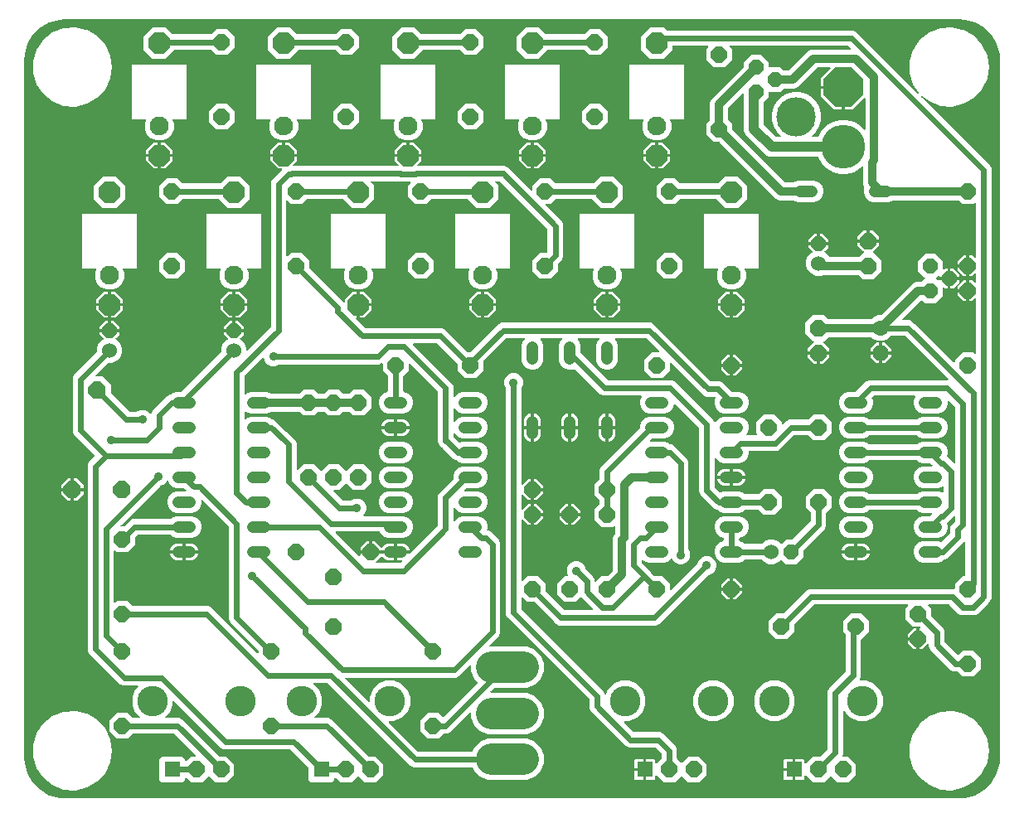
<source format=gbr>
G04 EAGLE Gerber RS-274X export*
G75*
%MOMM*%
%FSLAX34Y34*%
%LPD*%
%INTop Copper*%
%IPPOS*%
%AMOC8*
5,1,8,0,0,1.08239X$1,22.5*%
G01*
%ADD10P,1.649562X8X112.500000*%
%ADD11C,1.524000*%
%ADD12P,1.814519X8X112.500000*%
%ADD13P,1.814519X8X292.500000*%
%ADD14P,1.732040X8X292.500000*%
%ADD15C,1.600200*%
%ADD16P,1.649562X8X22.500000*%
%ADD17C,1.219200*%
%ADD18P,1.649562X8X292.500000*%
%ADD19C,4.470400*%
%ADD20P,4.398833X8X22.500000*%
%ADD21C,4.013200*%
%ADD22P,1.759533X8X292.500000*%
%ADD23P,1.759533X8X112.500000*%
%ADD24P,1.759533X8X22.500000*%
%ADD25P,1.924489X8X22.500000*%
%ADD26P,1.759533X8X202.500000*%
%ADD27C,3.200400*%
%ADD28P,2.364373X8X22.500000*%
%ADD29C,1.930400*%
%ADD30R,1.650000X1.650000*%
%ADD31P,1.785944X8X292.500000*%
%ADD32C,3.116000*%
%ADD33C,0.558800*%
%ADD34C,0.900000*%
%ADD35C,0.812800*%
%ADD36C,1.016000*%

G36*
X956839Y1909D02*
X956839Y1909D01*
X956870Y1907D01*
X962158Y2254D01*
X962181Y2259D01*
X962305Y2278D01*
X972521Y5016D01*
X972535Y5022D01*
X972551Y5024D01*
X972704Y5092D01*
X981863Y10380D01*
X981876Y10390D01*
X981890Y10396D01*
X981925Y10424D01*
X981945Y10434D01*
X981965Y10456D01*
X982021Y10501D01*
X989499Y17979D01*
X989509Y17992D01*
X989521Y18001D01*
X989620Y18137D01*
X994908Y27296D01*
X994914Y27310D01*
X994923Y27323D01*
X994984Y27479D01*
X997722Y37695D01*
X997724Y37719D01*
X997746Y37842D01*
X998093Y43130D01*
X998091Y43149D01*
X998094Y43180D01*
X998094Y756820D01*
X998091Y756839D01*
X998093Y756870D01*
X997746Y762158D01*
X997741Y762181D01*
X997722Y762305D01*
X994984Y772521D01*
X994978Y772535D01*
X994976Y772551D01*
X994908Y772704D01*
X989620Y781863D01*
X989610Y781876D01*
X989604Y781890D01*
X989499Y782021D01*
X982021Y789499D01*
X982008Y789509D01*
X981999Y789521D01*
X981863Y789620D01*
X972704Y794908D01*
X972690Y794914D01*
X972677Y794923D01*
X972521Y794984D01*
X962305Y797722D01*
X962281Y797724D01*
X962158Y797746D01*
X956870Y798093D01*
X956851Y798091D01*
X956820Y798094D01*
X43180Y798094D01*
X43161Y798091D01*
X43130Y798093D01*
X37842Y797746D01*
X37819Y797741D01*
X37695Y797722D01*
X27479Y794984D01*
X27465Y794978D01*
X27449Y794976D01*
X27296Y794908D01*
X18137Y789620D01*
X18124Y789610D01*
X18110Y789604D01*
X17979Y789499D01*
X10501Y782021D01*
X10491Y782008D01*
X10479Y781999D01*
X10380Y781863D01*
X5092Y772704D01*
X5086Y772690D01*
X5077Y772677D01*
X5023Y772541D01*
X5018Y772529D01*
X5017Y772525D01*
X5016Y772521D01*
X2278Y762305D01*
X2276Y762281D01*
X2254Y762158D01*
X1907Y756870D01*
X1909Y756851D01*
X1906Y756820D01*
X1906Y43180D01*
X1909Y43162D01*
X1907Y43130D01*
X2254Y37842D01*
X2259Y37819D01*
X2278Y37695D01*
X5016Y27479D01*
X5022Y27465D01*
X5024Y27449D01*
X5092Y27296D01*
X10380Y18137D01*
X10390Y18124D01*
X10396Y18110D01*
X10501Y17979D01*
X17979Y10501D01*
X17992Y10491D01*
X18001Y10479D01*
X18107Y10401D01*
X18120Y10390D01*
X18125Y10388D01*
X18137Y10380D01*
X27296Y5092D01*
X27310Y5086D01*
X27323Y5077D01*
X27479Y5016D01*
X37695Y2278D01*
X37719Y2276D01*
X37842Y2254D01*
X43130Y1907D01*
X43149Y1909D01*
X43180Y1906D01*
X956820Y1906D01*
X956839Y1909D01*
G37*
%LPC*%
G36*
X142445Y18269D02*
X142445Y18269D01*
X139469Y21245D01*
X139469Y41955D01*
X142445Y44931D01*
X163155Y44931D01*
X166131Y41955D01*
X166131Y40621D01*
X166142Y40550D01*
X166144Y40479D01*
X166162Y40430D01*
X166170Y40378D01*
X166204Y40315D01*
X166229Y40248D01*
X166261Y40207D01*
X166286Y40161D01*
X166338Y40112D01*
X166382Y40056D01*
X166426Y40027D01*
X166464Y39992D01*
X166529Y39961D01*
X166589Y39923D01*
X166640Y39910D01*
X166687Y39888D01*
X166758Y39880D01*
X166828Y39862D01*
X166880Y39867D01*
X166931Y39861D01*
X167002Y39876D01*
X167073Y39882D01*
X167121Y39902D01*
X167172Y39913D01*
X167233Y39950D01*
X167299Y39978D01*
X167355Y40023D01*
X167383Y40039D01*
X167398Y40057D01*
X167430Y40083D01*
X172278Y44931D01*
X176495Y44931D01*
X176566Y44942D01*
X176637Y44944D01*
X176686Y44962D01*
X176738Y44970D01*
X176801Y45004D01*
X176868Y45029D01*
X176909Y45061D01*
X176955Y45086D01*
X177004Y45138D01*
X177060Y45182D01*
X177089Y45226D01*
X177124Y45264D01*
X177155Y45329D01*
X177193Y45389D01*
X177206Y45440D01*
X177228Y45487D01*
X177236Y45558D01*
X177253Y45628D01*
X177249Y45680D01*
X177255Y45731D01*
X177240Y45802D01*
X177234Y45873D01*
X177214Y45921D01*
X177203Y45972D01*
X177166Y46033D01*
X177138Y46099D01*
X177093Y46155D01*
X177077Y46183D01*
X177059Y46198D01*
X177033Y46230D01*
X155161Y68102D01*
X155087Y68155D01*
X155018Y68215D01*
X154988Y68227D01*
X154961Y68246D01*
X154874Y68273D01*
X154790Y68307D01*
X154749Y68311D01*
X154726Y68318D01*
X154694Y68317D01*
X154623Y68325D01*
X112721Y68325D01*
X112630Y68311D01*
X112540Y68303D01*
X112510Y68291D01*
X112478Y68286D01*
X112397Y68243D01*
X112313Y68207D01*
X112281Y68181D01*
X112260Y68170D01*
X112238Y68147D01*
X112182Y68102D01*
X107071Y62991D01*
X96129Y62991D01*
X88391Y70729D01*
X88391Y81671D01*
X96129Y89409D01*
X107071Y89409D01*
X112182Y84298D01*
X112256Y84245D01*
X112326Y84185D01*
X112356Y84173D01*
X112382Y84154D01*
X112469Y84127D01*
X112554Y84093D01*
X112595Y84089D01*
X112617Y84082D01*
X112649Y84083D01*
X112721Y84075D01*
X119269Y84075D01*
X119340Y84086D01*
X119411Y84088D01*
X119460Y84106D01*
X119512Y84114D01*
X119575Y84148D01*
X119642Y84173D01*
X119683Y84205D01*
X119729Y84230D01*
X119778Y84282D01*
X119834Y84326D01*
X119862Y84370D01*
X119898Y84408D01*
X119928Y84473D01*
X119967Y84533D01*
X119980Y84584D01*
X120002Y84631D01*
X120010Y84702D01*
X120027Y84772D01*
X120023Y84824D01*
X120029Y84875D01*
X120014Y84946D01*
X120008Y85017D01*
X119988Y85065D01*
X119977Y85116D01*
X119940Y85177D01*
X119912Y85243D01*
X119867Y85299D01*
X119851Y85327D01*
X119833Y85342D01*
X119807Y85374D01*
X115285Y89897D01*
X112139Y97490D01*
X112139Y105710D01*
X115285Y113303D01*
X117861Y115880D01*
X117903Y115938D01*
X117952Y115990D01*
X117974Y116037D01*
X118005Y116079D01*
X118026Y116148D01*
X118056Y116213D01*
X118062Y116265D01*
X118077Y116315D01*
X118075Y116386D01*
X118083Y116457D01*
X118072Y116508D01*
X118071Y116560D01*
X118046Y116628D01*
X118031Y116698D01*
X118004Y116743D01*
X117986Y116791D01*
X117941Y116847D01*
X117905Y116909D01*
X117865Y116943D01*
X117832Y116983D01*
X117772Y117022D01*
X117718Y117069D01*
X117669Y117088D01*
X117626Y117116D01*
X117556Y117134D01*
X117490Y117161D01*
X117418Y117169D01*
X117387Y117177D01*
X117364Y117175D01*
X117323Y117179D01*
X102742Y117179D01*
X99847Y118378D01*
X68000Y150225D01*
X66801Y153120D01*
X66801Y342942D01*
X68000Y345837D01*
X73669Y351506D01*
X73681Y351522D01*
X73696Y351534D01*
X73752Y351622D01*
X73813Y351705D01*
X73819Y351724D01*
X73829Y351741D01*
X73855Y351842D01*
X73885Y351941D01*
X73885Y351960D01*
X73889Y351980D01*
X73881Y352083D01*
X73879Y352186D01*
X73872Y352205D01*
X73870Y352225D01*
X73830Y352320D01*
X73794Y352417D01*
X73782Y352433D01*
X73774Y352451D01*
X73669Y352582D01*
X52760Y373491D01*
X51561Y376386D01*
X51561Y431842D01*
X52760Y434737D01*
X75976Y457953D01*
X76029Y458027D01*
X76089Y458096D01*
X76101Y458126D01*
X76120Y458153D01*
X76147Y458240D01*
X76181Y458324D01*
X76185Y458365D01*
X76192Y458388D01*
X76191Y458420D01*
X76199Y458491D01*
X76199Y462266D01*
X78133Y466934D01*
X81706Y470507D01*
X82334Y470768D01*
X82374Y470792D01*
X82417Y470808D01*
X82477Y470856D01*
X82543Y470897D01*
X82573Y470933D01*
X82609Y470961D01*
X82651Y471027D01*
X82700Y471087D01*
X82717Y471130D01*
X82742Y471168D01*
X82761Y471244D01*
X82788Y471316D01*
X82790Y471362D01*
X82802Y471407D01*
X82796Y471484D01*
X82799Y471562D01*
X82786Y471606D01*
X82783Y471652D01*
X82752Y471723D01*
X82730Y471798D01*
X82704Y471836D01*
X82686Y471878D01*
X82601Y471985D01*
X82590Y472000D01*
X82586Y472003D01*
X82581Y472009D01*
X78739Y475851D01*
X78739Y478537D01*
X88138Y478537D01*
X88158Y478540D01*
X88177Y478538D01*
X88279Y478560D01*
X88381Y478577D01*
X88398Y478586D01*
X88418Y478590D01*
X88507Y478643D01*
X88598Y478692D01*
X88612Y478706D01*
X88629Y478716D01*
X88696Y478795D01*
X88767Y478870D01*
X88776Y478888D01*
X88789Y478903D01*
X88827Y478999D01*
X88871Y479093D01*
X88873Y479113D01*
X88881Y479131D01*
X88899Y479298D01*
X88899Y480061D01*
X88901Y480061D01*
X88901Y479298D01*
X88904Y479278D01*
X88902Y479259D01*
X88924Y479157D01*
X88941Y479055D01*
X88950Y479038D01*
X88954Y479018D01*
X89007Y478929D01*
X89056Y478838D01*
X89070Y478824D01*
X89080Y478807D01*
X89159Y478740D01*
X89234Y478669D01*
X89252Y478660D01*
X89267Y478647D01*
X89363Y478608D01*
X89457Y478565D01*
X89477Y478563D01*
X89495Y478555D01*
X89662Y478537D01*
X99061Y478537D01*
X99061Y475851D01*
X95219Y472009D01*
X95192Y471972D01*
X95158Y471941D01*
X95120Y471873D01*
X95075Y471809D01*
X95062Y471766D01*
X95039Y471725D01*
X95026Y471649D01*
X95003Y471574D01*
X95004Y471529D01*
X94996Y471483D01*
X95007Y471406D01*
X95009Y471329D01*
X95025Y471285D01*
X95032Y471240D01*
X95067Y471171D01*
X95094Y471097D01*
X95122Y471062D01*
X95143Y471021D01*
X95199Y470966D01*
X95247Y470905D01*
X95286Y470881D01*
X95319Y470848D01*
X95438Y470783D01*
X95454Y470772D01*
X95459Y470771D01*
X95466Y470768D01*
X96094Y470507D01*
X99667Y466934D01*
X101601Y462266D01*
X101601Y457214D01*
X99667Y452546D01*
X96094Y448973D01*
X91426Y447039D01*
X87651Y447039D01*
X87561Y447025D01*
X87470Y447017D01*
X87440Y447005D01*
X87408Y447000D01*
X87328Y446957D01*
X87244Y446921D01*
X87212Y446895D01*
X87191Y446884D01*
X87169Y446861D01*
X87113Y446816D01*
X74667Y434370D01*
X74625Y434312D01*
X74576Y434260D01*
X74554Y434213D01*
X74523Y434171D01*
X74502Y434102D01*
X74472Y434037D01*
X74466Y433985D01*
X74451Y433935D01*
X74453Y433864D01*
X74445Y433793D01*
X74456Y433742D01*
X74457Y433690D01*
X74482Y433622D01*
X74497Y433552D01*
X74524Y433507D01*
X74542Y433459D01*
X74587Y433403D01*
X74623Y433341D01*
X74663Y433307D01*
X74695Y433267D01*
X74756Y433228D01*
X74810Y433181D01*
X74859Y433162D01*
X74902Y433134D01*
X74972Y433116D01*
X75038Y433089D01*
X75110Y433081D01*
X75141Y433073D01*
X75164Y433075D01*
X75205Y433071D01*
X81987Y433071D01*
X90171Y424887D01*
X90171Y416581D01*
X90185Y416491D01*
X90193Y416400D01*
X90205Y416370D01*
X90210Y416338D01*
X90253Y416258D01*
X90289Y416174D01*
X90315Y416142D01*
X90326Y416121D01*
X90349Y416099D01*
X90394Y416043D01*
X108957Y397480D01*
X109031Y397427D01*
X109100Y397367D01*
X109130Y397355D01*
X109157Y397336D01*
X109244Y397309D01*
X109328Y397275D01*
X109369Y397271D01*
X109392Y397264D01*
X109424Y397265D01*
X109495Y397257D01*
X116692Y397257D01*
X116782Y397271D01*
X116873Y397279D01*
X116903Y397291D01*
X116935Y397296D01*
X117016Y397339D01*
X117100Y397375D01*
X117132Y397401D01*
X117152Y397412D01*
X117175Y397435D01*
X117230Y397480D01*
X117255Y397504D01*
X120776Y398963D01*
X124588Y398963D01*
X128109Y397504D01*
X130587Y395027D01*
X130624Y395000D01*
X130655Y394966D01*
X130723Y394928D01*
X130786Y394883D01*
X130830Y394870D01*
X130870Y394847D01*
X130947Y394834D01*
X131021Y394811D01*
X131067Y394812D01*
X131113Y394804D01*
X131190Y394815D01*
X131267Y394817D01*
X131310Y394833D01*
X131356Y394839D01*
X131425Y394875D01*
X131498Y394901D01*
X131534Y394930D01*
X131575Y394951D01*
X131630Y395007D01*
X131690Y395055D01*
X131715Y395094D01*
X131747Y395127D01*
X131813Y395246D01*
X131823Y395262D01*
X131825Y395267D01*
X131828Y395274D01*
X133024Y398161D01*
X147939Y413076D01*
X150874Y414292D01*
X150938Y414297D01*
X150968Y414309D01*
X151000Y414314D01*
X151081Y414357D01*
X151164Y414393D01*
X151197Y414419D01*
X151217Y414430D01*
X151239Y414453D01*
X151295Y414498D01*
X152673Y415875D01*
X156781Y417577D01*
X162285Y417577D01*
X162375Y417591D01*
X162466Y417599D01*
X162496Y417611D01*
X162528Y417616D01*
X162608Y417659D01*
X162692Y417695D01*
X162724Y417721D01*
X162745Y417732D01*
X162767Y417755D01*
X162823Y417800D01*
X202976Y457953D01*
X203029Y458027D01*
X203089Y458096D01*
X203101Y458126D01*
X203120Y458153D01*
X203147Y458240D01*
X203181Y458324D01*
X203185Y458365D01*
X203192Y458388D01*
X203191Y458420D01*
X203199Y458491D01*
X203199Y462266D01*
X205133Y466934D01*
X208706Y470507D01*
X209334Y470768D01*
X209374Y470792D01*
X209417Y470808D01*
X209477Y470856D01*
X209543Y470897D01*
X209573Y470933D01*
X209609Y470961D01*
X209651Y471027D01*
X209700Y471087D01*
X209717Y471130D01*
X209742Y471168D01*
X209761Y471244D01*
X209788Y471316D01*
X209790Y471362D01*
X209802Y471407D01*
X209796Y471484D01*
X209799Y471562D01*
X209786Y471606D01*
X209783Y471652D01*
X209752Y471723D01*
X209730Y471798D01*
X209704Y471836D01*
X209686Y471878D01*
X209601Y471985D01*
X209590Y472000D01*
X209586Y472003D01*
X209581Y472009D01*
X205739Y475851D01*
X205739Y478537D01*
X215138Y478537D01*
X215158Y478540D01*
X215177Y478538D01*
X215279Y478560D01*
X215381Y478577D01*
X215398Y478586D01*
X215418Y478590D01*
X215507Y478643D01*
X215598Y478692D01*
X215612Y478706D01*
X215629Y478716D01*
X215696Y478795D01*
X215767Y478870D01*
X215776Y478888D01*
X215789Y478903D01*
X215827Y478999D01*
X215871Y479093D01*
X215873Y479113D01*
X215881Y479131D01*
X215899Y479298D01*
X215899Y480061D01*
X215901Y480061D01*
X215901Y479298D01*
X215904Y479278D01*
X215902Y479259D01*
X215924Y479157D01*
X215941Y479055D01*
X215950Y479038D01*
X215954Y479018D01*
X216007Y478929D01*
X216056Y478838D01*
X216070Y478824D01*
X216080Y478807D01*
X216159Y478740D01*
X216234Y478669D01*
X216252Y478660D01*
X216267Y478647D01*
X216363Y478608D01*
X216457Y478565D01*
X216477Y478563D01*
X216495Y478555D01*
X216662Y478537D01*
X226061Y478537D01*
X226061Y475851D01*
X222219Y472009D01*
X222192Y471972D01*
X222158Y471941D01*
X222120Y471873D01*
X222075Y471809D01*
X222062Y471766D01*
X222039Y471725D01*
X222026Y471649D01*
X222003Y471574D01*
X222004Y471529D01*
X221996Y471483D01*
X222007Y471406D01*
X222009Y471329D01*
X222025Y471285D01*
X222032Y471240D01*
X222067Y471171D01*
X222094Y471097D01*
X222122Y471062D01*
X222143Y471021D01*
X222199Y470966D01*
X222247Y470905D01*
X222286Y470881D01*
X222319Y470848D01*
X222438Y470783D01*
X222454Y470772D01*
X222459Y470771D01*
X222466Y470768D01*
X223094Y470507D01*
X226667Y466934D01*
X228601Y462266D01*
X228601Y460269D01*
X228612Y460198D01*
X228614Y460127D01*
X228632Y460078D01*
X228640Y460026D01*
X228674Y459963D01*
X228699Y459896D01*
X228731Y459855D01*
X228756Y459809D01*
X228807Y459760D01*
X228852Y459704D01*
X228896Y459675D01*
X228934Y459640D01*
X228999Y459609D01*
X229059Y459571D01*
X229110Y459558D01*
X229157Y459536D01*
X229228Y459528D01*
X229298Y459511D01*
X229350Y459515D01*
X229401Y459509D01*
X229472Y459524D01*
X229543Y459530D01*
X229591Y459550D01*
X229642Y459561D01*
X229703Y459598D01*
X229769Y459626D01*
X229825Y459671D01*
X229853Y459687D01*
X229868Y459705D01*
X229900Y459731D01*
X253268Y483099D01*
X253321Y483173D01*
X253381Y483242D01*
X253393Y483272D01*
X253412Y483299D01*
X253439Y483386D01*
X253473Y483470D01*
X253477Y483511D01*
X253484Y483534D01*
X253483Y483566D01*
X253491Y483637D01*
X253491Y630978D01*
X254690Y633873D01*
X264955Y644138D01*
X264997Y644196D01*
X265046Y644248D01*
X265068Y644295D01*
X265099Y644337D01*
X265120Y644406D01*
X265150Y644471D01*
X265156Y644523D01*
X265171Y644573D01*
X265169Y644644D01*
X265177Y644715D01*
X265166Y644766D01*
X265165Y644818D01*
X265140Y644886D01*
X265125Y644956D01*
X265098Y645001D01*
X265080Y645049D01*
X265035Y645105D01*
X264999Y645167D01*
X264959Y645201D01*
X264927Y645241D01*
X264866Y645280D01*
X264812Y645327D01*
X264763Y645346D01*
X264720Y645374D01*
X264650Y645392D01*
X264584Y645419D01*
X264512Y645427D01*
X264481Y645435D01*
X264458Y645433D01*
X264417Y645437D01*
X261124Y645437D01*
X253237Y653324D01*
X253237Y657377D01*
X265938Y657377D01*
X265958Y657380D01*
X265977Y657378D01*
X266079Y657400D01*
X266181Y657417D01*
X266198Y657426D01*
X266218Y657430D01*
X266307Y657483D01*
X266398Y657532D01*
X266412Y657546D01*
X266429Y657556D01*
X266496Y657635D01*
X266567Y657710D01*
X266576Y657728D01*
X266589Y657743D01*
X266627Y657839D01*
X266671Y657933D01*
X266673Y657953D01*
X266681Y657971D01*
X266699Y658138D01*
X266699Y658901D01*
X266701Y658901D01*
X266701Y658138D01*
X266704Y658118D01*
X266702Y658099D01*
X266724Y657997D01*
X266741Y657895D01*
X266750Y657878D01*
X266754Y657858D01*
X266807Y657769D01*
X266856Y657678D01*
X266870Y657664D01*
X266880Y657647D01*
X266959Y657580D01*
X267034Y657509D01*
X267052Y657500D01*
X267067Y657487D01*
X267163Y657448D01*
X267257Y657405D01*
X267277Y657403D01*
X267295Y657395D01*
X267462Y657377D01*
X280163Y657377D01*
X280163Y653324D01*
X276309Y649470D01*
X276268Y649412D01*
X276218Y649360D01*
X276196Y649313D01*
X276166Y649271D01*
X276145Y649202D01*
X276115Y649137D01*
X276109Y649085D01*
X276094Y649035D01*
X276095Y648964D01*
X276087Y648893D01*
X276099Y648842D01*
X276100Y648790D01*
X276125Y648722D01*
X276140Y648652D01*
X276166Y648607D01*
X276184Y648559D01*
X276229Y648503D01*
X276266Y648441D01*
X276305Y648407D01*
X276338Y648367D01*
X276398Y648328D01*
X276453Y648281D01*
X276501Y648262D01*
X276545Y648234D01*
X276614Y648216D01*
X276681Y648189D01*
X276752Y648181D01*
X276783Y648173D01*
X276807Y648175D01*
X276848Y648171D01*
X383552Y648171D01*
X383623Y648182D01*
X383695Y648184D01*
X383744Y648202D01*
X383795Y648210D01*
X383858Y648244D01*
X383926Y648269D01*
X383966Y648301D01*
X384012Y648326D01*
X384062Y648378D01*
X384118Y648422D01*
X384146Y648466D01*
X384182Y648504D01*
X384212Y648569D01*
X384251Y648629D01*
X384263Y648680D01*
X384285Y648727D01*
X384293Y648798D01*
X384311Y648868D01*
X384307Y648920D01*
X384313Y648971D01*
X384297Y649042D01*
X384292Y649113D01*
X384271Y649161D01*
X384260Y649212D01*
X384223Y649273D01*
X384195Y649339D01*
X384151Y649395D01*
X384134Y649423D01*
X384116Y649438D01*
X384091Y649470D01*
X380237Y653324D01*
X380237Y657377D01*
X392938Y657377D01*
X392958Y657380D01*
X392977Y657378D01*
X393079Y657400D01*
X393181Y657417D01*
X393198Y657426D01*
X393218Y657430D01*
X393307Y657483D01*
X393398Y657532D01*
X393412Y657546D01*
X393429Y657556D01*
X393496Y657635D01*
X393567Y657710D01*
X393576Y657728D01*
X393589Y657743D01*
X393627Y657839D01*
X393671Y657933D01*
X393673Y657953D01*
X393681Y657971D01*
X393699Y658138D01*
X393699Y658901D01*
X393701Y658901D01*
X393701Y658138D01*
X393704Y658118D01*
X393702Y658099D01*
X393724Y657997D01*
X393741Y657895D01*
X393750Y657878D01*
X393754Y657858D01*
X393807Y657769D01*
X393856Y657678D01*
X393870Y657664D01*
X393880Y657647D01*
X393959Y657580D01*
X394034Y657509D01*
X394052Y657500D01*
X394067Y657487D01*
X394163Y657448D01*
X394257Y657405D01*
X394277Y657403D01*
X394295Y657395D01*
X394462Y657377D01*
X407163Y657377D01*
X407163Y653324D01*
X403309Y649470D01*
X403268Y649412D01*
X403218Y649360D01*
X403196Y649313D01*
X403166Y649271D01*
X403145Y649202D01*
X403115Y649137D01*
X403109Y649085D01*
X403094Y649035D01*
X403095Y648964D01*
X403087Y648893D01*
X403099Y648842D01*
X403100Y648790D01*
X403125Y648722D01*
X403140Y648652D01*
X403166Y648607D01*
X403184Y648559D01*
X403229Y648503D01*
X403266Y648441D01*
X403305Y648407D01*
X403338Y648367D01*
X403398Y648328D01*
X403453Y648281D01*
X403501Y648262D01*
X403545Y648234D01*
X403614Y648216D01*
X403681Y648189D01*
X403752Y648181D01*
X403783Y648173D01*
X403807Y648175D01*
X403848Y648171D01*
X492078Y648171D01*
X494973Y646972D01*
X497295Y644650D01*
X518892Y623053D01*
X518950Y623011D01*
X519002Y622962D01*
X519049Y622940D01*
X519091Y622909D01*
X519160Y622888D01*
X519225Y622858D01*
X519277Y622852D01*
X519327Y622837D01*
X519398Y622839D01*
X519469Y622831D01*
X519520Y622842D01*
X519572Y622843D01*
X519640Y622868D01*
X519710Y622883D01*
X519754Y622910D01*
X519803Y622928D01*
X519859Y622973D01*
X519921Y623009D01*
X519955Y623049D01*
X519995Y623081D01*
X520034Y623142D01*
X520081Y623196D01*
X520100Y623245D01*
X520128Y623288D01*
X520146Y623358D01*
X520173Y623424D01*
X520181Y623496D01*
X520189Y623527D01*
X520187Y623550D01*
X520191Y623591D01*
X520191Y627771D01*
X527929Y635509D01*
X538871Y635509D01*
X543982Y630398D01*
X544056Y630345D01*
X544126Y630285D01*
X544156Y630273D01*
X544182Y630254D01*
X544269Y630227D01*
X544354Y630193D01*
X544395Y630189D01*
X544417Y630182D01*
X544449Y630183D01*
X544521Y630175D01*
X582628Y630175D01*
X582718Y630189D01*
X582809Y630197D01*
X582839Y630209D01*
X582871Y630214D01*
X582952Y630257D01*
X583035Y630293D01*
X583068Y630319D01*
X583088Y630330D01*
X583110Y630353D01*
X583166Y630398D01*
X590271Y637503D01*
X603529Y637503D01*
X612903Y628129D01*
X612903Y614871D01*
X603529Y605497D01*
X590271Y605497D01*
X581566Y614202D01*
X581492Y614255D01*
X581423Y614315D01*
X581393Y614327D01*
X581367Y614346D01*
X581280Y614373D01*
X581195Y614407D01*
X581154Y614411D01*
X581132Y614418D01*
X581099Y614417D01*
X581028Y614425D01*
X544521Y614425D01*
X544430Y614411D01*
X544340Y614403D01*
X544310Y614391D01*
X544278Y614386D01*
X544197Y614343D01*
X544113Y614307D01*
X544081Y614281D01*
X544060Y614270D01*
X544038Y614247D01*
X543982Y614202D01*
X538871Y609091D01*
X534691Y609091D01*
X534620Y609080D01*
X534549Y609078D01*
X534500Y609060D01*
X534448Y609052D01*
X534385Y609018D01*
X534318Y608993D01*
X534277Y608961D01*
X534231Y608936D01*
X534182Y608884D01*
X534126Y608840D01*
X534097Y608796D01*
X534062Y608758D01*
X534031Y608693D01*
X533993Y608633D01*
X533980Y608582D01*
X533958Y608535D01*
X533950Y608464D01*
X533933Y608394D01*
X533937Y608342D01*
X533931Y608291D01*
X533946Y608220D01*
X533952Y608149D01*
X533972Y608101D01*
X533983Y608050D01*
X534020Y607989D01*
X534048Y607923D01*
X534093Y607867D01*
X534109Y607839D01*
X534127Y607824D01*
X534153Y607792D01*
X550744Y591201D01*
X551943Y588306D01*
X551943Y555202D01*
X550744Y552307D01*
X548422Y549985D01*
X546832Y548395D01*
X546779Y548321D01*
X546719Y548252D01*
X546707Y548222D01*
X546688Y548195D01*
X546661Y548108D01*
X546627Y548024D01*
X546623Y547983D01*
X546616Y547960D01*
X546617Y547928D01*
X546609Y547857D01*
X546609Y540629D01*
X538871Y532891D01*
X527929Y532891D01*
X520191Y540629D01*
X520191Y551571D01*
X527929Y559309D01*
X535157Y559309D01*
X535247Y559323D01*
X535338Y559331D01*
X535368Y559343D01*
X535400Y559348D01*
X535480Y559391D01*
X535564Y559427D01*
X535596Y559453D01*
X535617Y559464D01*
X535639Y559487D01*
X535695Y559532D01*
X535970Y559807D01*
X536023Y559881D01*
X536083Y559950D01*
X536095Y559980D01*
X536114Y560007D01*
X536141Y560094D01*
X536175Y560178D01*
X536179Y560219D01*
X536186Y560242D01*
X536185Y560274D01*
X536193Y560345D01*
X536193Y583163D01*
X536179Y583253D01*
X536171Y583344D01*
X536159Y583374D01*
X536154Y583406D01*
X536111Y583486D01*
X536075Y583570D01*
X536049Y583602D01*
X536038Y583623D01*
X536015Y583645D01*
X535970Y583701D01*
X487473Y632198D01*
X487399Y632251D01*
X487330Y632311D01*
X487300Y632323D01*
X487273Y632342D01*
X487186Y632369D01*
X487102Y632403D01*
X487061Y632407D01*
X487038Y632414D01*
X487006Y632413D01*
X486935Y632421D01*
X483448Y632421D01*
X483377Y632410D01*
X483305Y632408D01*
X483256Y632390D01*
X483205Y632382D01*
X483142Y632348D01*
X483074Y632323D01*
X483034Y632291D01*
X482988Y632266D01*
X482938Y632214D01*
X482882Y632170D01*
X482854Y632126D01*
X482818Y632088D01*
X482788Y632023D01*
X482749Y631963D01*
X482737Y631912D01*
X482715Y631865D01*
X482707Y631794D01*
X482689Y631724D01*
X482693Y631672D01*
X482688Y631621D01*
X482703Y631550D01*
X482708Y631479D01*
X482729Y631431D01*
X482740Y631380D01*
X482777Y631319D01*
X482805Y631253D01*
X482850Y631197D01*
X482866Y631169D01*
X482884Y631154D01*
X482910Y631122D01*
X485903Y628129D01*
X485903Y614871D01*
X476529Y605497D01*
X463271Y605497D01*
X454566Y614202D01*
X454492Y614255D01*
X454423Y614315D01*
X454393Y614327D01*
X454367Y614346D01*
X454280Y614373D01*
X454195Y614407D01*
X454154Y614411D01*
X454132Y614418D01*
X454099Y614417D01*
X454028Y614425D01*
X417521Y614425D01*
X417430Y614411D01*
X417340Y614403D01*
X417310Y614391D01*
X417278Y614386D01*
X417197Y614343D01*
X417113Y614307D01*
X417081Y614281D01*
X417060Y614270D01*
X417038Y614247D01*
X416982Y614202D01*
X411871Y609091D01*
X400929Y609091D01*
X393191Y616829D01*
X393191Y627771D01*
X396350Y630930D01*
X396392Y630988D01*
X396441Y631040D01*
X396463Y631087D01*
X396493Y631129D01*
X396514Y631198D01*
X396545Y631263D01*
X396550Y631315D01*
X396566Y631365D01*
X396564Y631436D01*
X396572Y631507D01*
X396561Y631558D01*
X396559Y631610D01*
X396535Y631678D01*
X396519Y631748D01*
X396493Y631793D01*
X396475Y631841D01*
X396430Y631897D01*
X396393Y631959D01*
X396354Y631993D01*
X396321Y632033D01*
X396261Y632072D01*
X396206Y632119D01*
X396158Y632138D01*
X396114Y632166D01*
X396045Y632184D01*
X395978Y632211D01*
X395907Y632219D01*
X395876Y632227D01*
X395852Y632225D01*
X395812Y632229D01*
X384348Y632229D01*
X384024Y632363D01*
X383961Y632378D01*
X383900Y632403D01*
X383817Y632412D01*
X383785Y632419D01*
X383766Y632418D01*
X383733Y632421D01*
X356448Y632421D01*
X356377Y632410D01*
X356305Y632408D01*
X356256Y632390D01*
X356205Y632382D01*
X356142Y632348D01*
X356074Y632323D01*
X356034Y632291D01*
X355988Y632266D01*
X355938Y632214D01*
X355882Y632170D01*
X355854Y632126D01*
X355818Y632088D01*
X355788Y632023D01*
X355749Y631963D01*
X355737Y631912D01*
X355715Y631865D01*
X355707Y631794D01*
X355689Y631724D01*
X355693Y631672D01*
X355688Y631621D01*
X355703Y631550D01*
X355708Y631479D01*
X355729Y631431D01*
X355740Y631380D01*
X355777Y631319D01*
X355805Y631253D01*
X355850Y631197D01*
X355866Y631169D01*
X355884Y631154D01*
X355910Y631122D01*
X358903Y628129D01*
X358903Y614871D01*
X349529Y605497D01*
X336271Y605497D01*
X327566Y614202D01*
X327492Y614255D01*
X327423Y614315D01*
X327393Y614327D01*
X327367Y614346D01*
X327280Y614373D01*
X327195Y614407D01*
X327154Y614411D01*
X327132Y614418D01*
X327099Y614417D01*
X327028Y614425D01*
X290521Y614425D01*
X290430Y614411D01*
X290340Y614403D01*
X290310Y614391D01*
X290278Y614386D01*
X290197Y614343D01*
X290113Y614307D01*
X290081Y614281D01*
X290060Y614270D01*
X290038Y614247D01*
X289982Y614202D01*
X284871Y609091D01*
X273929Y609091D01*
X270540Y612480D01*
X270482Y612522D01*
X270430Y612571D01*
X270383Y612593D01*
X270341Y612623D01*
X270272Y612644D01*
X270207Y612675D01*
X270155Y612680D01*
X270105Y612696D01*
X270034Y612694D01*
X269963Y612702D01*
X269912Y612691D01*
X269860Y612689D01*
X269792Y612665D01*
X269722Y612649D01*
X269677Y612623D01*
X269629Y612605D01*
X269573Y612560D01*
X269511Y612523D01*
X269477Y612484D01*
X269437Y612451D01*
X269398Y612391D01*
X269351Y612336D01*
X269332Y612288D01*
X269304Y612244D01*
X269286Y612175D01*
X269259Y612108D01*
X269251Y612037D01*
X269243Y612006D01*
X269245Y611982D01*
X269241Y611942D01*
X269241Y556458D01*
X269252Y556388D01*
X269254Y556316D01*
X269272Y556267D01*
X269280Y556216D01*
X269314Y556152D01*
X269339Y556085D01*
X269371Y556044D01*
X269396Y555998D01*
X269448Y555949D01*
X269492Y555893D01*
X269536Y555865D01*
X269574Y555829D01*
X269639Y555799D01*
X269699Y555760D01*
X269750Y555747D01*
X269797Y555725D01*
X269868Y555717D01*
X269938Y555700D01*
X269990Y555704D01*
X270041Y555698D01*
X270112Y555714D01*
X270183Y555719D01*
X270231Y555739D01*
X270282Y555751D01*
X270343Y555787D01*
X270409Y555815D01*
X270465Y555860D01*
X270493Y555877D01*
X270508Y555894D01*
X270540Y555920D01*
X273929Y559309D01*
X284871Y559309D01*
X292609Y551571D01*
X292609Y544343D01*
X292623Y544253D01*
X292631Y544162D01*
X292643Y544132D01*
X292648Y544100D01*
X292691Y544020D01*
X292727Y543936D01*
X292753Y543904D01*
X292764Y543883D01*
X292787Y543861D01*
X292832Y543805D01*
X326172Y510465D01*
X328138Y508499D01*
X328196Y508457D01*
X328248Y508408D01*
X328295Y508386D01*
X328337Y508355D01*
X328406Y508334D01*
X328471Y508304D01*
X328523Y508298D01*
X328573Y508283D01*
X328644Y508285D01*
X328715Y508277D01*
X328766Y508288D01*
X328818Y508289D01*
X328886Y508314D01*
X328956Y508329D01*
X329001Y508356D01*
X329049Y508374D01*
X329105Y508419D01*
X329167Y508455D01*
X329201Y508495D01*
X329241Y508527D01*
X329280Y508588D01*
X329327Y508642D01*
X329346Y508691D01*
X329374Y508734D01*
X329392Y508804D01*
X329419Y508870D01*
X329427Y508942D01*
X329435Y508973D01*
X329433Y508996D01*
X329437Y509037D01*
X329437Y512076D01*
X337324Y519963D01*
X341377Y519963D01*
X341377Y507262D01*
X341380Y507242D01*
X341378Y507223D01*
X341400Y507121D01*
X341417Y507019D01*
X341426Y507002D01*
X341430Y506982D01*
X341483Y506893D01*
X341532Y506802D01*
X341546Y506788D01*
X341556Y506771D01*
X341635Y506704D01*
X341710Y506633D01*
X341728Y506624D01*
X341743Y506611D01*
X341839Y506573D01*
X341933Y506529D01*
X341953Y506527D01*
X341971Y506519D01*
X342138Y506501D01*
X342901Y506501D01*
X342901Y506499D01*
X342138Y506499D01*
X342118Y506496D01*
X342099Y506498D01*
X341997Y506476D01*
X341895Y506459D01*
X341878Y506450D01*
X341858Y506446D01*
X341769Y506393D01*
X341678Y506344D01*
X341664Y506330D01*
X341647Y506320D01*
X341580Y506241D01*
X341509Y506166D01*
X341500Y506148D01*
X341487Y506133D01*
X341448Y506037D01*
X341405Y505943D01*
X341403Y505923D01*
X341395Y505905D01*
X341377Y505738D01*
X341377Y493037D01*
X341373Y493037D01*
X341302Y493026D01*
X341231Y493024D01*
X341182Y493006D01*
X341130Y492998D01*
X341067Y492964D01*
X341000Y492939D01*
X340959Y492907D01*
X340913Y492882D01*
X340864Y492830D01*
X340808Y492786D01*
X340779Y492742D01*
X340744Y492704D01*
X340713Y492639D01*
X340675Y492579D01*
X340662Y492528D01*
X340640Y492481D01*
X340632Y492410D01*
X340615Y492340D01*
X340619Y492288D01*
X340613Y492237D01*
X340628Y492166D01*
X340634Y492095D01*
X340654Y492047D01*
X340665Y491996D01*
X340702Y491935D01*
X340730Y491869D01*
X340775Y491813D01*
X340791Y491785D01*
X340809Y491770D01*
X340835Y491738D01*
X349749Y482824D01*
X349823Y482771D01*
X349892Y482711D01*
X349922Y482699D01*
X349949Y482680D01*
X350036Y482653D01*
X350120Y482619D01*
X350161Y482615D01*
X350184Y482608D01*
X350216Y482609D01*
X350287Y482601D01*
X428286Y482601D01*
X431181Y481402D01*
X454651Y457932D01*
X454725Y457879D01*
X454794Y457819D01*
X454824Y457807D01*
X454851Y457788D01*
X454938Y457761D01*
X455022Y457727D01*
X455063Y457723D01*
X455086Y457716D01*
X455118Y457717D01*
X455189Y457709D01*
X456925Y457709D01*
X457015Y457723D01*
X457106Y457731D01*
X457136Y457743D01*
X457168Y457748D01*
X457248Y457791D01*
X457332Y457827D01*
X457364Y457853D01*
X457385Y457864D01*
X457407Y457887D01*
X457463Y457932D01*
X486267Y486736D01*
X489162Y487935D01*
X641646Y487935D01*
X644541Y486736D01*
X646863Y484414D01*
X702809Y428468D01*
X702883Y428415D01*
X702952Y428355D01*
X702982Y428343D01*
X703009Y428324D01*
X703096Y428297D01*
X703180Y428263D01*
X703221Y428259D01*
X703244Y428252D01*
X703276Y428253D01*
X703347Y428245D01*
X711496Y428245D01*
X714391Y427046D01*
X723637Y417800D01*
X723711Y417747D01*
X723780Y417687D01*
X723810Y417675D01*
X723837Y417656D01*
X723924Y417629D01*
X724008Y417595D01*
X724049Y417591D01*
X724072Y417584D01*
X724104Y417585D01*
X724175Y417577D01*
X732219Y417577D01*
X736327Y415875D01*
X739471Y412731D01*
X741173Y408623D01*
X741173Y404177D01*
X739471Y400069D01*
X736327Y396925D01*
X732219Y395223D01*
X715581Y395223D01*
X711473Y396925D01*
X708329Y400069D01*
X706627Y404177D01*
X706627Y408623D01*
X707579Y410920D01*
X707606Y411034D01*
X707634Y411147D01*
X707633Y411154D01*
X707635Y411160D01*
X707624Y411276D01*
X707615Y411393D01*
X707612Y411398D01*
X707612Y411405D01*
X707564Y411511D01*
X707519Y411619D01*
X707514Y411625D01*
X707512Y411629D01*
X707499Y411643D01*
X707414Y411750D01*
X706891Y412272D01*
X706817Y412326D01*
X706748Y412385D01*
X706718Y412397D01*
X706691Y412416D01*
X706604Y412443D01*
X706520Y412477D01*
X706479Y412481D01*
X706456Y412488D01*
X706424Y412487D01*
X706353Y412495D01*
X698204Y412495D01*
X695309Y413694D01*
X692987Y416016D01*
X662208Y446795D01*
X662150Y446837D01*
X662098Y446886D01*
X662051Y446908D01*
X662009Y446939D01*
X661940Y446960D01*
X661875Y446990D01*
X661823Y446996D01*
X661773Y447011D01*
X661702Y447009D01*
X661631Y447017D01*
X661580Y447006D01*
X661528Y447005D01*
X661460Y446980D01*
X661390Y446965D01*
X661346Y446938D01*
X661297Y446920D01*
X661241Y446875D01*
X661179Y446839D01*
X661145Y446799D01*
X661105Y446767D01*
X661066Y446706D01*
X661019Y446652D01*
X661000Y446603D01*
X660972Y446560D01*
X660954Y446490D01*
X660927Y446424D01*
X660919Y446352D01*
X660911Y446321D01*
X660913Y446298D01*
X660909Y446257D01*
X660909Y439029D01*
X653171Y431291D01*
X642229Y431291D01*
X634491Y439029D01*
X634491Y449971D01*
X642229Y457709D01*
X649457Y457709D01*
X649528Y457720D01*
X649599Y457722D01*
X649648Y457740D01*
X649700Y457748D01*
X649763Y457782D01*
X649830Y457807D01*
X649871Y457839D01*
X649917Y457864D01*
X649966Y457916D01*
X650022Y457960D01*
X650051Y458004D01*
X650086Y458042D01*
X650117Y458107D01*
X650155Y458167D01*
X650168Y458218D01*
X650190Y458265D01*
X650198Y458336D01*
X650215Y458406D01*
X650211Y458458D01*
X650217Y458509D01*
X650202Y458580D01*
X650196Y458651D01*
X650176Y458699D01*
X650165Y458750D01*
X650128Y458811D01*
X650100Y458877D01*
X650055Y458933D01*
X650039Y458961D01*
X650021Y458976D01*
X649995Y459008D01*
X637041Y471962D01*
X636967Y472015D01*
X636898Y472075D01*
X636868Y472087D01*
X636841Y472106D01*
X636754Y472133D01*
X636670Y472167D01*
X636629Y472171D01*
X636606Y472178D01*
X636574Y472177D01*
X636503Y472185D01*
X605655Y472185D01*
X605584Y472174D01*
X605512Y472172D01*
X605463Y472154D01*
X605412Y472146D01*
X605349Y472112D01*
X605281Y472087D01*
X605241Y472055D01*
X605195Y472030D01*
X605145Y471978D01*
X605089Y471934D01*
X605061Y471890D01*
X605025Y471852D01*
X604995Y471787D01*
X604956Y471727D01*
X604944Y471676D01*
X604922Y471629D01*
X604914Y471558D01*
X604896Y471488D01*
X604900Y471436D01*
X604895Y471385D01*
X604910Y471314D01*
X604915Y471243D01*
X604936Y471195D01*
X604947Y471144D01*
X604984Y471083D01*
X605012Y471017D01*
X605057Y470961D01*
X605073Y470933D01*
X605091Y470918D01*
X605117Y470886D01*
X606375Y469627D01*
X608077Y465519D01*
X608077Y448881D01*
X606375Y444773D01*
X603231Y441629D01*
X599123Y439927D01*
X594677Y439927D01*
X590569Y441629D01*
X587425Y444773D01*
X585723Y448881D01*
X585723Y465519D01*
X587425Y469627D01*
X588683Y470886D01*
X588725Y470944D01*
X588775Y470996D01*
X588797Y471043D01*
X588827Y471085D01*
X588848Y471154D01*
X588878Y471219D01*
X588884Y471271D01*
X588899Y471321D01*
X588897Y471392D01*
X588905Y471463D01*
X588894Y471514D01*
X588893Y471566D01*
X588868Y471634D01*
X588853Y471704D01*
X588826Y471749D01*
X588809Y471797D01*
X588764Y471853D01*
X588727Y471915D01*
X588687Y471949D01*
X588655Y471989D01*
X588595Y472028D01*
X588540Y472075D01*
X588492Y472094D01*
X588448Y472122D01*
X588378Y472140D01*
X588312Y472167D01*
X588241Y472175D01*
X588209Y472183D01*
X588186Y472181D01*
X588145Y472185D01*
X567555Y472185D01*
X567484Y472174D01*
X567412Y472172D01*
X567363Y472154D01*
X567312Y472146D01*
X567249Y472112D01*
X567181Y472087D01*
X567141Y472055D01*
X567095Y472030D01*
X567045Y471978D01*
X566989Y471934D01*
X566961Y471890D01*
X566925Y471852D01*
X566895Y471787D01*
X566856Y471727D01*
X566844Y471676D01*
X566822Y471629D01*
X566814Y471558D01*
X566796Y471488D01*
X566800Y471436D01*
X566795Y471385D01*
X566810Y471314D01*
X566815Y471243D01*
X566836Y471195D01*
X566847Y471144D01*
X566884Y471083D01*
X566912Y471017D01*
X566957Y470961D01*
X566973Y470933D01*
X566991Y470918D01*
X567017Y470886D01*
X568275Y469627D01*
X569977Y465519D01*
X569977Y457475D01*
X569991Y457385D01*
X569999Y457294D01*
X570011Y457264D01*
X570016Y457232D01*
X570059Y457152D01*
X570095Y457068D01*
X570121Y457036D01*
X570132Y457015D01*
X570155Y456993D01*
X570200Y456937D01*
X597653Y429484D01*
X597727Y429431D01*
X597796Y429371D01*
X597826Y429359D01*
X597853Y429340D01*
X597940Y429313D01*
X598024Y429279D01*
X598065Y429275D01*
X598088Y429268D01*
X598120Y429269D01*
X598191Y429261D01*
X662982Y429261D01*
X665877Y428062D01*
X668199Y425740D01*
X703108Y390831D01*
X705430Y388509D01*
X706420Y386118D01*
X706458Y386058D01*
X706487Y385992D01*
X706522Y385954D01*
X706550Y385909D01*
X706605Y385864D01*
X706653Y385811D01*
X706699Y385786D01*
X706739Y385753D01*
X706806Y385727D01*
X706869Y385692D01*
X706920Y385683D01*
X706969Y385664D01*
X707040Y385661D01*
X707111Y385649D01*
X707162Y385656D01*
X707214Y385654D01*
X707283Y385674D01*
X707354Y385684D01*
X707401Y385708D01*
X707451Y385723D01*
X707509Y385763D01*
X707573Y385796D01*
X707610Y385833D01*
X707653Y385863D01*
X707695Y385920D01*
X707746Y385972D01*
X707780Y386034D01*
X707799Y386060D01*
X707807Y386082D01*
X707827Y386118D01*
X708329Y387331D01*
X711473Y390475D01*
X715581Y392177D01*
X732219Y392177D01*
X736327Y390475D01*
X739471Y387331D01*
X741173Y383223D01*
X741173Y378777D01*
X739471Y374669D01*
X738975Y374172D01*
X738933Y374114D01*
X738883Y374062D01*
X738861Y374015D01*
X738831Y373973D01*
X738810Y373904D01*
X738780Y373839D01*
X738774Y373787D01*
X738759Y373737D01*
X738761Y373666D01*
X738753Y373595D01*
X738764Y373544D01*
X738765Y373492D01*
X738790Y373424D01*
X738805Y373354D01*
X738832Y373309D01*
X738849Y373261D01*
X738894Y373205D01*
X738931Y373143D01*
X738971Y373109D01*
X739003Y373069D01*
X739063Y373030D01*
X739118Y372983D01*
X739166Y372964D01*
X739210Y372936D01*
X739280Y372918D01*
X739346Y372891D01*
X739417Y372883D01*
X739449Y372875D01*
X739472Y372877D01*
X739513Y372873D01*
X749610Y372873D01*
X749680Y372884D01*
X749752Y372886D01*
X749801Y372904D01*
X749852Y372912D01*
X749916Y372946D01*
X749983Y372971D01*
X750024Y373003D01*
X750070Y373028D01*
X750119Y373080D01*
X750175Y373124D01*
X750203Y373168D01*
X750239Y373206D01*
X750269Y373271D01*
X750308Y373331D01*
X750321Y373382D01*
X750343Y373429D01*
X750351Y373500D01*
X750368Y373570D01*
X750364Y373622D01*
X750370Y373673D01*
X750354Y373744D01*
X750349Y373815D01*
X750329Y373863D01*
X750317Y373914D01*
X750281Y373975D01*
X750253Y374041D01*
X750208Y374097D01*
X750191Y374125D01*
X750174Y374140D01*
X750148Y374172D01*
X748791Y375529D01*
X748791Y386471D01*
X756529Y394209D01*
X767471Y394209D01*
X775209Y386471D01*
X775209Y384553D01*
X775220Y384482D01*
X775222Y384410D01*
X775240Y384361D01*
X775248Y384310D01*
X775282Y384247D01*
X775307Y384179D01*
X775339Y384139D01*
X775364Y384093D01*
X775416Y384043D01*
X775460Y383987D01*
X775504Y383959D01*
X775542Y383923D01*
X775607Y383893D01*
X775667Y383854D01*
X775718Y383842D01*
X775765Y383820D01*
X775836Y383812D01*
X775906Y383794D01*
X775958Y383798D01*
X776009Y383793D01*
X776080Y383808D01*
X776151Y383813D01*
X776199Y383834D01*
X776250Y383845D01*
X776311Y383882D01*
X776377Y383910D01*
X776433Y383955D01*
X776461Y383971D01*
X776476Y383989D01*
X776508Y384015D01*
X780170Y387676D01*
X783064Y388875D01*
X801679Y388875D01*
X801770Y388889D01*
X801860Y388897D01*
X801890Y388909D01*
X801922Y388914D01*
X802003Y388957D01*
X802087Y388993D01*
X802119Y389019D01*
X802140Y389030D01*
X802162Y389053D01*
X802218Y389098D01*
X807329Y394209D01*
X818271Y394209D01*
X826009Y386471D01*
X826009Y375529D01*
X818271Y367791D01*
X807329Y367791D01*
X802218Y372902D01*
X802144Y372955D01*
X802074Y373015D01*
X802044Y373027D01*
X802018Y373046D01*
X801931Y373073D01*
X801846Y373107D01*
X801805Y373111D01*
X801783Y373118D01*
X801751Y373117D01*
X801679Y373125D01*
X788207Y373125D01*
X788117Y373111D01*
X788026Y373103D01*
X787997Y373091D01*
X787965Y373086D01*
X787884Y373043D01*
X787800Y373007D01*
X787768Y372981D01*
X787747Y372970D01*
X787725Y372947D01*
X787669Y372902D01*
X773089Y358322D01*
X770195Y357123D01*
X741934Y357123D01*
X741914Y357120D01*
X741895Y357122D01*
X741793Y357100D01*
X741691Y357084D01*
X741674Y357074D01*
X741654Y357070D01*
X741565Y357017D01*
X741474Y356968D01*
X741460Y356954D01*
X741443Y356944D01*
X741376Y356865D01*
X741304Y356790D01*
X741296Y356772D01*
X741283Y356757D01*
X741244Y356661D01*
X741201Y356567D01*
X741199Y356547D01*
X741191Y356529D01*
X741173Y356362D01*
X741173Y353377D01*
X739471Y349269D01*
X736327Y346125D01*
X732219Y344423D01*
X715581Y344423D01*
X711473Y346125D01*
X708329Y349269D01*
X708093Y349838D01*
X708042Y349920D01*
X707996Y350006D01*
X707977Y350024D01*
X707964Y350047D01*
X707889Y350109D01*
X707818Y350176D01*
X707794Y350187D01*
X707774Y350203D01*
X707683Y350238D01*
X707595Y350279D01*
X707569Y350282D01*
X707545Y350292D01*
X707447Y350296D01*
X707351Y350306D01*
X707325Y350301D01*
X707299Y350302D01*
X707205Y350275D01*
X707110Y350254D01*
X707088Y350241D01*
X707063Y350234D01*
X706983Y350178D01*
X706899Y350128D01*
X706882Y350108D01*
X706861Y350093D01*
X706803Y350015D01*
X706739Y349941D01*
X706729Y349917D01*
X706714Y349896D01*
X706684Y349803D01*
X706647Y349713D01*
X706644Y349681D01*
X706638Y349662D01*
X706638Y349629D01*
X706629Y349546D01*
X706629Y320371D01*
X706643Y320280D01*
X706651Y320190D01*
X706663Y320160D01*
X706668Y320128D01*
X706711Y320047D01*
X706747Y319963D01*
X706773Y319931D01*
X706784Y319910D01*
X706807Y319888D01*
X706852Y319832D01*
X711775Y314909D01*
X711869Y314841D01*
X711964Y314771D01*
X711970Y314769D01*
X711975Y314765D01*
X712086Y314731D01*
X712197Y314695D01*
X712204Y314695D01*
X712210Y314693D01*
X712327Y314696D01*
X712443Y314697D01*
X712451Y314699D01*
X712456Y314699D01*
X712473Y314706D01*
X712605Y314744D01*
X715581Y315977D01*
X732219Y315977D01*
X736327Y314275D01*
X737705Y312898D01*
X737779Y312845D01*
X737848Y312785D01*
X737878Y312773D01*
X737904Y312754D01*
X737991Y312727D01*
X738076Y312693D01*
X738117Y312689D01*
X738139Y312682D01*
X738172Y312683D01*
X738243Y312675D01*
X750879Y312675D01*
X750970Y312689D01*
X751060Y312697D01*
X751090Y312709D01*
X751122Y312714D01*
X751203Y312757D01*
X751287Y312793D01*
X751319Y312819D01*
X751340Y312830D01*
X751362Y312853D01*
X751418Y312898D01*
X756529Y318009D01*
X767471Y318009D01*
X775209Y310271D01*
X775209Y299329D01*
X767471Y291591D01*
X756529Y291591D01*
X751418Y296702D01*
X751344Y296755D01*
X751274Y296815D01*
X751244Y296827D01*
X751218Y296846D01*
X751131Y296873D01*
X751046Y296907D01*
X751005Y296911D01*
X750983Y296918D01*
X750951Y296917D01*
X750879Y296925D01*
X738243Y296925D01*
X738153Y296911D01*
X738062Y296903D01*
X738032Y296891D01*
X738000Y296886D01*
X737919Y296843D01*
X737836Y296807D01*
X737803Y296781D01*
X737783Y296770D01*
X737761Y296747D01*
X737705Y296702D01*
X736327Y295325D01*
X732219Y293623D01*
X715581Y293623D01*
X711473Y295325D01*
X710095Y296702D01*
X710021Y296755D01*
X709952Y296815D01*
X709922Y296827D01*
X709896Y296846D01*
X709809Y296873D01*
X709724Y296907D01*
X709683Y296911D01*
X709661Y296918D01*
X709628Y296917D01*
X709557Y296925D01*
X709181Y296925D01*
X706287Y298124D01*
X692078Y312333D01*
X690879Y315227D01*
X690879Y380471D01*
X690865Y380561D01*
X690857Y380652D01*
X690845Y380682D01*
X690840Y380714D01*
X690797Y380794D01*
X690761Y380878D01*
X690735Y380910D01*
X690724Y380931D01*
X690701Y380953D01*
X690656Y381009D01*
X666272Y405393D01*
X666214Y405435D01*
X666162Y405484D01*
X666115Y405506D01*
X666073Y405537D01*
X666004Y405558D01*
X665939Y405588D01*
X665887Y405594D01*
X665837Y405609D01*
X665766Y405607D01*
X665695Y405615D01*
X665644Y405604D01*
X665592Y405603D01*
X665524Y405578D01*
X665454Y405563D01*
X665410Y405536D01*
X665361Y405518D01*
X665305Y405473D01*
X665243Y405437D01*
X665209Y405397D01*
X665169Y405365D01*
X665130Y405304D01*
X665083Y405250D01*
X665064Y405201D01*
X665036Y405158D01*
X665018Y405088D01*
X664991Y405022D01*
X664983Y404950D01*
X664975Y404919D01*
X664977Y404896D01*
X664973Y404855D01*
X664973Y404177D01*
X663271Y400069D01*
X660127Y396925D01*
X656019Y395223D01*
X639381Y395223D01*
X635273Y396925D01*
X632129Y400069D01*
X630427Y404177D01*
X630427Y408623D01*
X632016Y412459D01*
X632026Y412503D01*
X632046Y412545D01*
X632054Y412622D01*
X632072Y412698D01*
X632068Y412744D01*
X632073Y412789D01*
X632056Y412866D01*
X632049Y412943D01*
X632030Y412985D01*
X632021Y413030D01*
X631981Y413097D01*
X631949Y413168D01*
X631918Y413202D01*
X631894Y413241D01*
X631835Y413292D01*
X631783Y413349D01*
X631742Y413371D01*
X631708Y413401D01*
X631635Y413430D01*
X631567Y413467D01*
X631522Y413476D01*
X631479Y413493D01*
X631343Y413508D01*
X631325Y413511D01*
X631320Y413510D01*
X631313Y413511D01*
X593048Y413511D01*
X590153Y414710D01*
X587831Y417032D01*
X564150Y440714D01*
X564055Y440782D01*
X563961Y440852D01*
X563955Y440854D01*
X563950Y440857D01*
X563839Y440891D01*
X563727Y440928D01*
X563721Y440928D01*
X563715Y440930D01*
X563598Y440927D01*
X563481Y440925D01*
X563474Y440923D01*
X563469Y440923D01*
X563452Y440917D01*
X563320Y440879D01*
X561023Y439927D01*
X556577Y439927D01*
X552469Y441629D01*
X549325Y444773D01*
X547623Y448881D01*
X547623Y465519D01*
X549325Y469627D01*
X550583Y470886D01*
X550625Y470944D01*
X550675Y470996D01*
X550697Y471043D01*
X550727Y471085D01*
X550748Y471154D01*
X550778Y471219D01*
X550784Y471271D01*
X550799Y471321D01*
X550797Y471392D01*
X550805Y471463D01*
X550794Y471514D01*
X550793Y471566D01*
X550768Y471634D01*
X550753Y471704D01*
X550726Y471749D01*
X550709Y471797D01*
X550664Y471853D01*
X550627Y471915D01*
X550587Y471949D01*
X550555Y471989D01*
X550495Y472028D01*
X550440Y472075D01*
X550392Y472094D01*
X550348Y472122D01*
X550278Y472140D01*
X550212Y472167D01*
X550141Y472175D01*
X550109Y472183D01*
X550086Y472181D01*
X550045Y472185D01*
X529455Y472185D01*
X529384Y472174D01*
X529312Y472172D01*
X529263Y472154D01*
X529212Y472146D01*
X529149Y472112D01*
X529081Y472087D01*
X529041Y472055D01*
X528995Y472030D01*
X528945Y471978D01*
X528889Y471934D01*
X528861Y471890D01*
X528825Y471852D01*
X528795Y471787D01*
X528756Y471727D01*
X528744Y471676D01*
X528722Y471629D01*
X528714Y471558D01*
X528696Y471488D01*
X528700Y471436D01*
X528695Y471385D01*
X528710Y471314D01*
X528715Y471243D01*
X528736Y471195D01*
X528747Y471144D01*
X528784Y471083D01*
X528812Y471017D01*
X528857Y470961D01*
X528873Y470933D01*
X528891Y470918D01*
X528917Y470886D01*
X530175Y469627D01*
X531877Y465519D01*
X531877Y448881D01*
X530175Y444773D01*
X527031Y441629D01*
X522923Y439927D01*
X518477Y439927D01*
X514369Y441629D01*
X511225Y444773D01*
X509523Y448881D01*
X509523Y465519D01*
X511225Y469627D01*
X512483Y470886D01*
X512525Y470944D01*
X512575Y470996D01*
X512597Y471043D01*
X512627Y471085D01*
X512648Y471154D01*
X512678Y471219D01*
X512684Y471271D01*
X512699Y471321D01*
X512697Y471392D01*
X512705Y471463D01*
X512694Y471514D01*
X512693Y471566D01*
X512668Y471634D01*
X512653Y471704D01*
X512626Y471749D01*
X512609Y471797D01*
X512564Y471853D01*
X512527Y471915D01*
X512487Y471949D01*
X512455Y471989D01*
X512395Y472028D01*
X512340Y472075D01*
X512292Y472094D01*
X512248Y472122D01*
X512178Y472140D01*
X512112Y472167D01*
X512041Y472175D01*
X512009Y472183D01*
X511986Y472181D01*
X511945Y472185D01*
X494305Y472185D01*
X494215Y472171D01*
X494124Y472163D01*
X494094Y472151D01*
X494062Y472146D01*
X493982Y472103D01*
X493898Y472067D01*
X493866Y472041D01*
X493845Y472030D01*
X493823Y472007D01*
X493767Y471962D01*
X470632Y448827D01*
X470579Y448753D01*
X470519Y448684D01*
X470507Y448654D01*
X470488Y448627D01*
X470461Y448540D01*
X470427Y448456D01*
X470423Y448415D01*
X470416Y448392D01*
X470417Y448360D01*
X470409Y448289D01*
X470409Y439029D01*
X462671Y431291D01*
X451729Y431291D01*
X443991Y439029D01*
X443991Y446003D01*
X443977Y446093D01*
X443969Y446184D01*
X443957Y446214D01*
X443952Y446246D01*
X443909Y446326D01*
X443873Y446410D01*
X443847Y446442D01*
X443836Y446463D01*
X443813Y446485D01*
X443768Y446541D01*
X423681Y466628D01*
X423607Y466681D01*
X423538Y466741D01*
X423508Y466753D01*
X423481Y466772D01*
X423394Y466799D01*
X423310Y466833D01*
X423269Y466837D01*
X423246Y466844D01*
X423214Y466843D01*
X423143Y466851D01*
X399563Y466851D01*
X399492Y466840D01*
X399421Y466838D01*
X399372Y466820D01*
X399320Y466812D01*
X399257Y466778D01*
X399190Y466753D01*
X399149Y466721D01*
X399103Y466696D01*
X399054Y466644D01*
X398998Y466600D01*
X398969Y466556D01*
X398934Y466518D01*
X398903Y466453D01*
X398865Y466393D01*
X398852Y466342D01*
X398830Y466295D01*
X398822Y466224D01*
X398805Y466154D01*
X398809Y466102D01*
X398803Y466051D01*
X398818Y465980D01*
X398824Y465909D01*
X398844Y465861D01*
X398855Y465810D01*
X398892Y465749D01*
X398920Y465683D01*
X398965Y465627D01*
X398981Y465599D01*
X398999Y465584D01*
X399025Y465552D01*
X438730Y425847D01*
X439929Y422952D01*
X439929Y412454D01*
X439944Y412358D01*
X439954Y412261D01*
X439964Y412237D01*
X439968Y412211D01*
X440014Y412125D01*
X440054Y412036D01*
X440071Y412017D01*
X440084Y411994D01*
X440154Y411927D01*
X440220Y411855D01*
X440243Y411842D01*
X440262Y411824D01*
X440350Y411783D01*
X440436Y411736D01*
X440461Y411732D01*
X440485Y411721D01*
X440582Y411710D01*
X440678Y411693D01*
X440704Y411696D01*
X440729Y411694D01*
X440824Y411714D01*
X440921Y411728D01*
X440944Y411740D01*
X440970Y411746D01*
X441053Y411796D01*
X441140Y411840D01*
X441159Y411859D01*
X441181Y411872D01*
X441244Y411946D01*
X441312Y412016D01*
X441328Y412044D01*
X441341Y412059D01*
X441353Y412090D01*
X441393Y412162D01*
X441629Y412731D01*
X444773Y415875D01*
X448881Y417577D01*
X465519Y417577D01*
X469627Y415875D01*
X472771Y412731D01*
X474473Y408623D01*
X474473Y404177D01*
X472771Y400069D01*
X469627Y396925D01*
X465519Y395223D01*
X448881Y395223D01*
X444773Y396925D01*
X441629Y400069D01*
X441393Y400638D01*
X441342Y400720D01*
X441296Y400806D01*
X441277Y400824D01*
X441264Y400847D01*
X441189Y400909D01*
X441118Y400976D01*
X441094Y400987D01*
X441074Y401003D01*
X440983Y401038D01*
X440895Y401079D01*
X440869Y401082D01*
X440845Y401092D01*
X440747Y401096D01*
X440651Y401106D01*
X440625Y401101D01*
X440599Y401102D01*
X440505Y401075D01*
X440410Y401054D01*
X440388Y401041D01*
X440363Y401034D01*
X440283Y400978D01*
X440199Y400928D01*
X440182Y400908D01*
X440161Y400893D01*
X440103Y400815D01*
X440039Y400741D01*
X440029Y400717D01*
X440014Y400696D01*
X439984Y400603D01*
X439947Y400513D01*
X439944Y400481D01*
X439938Y400462D01*
X439938Y400429D01*
X439929Y400346D01*
X439929Y387054D01*
X439944Y386958D01*
X439954Y386861D01*
X439964Y386837D01*
X439968Y386811D01*
X440014Y386725D01*
X440054Y386636D01*
X440071Y386617D01*
X440084Y386594D01*
X440154Y386527D01*
X440220Y386455D01*
X440243Y386442D01*
X440262Y386424D01*
X440350Y386383D01*
X440436Y386336D01*
X440461Y386332D01*
X440485Y386321D01*
X440582Y386310D01*
X440678Y386293D01*
X440704Y386296D01*
X440729Y386294D01*
X440824Y386314D01*
X440921Y386328D01*
X440944Y386340D01*
X440970Y386346D01*
X441053Y386396D01*
X441140Y386440D01*
X441159Y386459D01*
X441181Y386472D01*
X441244Y386546D01*
X441312Y386616D01*
X441328Y386644D01*
X441341Y386659D01*
X441353Y386690D01*
X441393Y386762D01*
X441629Y387331D01*
X444773Y390475D01*
X448881Y392177D01*
X465519Y392177D01*
X469627Y390475D01*
X472771Y387331D01*
X474473Y383223D01*
X474473Y378777D01*
X472771Y374669D01*
X469627Y371525D01*
X465519Y369823D01*
X448881Y369823D01*
X444773Y371525D01*
X441629Y374669D01*
X441393Y375238D01*
X441342Y375320D01*
X441296Y375406D01*
X441277Y375424D01*
X441264Y375447D01*
X441189Y375509D01*
X441118Y375576D01*
X441094Y375587D01*
X441074Y375603D01*
X440983Y375638D01*
X440895Y375679D01*
X440869Y375682D01*
X440845Y375692D01*
X440747Y375696D01*
X440651Y375706D01*
X440625Y375701D01*
X440599Y375702D01*
X440505Y375675D01*
X440410Y375654D01*
X440388Y375641D01*
X440363Y375634D01*
X440283Y375578D01*
X440199Y375528D01*
X440182Y375508D01*
X440161Y375493D01*
X440103Y375415D01*
X440039Y375341D01*
X440029Y375317D01*
X440014Y375296D01*
X439984Y375203D01*
X439947Y375113D01*
X439944Y375081D01*
X439938Y375062D01*
X439938Y375029D01*
X439929Y374946D01*
X439929Y371623D01*
X439943Y371533D01*
X439951Y371442D01*
X439963Y371412D01*
X439968Y371380D01*
X440011Y371300D01*
X440047Y371216D01*
X440073Y371184D01*
X440084Y371163D01*
X440107Y371141D01*
X440152Y371085D01*
X445395Y365842D01*
X445489Y365774D01*
X445584Y365704D01*
X445590Y365702D01*
X445595Y365698D01*
X445706Y365664D01*
X445818Y365627D01*
X445824Y365627D01*
X445830Y365626D01*
X445947Y365629D01*
X446064Y365630D01*
X446071Y365632D01*
X446076Y365632D01*
X446093Y365638D01*
X446225Y365676D01*
X448881Y366777D01*
X465519Y366777D01*
X469627Y365075D01*
X472771Y361931D01*
X474473Y357823D01*
X474473Y353377D01*
X472771Y349269D01*
X469627Y346125D01*
X465519Y344423D01*
X448881Y344423D01*
X444773Y346125D01*
X443395Y347502D01*
X443321Y347555D01*
X443252Y347615D01*
X443222Y347627D01*
X443196Y347646D01*
X443109Y347673D01*
X443024Y347707D01*
X442983Y347711D01*
X442961Y347718D01*
X442951Y347718D01*
X440039Y348924D01*
X429036Y359927D01*
X428983Y359965D01*
X428936Y360011D01*
X428864Y360051D01*
X428837Y360071D01*
X428818Y360076D01*
X428789Y360092D01*
X428157Y360354D01*
X425378Y363133D01*
X424179Y366027D01*
X424179Y417809D01*
X424165Y417899D01*
X424157Y417990D01*
X424145Y418020D01*
X424140Y418052D01*
X424097Y418132D01*
X424061Y418216D01*
X424035Y418248D01*
X424024Y418269D01*
X424001Y418291D01*
X423956Y418347D01*
X395508Y446795D01*
X395450Y446837D01*
X395398Y446886D01*
X395351Y446908D01*
X395309Y446939D01*
X395240Y446960D01*
X395175Y446990D01*
X395123Y446996D01*
X395073Y447011D01*
X395002Y447009D01*
X394931Y447017D01*
X394880Y447006D01*
X394828Y447005D01*
X394760Y446980D01*
X394690Y446965D01*
X394645Y446938D01*
X394597Y446920D01*
X394541Y446875D01*
X394479Y446839D01*
X394445Y446799D01*
X394405Y446767D01*
X394366Y446706D01*
X394319Y446652D01*
X394300Y446603D01*
X394272Y446560D01*
X394254Y446490D01*
X394227Y446424D01*
X394219Y446352D01*
X394211Y446321D01*
X394213Y446298D01*
X394209Y446257D01*
X394209Y439029D01*
X389098Y433918D01*
X389045Y433844D01*
X388985Y433774D01*
X388973Y433744D01*
X388954Y433718D01*
X388927Y433631D01*
X388893Y433546D01*
X388889Y433505D01*
X388882Y433483D01*
X388883Y433451D01*
X388875Y433379D01*
X388875Y418269D01*
X388894Y418155D01*
X388911Y418039D01*
X388913Y418033D01*
X388914Y418027D01*
X388969Y417924D01*
X389022Y417819D01*
X389027Y417815D01*
X389030Y417809D01*
X389114Y417730D01*
X389198Y417647D01*
X389204Y417643D01*
X389208Y417640D01*
X389225Y417632D01*
X389345Y417566D01*
X393427Y415875D01*
X396571Y412731D01*
X398273Y408623D01*
X398273Y404177D01*
X396571Y400069D01*
X393427Y396925D01*
X389319Y395223D01*
X372681Y395223D01*
X368573Y396925D01*
X365429Y400069D01*
X363727Y404177D01*
X363727Y408623D01*
X365429Y412731D01*
X368573Y415875D01*
X372655Y417566D01*
X372755Y417628D01*
X372855Y417688D01*
X372859Y417692D01*
X372864Y417696D01*
X372939Y417786D01*
X373015Y417875D01*
X373017Y417880D01*
X373021Y417885D01*
X373063Y417994D01*
X373107Y418103D01*
X373108Y418110D01*
X373109Y418115D01*
X373110Y418133D01*
X373125Y418269D01*
X373125Y433379D01*
X373111Y433470D01*
X373103Y433560D01*
X373091Y433590D01*
X373086Y433622D01*
X373043Y433703D01*
X373007Y433787D01*
X372981Y433819D01*
X372970Y433840D01*
X372947Y433862D01*
X372902Y433918D01*
X367791Y439029D01*
X367791Y445831D01*
X367784Y445876D01*
X367786Y445922D01*
X367764Y445997D01*
X367752Y446074D01*
X367730Y446114D01*
X367717Y446158D01*
X367673Y446222D01*
X367636Y446291D01*
X367603Y446323D01*
X367577Y446361D01*
X367515Y446407D01*
X367458Y446461D01*
X367416Y446480D01*
X367380Y446507D01*
X367306Y446531D01*
X367235Y446564D01*
X367189Y446569D01*
X367146Y446583D01*
X367068Y446583D01*
X366991Y446591D01*
X366946Y446582D01*
X366900Y446581D01*
X366768Y446543D01*
X366750Y446539D01*
X366746Y446536D01*
X366739Y446534D01*
X364278Y445515D01*
X262022Y445515D01*
X261932Y445501D01*
X261841Y445493D01*
X261811Y445481D01*
X261779Y445476D01*
X261698Y445433D01*
X261614Y445397D01*
X261582Y445371D01*
X261562Y445360D01*
X261539Y445337D01*
X261484Y445292D01*
X261459Y445268D01*
X257938Y443809D01*
X254126Y443809D01*
X250605Y445268D01*
X247910Y447963D01*
X246451Y451484D01*
X246451Y452171D01*
X246440Y452242D01*
X246438Y452313D01*
X246420Y452362D01*
X246412Y452414D01*
X246378Y452477D01*
X246353Y452544D01*
X246321Y452585D01*
X246296Y452631D01*
X246245Y452680D01*
X246200Y452736D01*
X246156Y452765D01*
X246118Y452800D01*
X246053Y452831D01*
X245993Y452869D01*
X245942Y452882D01*
X245895Y452904D01*
X245824Y452912D01*
X245754Y452929D01*
X245702Y452925D01*
X245651Y452931D01*
X245580Y452916D01*
X245509Y452910D01*
X245461Y452890D01*
X245410Y452879D01*
X245349Y452842D01*
X245283Y452814D01*
X245227Y452769D01*
X245199Y452753D01*
X245184Y452735D01*
X245152Y452709D01*
X226792Y434349D01*
X226739Y434275D01*
X226679Y434206D01*
X226667Y434176D01*
X226648Y434149D01*
X226621Y434062D01*
X226587Y433978D01*
X226583Y433937D01*
X226576Y433914D01*
X226577Y433882D01*
X226569Y433811D01*
X226569Y415409D01*
X226580Y415338D01*
X226582Y415266D01*
X226600Y415217D01*
X226608Y415166D01*
X226642Y415103D01*
X226667Y415035D01*
X226699Y414995D01*
X226724Y414949D01*
X226776Y414899D01*
X226820Y414843D01*
X226864Y414815D01*
X226902Y414779D01*
X226967Y414749D01*
X227027Y414710D01*
X227078Y414698D01*
X227125Y414676D01*
X227196Y414668D01*
X227266Y414650D01*
X227318Y414654D01*
X227369Y414649D01*
X227440Y414664D01*
X227511Y414669D01*
X227559Y414690D01*
X227610Y414701D01*
X227671Y414738D01*
X227737Y414766D01*
X227793Y414811D01*
X227821Y414827D01*
X227836Y414845D01*
X227868Y414871D01*
X228873Y415875D01*
X232981Y417577D01*
X249619Y417577D01*
X253727Y415875D01*
X253835Y415768D01*
X253909Y415715D01*
X253978Y415655D01*
X254008Y415643D01*
X254034Y415624D01*
X254121Y415597D01*
X254206Y415563D01*
X254247Y415559D01*
X254269Y415552D01*
X254302Y415553D01*
X254373Y415545D01*
X282249Y415545D01*
X282340Y415559D01*
X282430Y415567D01*
X282460Y415579D01*
X282492Y415584D01*
X282573Y415627D01*
X282657Y415663D01*
X282689Y415689D01*
X282710Y415700D01*
X282732Y415723D01*
X282788Y415768D01*
X286629Y419609D01*
X297571Y419609D01*
X301412Y415768D01*
X301486Y415715D01*
X301556Y415655D01*
X301586Y415643D01*
X301612Y415624D01*
X301699Y415597D01*
X301784Y415563D01*
X301825Y415559D01*
X301847Y415552D01*
X301879Y415553D01*
X301951Y415545D01*
X307649Y415545D01*
X307740Y415559D01*
X307830Y415567D01*
X307860Y415579D01*
X307892Y415584D01*
X307973Y415627D01*
X308057Y415663D01*
X308089Y415689D01*
X308110Y415700D01*
X308132Y415723D01*
X308188Y415768D01*
X312029Y419609D01*
X322971Y419609D01*
X326812Y415768D01*
X326886Y415715D01*
X326956Y415655D01*
X326986Y415643D01*
X327012Y415624D01*
X327099Y415597D01*
X327184Y415563D01*
X327225Y415559D01*
X327247Y415552D01*
X327279Y415553D01*
X327351Y415545D01*
X333049Y415545D01*
X333140Y415559D01*
X333230Y415567D01*
X333260Y415579D01*
X333292Y415584D01*
X333373Y415627D01*
X333457Y415663D01*
X333489Y415689D01*
X333510Y415700D01*
X333532Y415723D01*
X333588Y415768D01*
X337429Y419609D01*
X348371Y419609D01*
X356109Y411871D01*
X356109Y400929D01*
X348371Y393191D01*
X337429Y393191D01*
X333588Y397032D01*
X333514Y397085D01*
X333444Y397145D01*
X333414Y397157D01*
X333388Y397176D01*
X333301Y397203D01*
X333216Y397237D01*
X333175Y397241D01*
X333153Y397248D01*
X333121Y397247D01*
X333049Y397255D01*
X327351Y397255D01*
X327260Y397241D01*
X327170Y397233D01*
X327140Y397221D01*
X327108Y397216D01*
X327027Y397173D01*
X326943Y397137D01*
X326911Y397111D01*
X326890Y397100D01*
X326868Y397077D01*
X326812Y397032D01*
X322971Y393191D01*
X312029Y393191D01*
X308188Y397032D01*
X308114Y397085D01*
X308044Y397145D01*
X308014Y397157D01*
X307988Y397176D01*
X307901Y397203D01*
X307816Y397237D01*
X307775Y397241D01*
X307753Y397248D01*
X307721Y397247D01*
X307649Y397255D01*
X301951Y397255D01*
X301860Y397241D01*
X301770Y397233D01*
X301740Y397221D01*
X301708Y397216D01*
X301627Y397173D01*
X301543Y397137D01*
X301511Y397111D01*
X301490Y397100D01*
X301468Y397077D01*
X301412Y397032D01*
X297571Y393191D01*
X286629Y393191D01*
X282788Y397032D01*
X282714Y397085D01*
X282644Y397145D01*
X282614Y397157D01*
X282588Y397176D01*
X282501Y397203D01*
X282416Y397237D01*
X282375Y397241D01*
X282353Y397248D01*
X282321Y397247D01*
X282249Y397255D01*
X254373Y397255D01*
X254283Y397241D01*
X254192Y397233D01*
X254162Y397221D01*
X254130Y397216D01*
X254049Y397173D01*
X253966Y397137D01*
X253933Y397111D01*
X253913Y397100D01*
X253891Y397077D01*
X253835Y397032D01*
X253727Y396925D01*
X249619Y395223D01*
X232981Y395223D01*
X228873Y396925D01*
X227868Y397929D01*
X227810Y397971D01*
X227758Y398021D01*
X227711Y398043D01*
X227669Y398073D01*
X227600Y398094D01*
X227535Y398124D01*
X227483Y398130D01*
X227433Y398145D01*
X227362Y398143D01*
X227291Y398151D01*
X227240Y398140D01*
X227188Y398139D01*
X227120Y398114D01*
X227050Y398099D01*
X227005Y398072D01*
X226957Y398055D01*
X226901Y398010D01*
X226839Y397973D01*
X226805Y397933D01*
X226765Y397901D01*
X226726Y397841D01*
X226679Y397786D01*
X226660Y397738D01*
X226632Y397694D01*
X226614Y397624D01*
X226587Y397558D01*
X226579Y397487D01*
X226571Y397455D01*
X226573Y397432D01*
X226569Y397391D01*
X226569Y390009D01*
X226580Y389938D01*
X226582Y389866D01*
X226600Y389817D01*
X226608Y389766D01*
X226642Y389703D01*
X226667Y389635D01*
X226699Y389595D01*
X226724Y389549D01*
X226776Y389499D01*
X226820Y389443D01*
X226864Y389415D01*
X226902Y389379D01*
X226967Y389349D01*
X227027Y389310D01*
X227078Y389298D01*
X227125Y389276D01*
X227196Y389268D01*
X227266Y389250D01*
X227318Y389254D01*
X227369Y389249D01*
X227440Y389264D01*
X227511Y389269D01*
X227559Y389290D01*
X227610Y389301D01*
X227671Y389338D01*
X227737Y389366D01*
X227793Y389411D01*
X227821Y389427D01*
X227836Y389445D01*
X227868Y389471D01*
X228873Y390475D01*
X232981Y392177D01*
X249619Y392177D01*
X253727Y390475D01*
X255105Y389098D01*
X255179Y389045D01*
X255248Y388985D01*
X255278Y388973D01*
X255304Y388954D01*
X255391Y388927D01*
X255476Y388893D01*
X255517Y388889D01*
X255539Y388882D01*
X255549Y388882D01*
X258461Y387676D01*
X269464Y376673D01*
X269517Y376635D01*
X269564Y376589D01*
X269625Y376555D01*
X269629Y376551D01*
X269638Y376548D01*
X269663Y376529D01*
X269682Y376524D01*
X269711Y376508D01*
X270343Y376246D01*
X278710Y367879D01*
X279909Y364985D01*
X279909Y338526D01*
X279920Y338456D01*
X279922Y338384D01*
X279940Y338335D01*
X279948Y338284D01*
X279982Y338220D01*
X280007Y338153D01*
X280039Y338112D01*
X280064Y338066D01*
X280116Y338017D01*
X280160Y337961D01*
X280204Y337933D01*
X280242Y337897D01*
X280307Y337867D01*
X280367Y337828D01*
X280418Y337815D01*
X280465Y337793D01*
X280536Y337785D01*
X280606Y337768D01*
X280658Y337772D01*
X280709Y337766D01*
X280780Y337782D01*
X280851Y337787D01*
X280899Y337807D01*
X280950Y337819D01*
X281011Y337855D01*
X281077Y337883D01*
X281133Y337928D01*
X281161Y337945D01*
X281176Y337962D01*
X281208Y337988D01*
X286629Y343409D01*
X297571Y343409D01*
X304262Y336718D01*
X304278Y336707D01*
X304290Y336691D01*
X304378Y336635D01*
X304461Y336575D01*
X304480Y336569D01*
X304497Y336558D01*
X304598Y336533D01*
X304697Y336502D01*
X304716Y336503D01*
X304736Y336498D01*
X304839Y336506D01*
X304942Y336509D01*
X304961Y336516D01*
X304981Y336517D01*
X305076Y336557D01*
X305173Y336593D01*
X305189Y336606D01*
X305207Y336613D01*
X305338Y336718D01*
X312029Y343409D01*
X322971Y343409D01*
X329662Y336718D01*
X329678Y336707D01*
X329690Y336691D01*
X329778Y336635D01*
X329861Y336575D01*
X329880Y336569D01*
X329897Y336558D01*
X329998Y336533D01*
X330097Y336502D01*
X330116Y336503D01*
X330136Y336498D01*
X330239Y336506D01*
X330342Y336509D01*
X330361Y336516D01*
X330381Y336517D01*
X330476Y336557D01*
X330573Y336593D01*
X330589Y336606D01*
X330607Y336613D01*
X330738Y336718D01*
X337429Y343409D01*
X348371Y343409D01*
X356109Y335671D01*
X356109Y324729D01*
X348371Y316991D01*
X337429Y316991D01*
X330738Y323682D01*
X330722Y323693D01*
X330710Y323709D01*
X330622Y323765D01*
X330539Y323825D01*
X330520Y323831D01*
X330503Y323842D01*
X330402Y323867D01*
X330303Y323898D01*
X330284Y323897D01*
X330264Y323902D01*
X330161Y323894D01*
X330058Y323891D01*
X330039Y323884D01*
X330019Y323883D01*
X329924Y323843D01*
X329827Y323807D01*
X329811Y323794D01*
X329793Y323787D01*
X329662Y323682D01*
X322971Y316991D01*
X318283Y316991D01*
X318212Y316980D01*
X318141Y316978D01*
X318092Y316960D01*
X318040Y316952D01*
X317977Y316918D01*
X317910Y316893D01*
X317869Y316861D01*
X317823Y316836D01*
X317774Y316784D01*
X317718Y316740D01*
X317689Y316696D01*
X317654Y316658D01*
X317623Y316593D01*
X317585Y316533D01*
X317572Y316482D01*
X317550Y316435D01*
X317542Y316364D01*
X317525Y316294D01*
X317529Y316242D01*
X317523Y316191D01*
X317538Y316120D01*
X317544Y316049D01*
X317564Y316001D01*
X317575Y315950D01*
X317612Y315889D01*
X317640Y315823D01*
X317685Y315767D01*
X317701Y315739D01*
X317719Y315724D01*
X317745Y315692D01*
X326635Y306802D01*
X326709Y306749D01*
X326778Y306689D01*
X326808Y306677D01*
X326835Y306658D01*
X326922Y306631D01*
X327006Y306597D01*
X327047Y306593D01*
X327070Y306586D01*
X327102Y306587D01*
X327173Y306579D01*
X335386Y306579D01*
X335476Y306593D01*
X335567Y306601D01*
X335597Y306613D01*
X335629Y306618D01*
X335709Y306661D01*
X335794Y306697D01*
X335826Y306723D01*
X335846Y306734D01*
X335868Y306757D01*
X335925Y306802D01*
X335949Y306826D01*
X339470Y308285D01*
X343282Y308285D01*
X346803Y306826D01*
X349498Y304131D01*
X350957Y300610D01*
X350957Y296798D01*
X349498Y293277D01*
X348097Y291876D01*
X348056Y291818D01*
X348006Y291766D01*
X347984Y291719D01*
X347954Y291677D01*
X347933Y291608D01*
X347903Y291543D01*
X347897Y291491D01*
X347882Y291441D01*
X347883Y291370D01*
X347876Y291299D01*
X347887Y291248D01*
X347888Y291196D01*
X347913Y291128D01*
X347928Y291058D01*
X347954Y291013D01*
X347972Y290965D01*
X348017Y290909D01*
X348054Y290847D01*
X348094Y290813D01*
X348126Y290773D01*
X348186Y290734D01*
X348241Y290687D01*
X348289Y290668D01*
X348333Y290640D01*
X348402Y290622D01*
X348469Y290595D01*
X348540Y290587D01*
X348572Y290579D01*
X348595Y290581D01*
X348636Y290577D01*
X389319Y290577D01*
X393427Y288875D01*
X396571Y285731D01*
X398273Y281623D01*
X398273Y277177D01*
X396571Y273069D01*
X393427Y269925D01*
X389319Y268223D01*
X372681Y268223D01*
X368573Y269925D01*
X365429Y273069D01*
X364895Y274357D01*
X364833Y274457D01*
X364774Y274557D01*
X364769Y274561D01*
X364766Y274566D01*
X364675Y274641D01*
X364587Y274717D01*
X364581Y274719D01*
X364576Y274723D01*
X364468Y274765D01*
X364359Y274809D01*
X364351Y274810D01*
X364346Y274811D01*
X364328Y274812D01*
X364192Y274827D01*
X320468Y274827D01*
X320397Y274816D01*
X320326Y274814D01*
X320277Y274796D01*
X320225Y274788D01*
X320162Y274754D01*
X320095Y274729D01*
X320054Y274697D01*
X320008Y274672D01*
X319959Y274621D01*
X319903Y274576D01*
X319875Y274532D01*
X319839Y274494D01*
X319809Y274429D01*
X319770Y274369D01*
X319757Y274318D01*
X319735Y274271D01*
X319727Y274200D01*
X319710Y274130D01*
X319714Y274078D01*
X319708Y274027D01*
X319723Y273956D01*
X319729Y273885D01*
X319749Y273837D01*
X319760Y273786D01*
X319797Y273725D01*
X319825Y273659D01*
X319870Y273603D01*
X319886Y273575D01*
X319904Y273560D01*
X319930Y273528D01*
X343632Y249826D01*
X343690Y249784D01*
X343742Y249735D01*
X343789Y249713D01*
X343831Y249682D01*
X343900Y249661D01*
X343965Y249631D01*
X344017Y249625D01*
X344067Y249610D01*
X344138Y249612D01*
X344209Y249604D01*
X344260Y249615D01*
X344312Y249616D01*
X344380Y249641D01*
X344450Y249656D01*
X344494Y249683D01*
X344543Y249701D01*
X344599Y249746D01*
X344661Y249782D01*
X344695Y249822D01*
X344735Y249855D01*
X344774Y249915D01*
X344821Y249969D01*
X344840Y250018D01*
X344868Y250061D01*
X344886Y250131D01*
X344913Y250197D01*
X344921Y250269D01*
X344929Y250300D01*
X344927Y250323D01*
X344931Y250364D01*
X344931Y252477D01*
X354838Y252477D01*
X354858Y252480D01*
X354877Y252478D01*
X354979Y252500D01*
X355081Y252517D01*
X355098Y252526D01*
X355118Y252530D01*
X355207Y252583D01*
X355298Y252632D01*
X355312Y252646D01*
X355329Y252656D01*
X355396Y252735D01*
X355467Y252810D01*
X355476Y252828D01*
X355489Y252843D01*
X355527Y252939D01*
X355571Y253033D01*
X355573Y253053D01*
X355581Y253071D01*
X355599Y253238D01*
X355599Y254001D01*
X355601Y254001D01*
X355601Y253238D01*
X355604Y253218D01*
X355602Y253199D01*
X355624Y253097D01*
X355641Y252995D01*
X355650Y252978D01*
X355654Y252958D01*
X355707Y252869D01*
X355756Y252778D01*
X355770Y252764D01*
X355780Y252747D01*
X355859Y252680D01*
X355934Y252609D01*
X355952Y252600D01*
X355967Y252587D01*
X356063Y252548D01*
X356157Y252505D01*
X356177Y252503D01*
X356195Y252495D01*
X356362Y252477D01*
X379477Y252477D01*
X379477Y245363D01*
X374053Y245363D01*
X372385Y245695D01*
X370813Y246346D01*
X369398Y247291D01*
X368195Y248494D01*
X367504Y249529D01*
X367439Y249598D01*
X367381Y249672D01*
X367356Y249688D01*
X367336Y249709D01*
X367253Y249754D01*
X367174Y249805D01*
X367145Y249812D01*
X367120Y249826D01*
X367027Y249842D01*
X366935Y249865D01*
X366906Y249863D01*
X366877Y249868D01*
X366784Y249853D01*
X366690Y249846D01*
X366663Y249834D01*
X366634Y249830D01*
X366550Y249786D01*
X366464Y249750D01*
X366435Y249727D01*
X366416Y249717D01*
X366393Y249693D01*
X366333Y249645D01*
X360558Y243870D01*
X360516Y243812D01*
X360467Y243760D01*
X360445Y243713D01*
X360415Y243671D01*
X360394Y243602D01*
X360363Y243537D01*
X360358Y243485D01*
X360342Y243435D01*
X360344Y243364D01*
X360336Y243293D01*
X360347Y243242D01*
X360349Y243190D01*
X360373Y243122D01*
X360388Y243052D01*
X360415Y243008D01*
X360433Y242959D01*
X360478Y242903D01*
X360515Y242841D01*
X360554Y242807D01*
X360587Y242767D01*
X360647Y242728D01*
X360702Y242681D01*
X360750Y242662D01*
X360794Y242634D01*
X360863Y242616D01*
X360930Y242589D01*
X361001Y242581D01*
X361032Y242573D01*
X361055Y242575D01*
X361096Y242571D01*
X385805Y242571D01*
X385895Y242585D01*
X385986Y242593D01*
X386016Y242605D01*
X386048Y242610D01*
X386128Y242653D01*
X386212Y242689D01*
X386244Y242715D01*
X386265Y242726D01*
X386287Y242749D01*
X386343Y242794D01*
X387613Y244064D01*
X387655Y244122D01*
X387704Y244174D01*
X387726Y244221D01*
X387757Y244263D01*
X387778Y244332D01*
X387808Y244397D01*
X387814Y244449D01*
X387829Y244499D01*
X387827Y244570D01*
X387835Y244641D01*
X387824Y244692D01*
X387823Y244744D01*
X387798Y244812D01*
X387783Y244882D01*
X387756Y244926D01*
X387738Y244975D01*
X387693Y245031D01*
X387657Y245093D01*
X387617Y245127D01*
X387585Y245167D01*
X387524Y245206D01*
X387470Y245253D01*
X387421Y245272D01*
X387378Y245300D01*
X387308Y245318D01*
X387242Y245345D01*
X387170Y245353D01*
X387139Y245361D01*
X387116Y245359D01*
X387075Y245363D01*
X382523Y245363D01*
X382523Y252477D01*
X395711Y252477D01*
X395801Y252492D01*
X395892Y252499D01*
X395922Y252511D01*
X395954Y252517D01*
X396034Y252559D01*
X396118Y252595D01*
X396150Y252621D01*
X396171Y252632D01*
X396193Y252655D01*
X396249Y252700D01*
X423956Y280407D01*
X424009Y280481D01*
X424069Y280550D01*
X424081Y280580D01*
X424100Y280607D01*
X424127Y280694D01*
X424161Y280778D01*
X424165Y280819D01*
X424172Y280842D01*
X424171Y280874D01*
X424179Y280945D01*
X424179Y310938D01*
X425378Y313833D01*
X439704Y328159D01*
X439757Y328233D01*
X439817Y328302D01*
X439829Y328332D01*
X439848Y328359D01*
X439875Y328446D01*
X439909Y328530D01*
X439913Y328571D01*
X439920Y328594D01*
X439919Y328626D01*
X439927Y328697D01*
X439927Y332423D01*
X441629Y336531D01*
X444773Y339675D01*
X448881Y341377D01*
X465519Y341377D01*
X469627Y339675D01*
X472771Y336531D01*
X474473Y332423D01*
X474473Y327977D01*
X472771Y323869D01*
X469627Y320725D01*
X465519Y319023D01*
X453157Y319023D01*
X453067Y319009D01*
X452976Y319001D01*
X452946Y318989D01*
X452914Y318984D01*
X452834Y318941D01*
X452750Y318905D01*
X452718Y318879D01*
X452697Y318868D01*
X452675Y318845D01*
X452619Y318800D01*
X451095Y317276D01*
X451053Y317218D01*
X451004Y317166D01*
X450982Y317119D01*
X450951Y317077D01*
X450930Y317008D01*
X450900Y316943D01*
X450894Y316891D01*
X450879Y316841D01*
X450881Y316770D01*
X450873Y316699D01*
X450884Y316648D01*
X450885Y316596D01*
X450910Y316528D01*
X450925Y316458D01*
X450952Y316414D01*
X450970Y316365D01*
X451015Y316309D01*
X451051Y316247D01*
X451091Y316213D01*
X451123Y316173D01*
X451184Y316134D01*
X451238Y316087D01*
X451287Y316068D01*
X451330Y316040D01*
X451400Y316022D01*
X451466Y315995D01*
X451538Y315987D01*
X451569Y315979D01*
X451592Y315981D01*
X451633Y315977D01*
X465519Y315977D01*
X469627Y314275D01*
X472771Y311131D01*
X474473Y307023D01*
X474473Y302577D01*
X472771Y298469D01*
X469627Y295325D01*
X465519Y293623D01*
X448881Y293623D01*
X444773Y295325D01*
X441629Y298469D01*
X441393Y299038D01*
X441342Y299120D01*
X441296Y299206D01*
X441277Y299224D01*
X441264Y299247D01*
X441189Y299309D01*
X441118Y299376D01*
X441094Y299387D01*
X441074Y299403D01*
X440983Y299438D01*
X440895Y299479D01*
X440869Y299482D01*
X440845Y299492D01*
X440747Y299496D01*
X440651Y299506D01*
X440625Y299501D01*
X440599Y299502D01*
X440505Y299475D01*
X440410Y299454D01*
X440388Y299441D01*
X440363Y299434D01*
X440283Y299378D01*
X440199Y299328D01*
X440182Y299308D01*
X440161Y299293D01*
X440103Y299215D01*
X440039Y299141D01*
X440029Y299117D01*
X440014Y299096D01*
X439984Y299003D01*
X439947Y298913D01*
X439944Y298881D01*
X439938Y298862D01*
X439938Y298829D01*
X439929Y298746D01*
X439929Y285454D01*
X439944Y285358D01*
X439954Y285261D01*
X439964Y285237D01*
X439968Y285211D01*
X440014Y285125D01*
X440054Y285036D01*
X440071Y285017D01*
X440084Y284994D01*
X440154Y284927D01*
X440220Y284855D01*
X440243Y284842D01*
X440262Y284824D01*
X440350Y284783D01*
X440436Y284736D01*
X440461Y284732D01*
X440485Y284721D01*
X440582Y284710D01*
X440678Y284693D01*
X440704Y284696D01*
X440729Y284694D01*
X440824Y284714D01*
X440921Y284728D01*
X440944Y284740D01*
X440970Y284746D01*
X441053Y284796D01*
X441140Y284840D01*
X441159Y284859D01*
X441181Y284872D01*
X441244Y284946D01*
X441312Y285016D01*
X441328Y285044D01*
X441341Y285059D01*
X441353Y285090D01*
X441393Y285162D01*
X441629Y285731D01*
X444773Y288875D01*
X448881Y290577D01*
X465519Y290577D01*
X469627Y288875D01*
X472771Y285731D01*
X474473Y281623D01*
X474473Y277177D01*
X474357Y276897D01*
X474346Y276853D01*
X474327Y276811D01*
X474319Y276734D01*
X474301Y276658D01*
X474305Y276612D01*
X474300Y276567D01*
X474317Y276490D01*
X474324Y276413D01*
X474343Y276371D01*
X474352Y276326D01*
X474392Y276259D01*
X474424Y276188D01*
X474455Y276154D01*
X474478Y276115D01*
X474538Y276064D01*
X474590Y276007D01*
X474631Y275985D01*
X474665Y275955D01*
X474738Y275926D01*
X474806Y275889D01*
X474851Y275880D01*
X474894Y275863D01*
X475009Y275850D01*
X477917Y274646D01*
X486736Y265827D01*
X487935Y262932D01*
X487935Y171154D01*
X486736Y168259D01*
X476749Y158272D01*
X476707Y158214D01*
X476658Y158162D01*
X476636Y158115D01*
X476605Y158073D01*
X476584Y158004D01*
X476554Y157939D01*
X476548Y157887D01*
X476533Y157837D01*
X476535Y157766D01*
X476527Y157695D01*
X476538Y157644D01*
X476539Y157592D01*
X476564Y157524D01*
X476579Y157454D01*
X476606Y157409D01*
X476624Y157361D01*
X476669Y157305D01*
X476705Y157243D01*
X476745Y157209D01*
X476777Y157169D01*
X476838Y157130D01*
X476892Y157083D01*
X476941Y157064D01*
X476984Y157036D01*
X477054Y157018D01*
X477120Y156991D01*
X477192Y156983D01*
X477223Y156975D01*
X477246Y156977D01*
X477287Y156973D01*
X515496Y156973D01*
X523244Y153763D01*
X529175Y147832D01*
X532385Y140084D01*
X532385Y131696D01*
X529175Y123948D01*
X523244Y118017D01*
X515496Y114807D01*
X481732Y114807D01*
X481642Y114793D01*
X481551Y114785D01*
X481521Y114773D01*
X481489Y114768D01*
X481409Y114725D01*
X481325Y114689D01*
X481293Y114663D01*
X481272Y114652D01*
X481250Y114629D01*
X481194Y114584D01*
X477892Y111282D01*
X477850Y111224D01*
X477801Y111172D01*
X477779Y111125D01*
X477748Y111083D01*
X477727Y111014D01*
X477697Y110949D01*
X477691Y110897D01*
X477676Y110847D01*
X477678Y110776D01*
X477670Y110705D01*
X477681Y110654D01*
X477682Y110602D01*
X477707Y110534D01*
X477722Y110464D01*
X477749Y110419D01*
X477767Y110371D01*
X477812Y110315D01*
X477848Y110253D01*
X477888Y110219D01*
X477920Y110179D01*
X477981Y110140D01*
X478035Y110093D01*
X478084Y110074D01*
X478127Y110046D01*
X478197Y110028D01*
X478263Y110001D01*
X478335Y109993D01*
X478366Y109985D01*
X478389Y109987D01*
X478430Y109983D01*
X515496Y109983D01*
X523244Y106773D01*
X529175Y100842D01*
X532385Y93094D01*
X532385Y84706D01*
X529175Y76958D01*
X523244Y71027D01*
X515496Y67817D01*
X475104Y67817D01*
X467356Y71027D01*
X461425Y76958D01*
X458215Y84706D01*
X458215Y89768D01*
X458204Y89839D01*
X458202Y89910D01*
X458184Y89959D01*
X458176Y90011D01*
X458142Y90074D01*
X458117Y90141D01*
X458085Y90182D01*
X458060Y90228D01*
X458008Y90277D01*
X457964Y90333D01*
X457920Y90362D01*
X457882Y90397D01*
X457817Y90428D01*
X457757Y90466D01*
X457706Y90479D01*
X457659Y90501D01*
X457588Y90509D01*
X457518Y90526D01*
X457466Y90522D01*
X457415Y90528D01*
X457344Y90513D01*
X457273Y90507D01*
X457225Y90487D01*
X457174Y90476D01*
X457113Y90439D01*
X457047Y90411D01*
X456991Y90366D01*
X456963Y90350D01*
X456948Y90332D01*
X456916Y90306D01*
X436134Y69524D01*
X433239Y68325D01*
X430221Y68325D01*
X430130Y68311D01*
X430040Y68303D01*
X430010Y68291D01*
X429978Y68286D01*
X429897Y68243D01*
X429813Y68207D01*
X429781Y68181D01*
X429760Y68170D01*
X429738Y68147D01*
X429682Y68102D01*
X424571Y62991D01*
X413629Y62991D01*
X405891Y70729D01*
X405891Y81671D01*
X413629Y89409D01*
X424571Y89409D01*
X428620Y85360D01*
X428636Y85348D01*
X428649Y85333D01*
X428736Y85277D01*
X428820Y85216D01*
X428839Y85211D01*
X428855Y85200D01*
X428956Y85175D01*
X429055Y85144D01*
X429075Y85145D01*
X429094Y85140D01*
X429197Y85148D01*
X429301Y85150D01*
X429319Y85157D01*
X429339Y85159D01*
X429434Y85199D01*
X429532Y85235D01*
X429547Y85247D01*
X429566Y85255D01*
X429696Y85360D01*
X464316Y119980D01*
X464328Y119996D01*
X464343Y120008D01*
X464400Y120096D01*
X464460Y120179D01*
X464466Y120198D01*
X464476Y120215D01*
X464502Y120316D01*
X464532Y120415D01*
X464532Y120434D01*
X464536Y120454D01*
X464528Y120557D01*
X464526Y120660D01*
X464519Y120679D01*
X464517Y120699D01*
X464477Y120794D01*
X464441Y120891D01*
X464429Y120907D01*
X464421Y120925D01*
X464316Y121056D01*
X461425Y123948D01*
X458215Y131696D01*
X458215Y137901D01*
X458204Y137972D01*
X458202Y138043D01*
X458184Y138092D01*
X458176Y138144D01*
X458142Y138207D01*
X458117Y138274D01*
X458085Y138315D01*
X458060Y138361D01*
X458009Y138410D01*
X457964Y138466D01*
X457920Y138495D01*
X457882Y138530D01*
X457817Y138561D01*
X457757Y138599D01*
X457706Y138612D01*
X457659Y138634D01*
X457588Y138642D01*
X457518Y138659D01*
X457466Y138655D01*
X457415Y138661D01*
X457344Y138646D01*
X457273Y138640D01*
X457225Y138620D01*
X457174Y138609D01*
X457113Y138572D01*
X457047Y138544D01*
X456991Y138499D01*
X456963Y138483D01*
X456948Y138465D01*
X456916Y138439D01*
X447473Y128996D01*
X445151Y126674D01*
X442256Y125475D01*
X330221Y125475D01*
X330150Y125464D01*
X330079Y125462D01*
X330030Y125444D01*
X329978Y125436D01*
X329915Y125402D01*
X329848Y125377D01*
X329807Y125345D01*
X329761Y125320D01*
X329712Y125269D01*
X329656Y125224D01*
X329627Y125180D01*
X329592Y125142D01*
X329561Y125077D01*
X329523Y125017D01*
X329510Y124966D01*
X329488Y124919D01*
X329480Y124848D01*
X329463Y124778D01*
X329467Y124726D01*
X329461Y124675D01*
X329476Y124604D01*
X329482Y124533D01*
X329502Y124485D01*
X329513Y124434D01*
X329550Y124373D01*
X329578Y124307D01*
X329623Y124251D01*
X329639Y124223D01*
X329657Y124208D01*
X329683Y124176D01*
X353240Y100619D01*
X353298Y100577D01*
X353350Y100528D01*
X353397Y100506D01*
X353439Y100475D01*
X353508Y100454D01*
X353573Y100424D01*
X353625Y100418D01*
X353675Y100403D01*
X353746Y100405D01*
X353817Y100397D01*
X353868Y100408D01*
X353920Y100409D01*
X353988Y100434D01*
X354058Y100449D01*
X354102Y100476D01*
X354151Y100494D01*
X354207Y100539D01*
X354269Y100575D01*
X354303Y100615D01*
X354343Y100647D01*
X354382Y100708D01*
X354429Y100762D01*
X354448Y100811D01*
X354476Y100854D01*
X354494Y100924D01*
X354521Y100990D01*
X354529Y101062D01*
X354537Y101093D01*
X354535Y101116D01*
X354539Y101157D01*
X354539Y105710D01*
X357685Y113303D01*
X363497Y119115D01*
X371090Y122261D01*
X379310Y122261D01*
X386903Y119115D01*
X392715Y113303D01*
X395861Y105710D01*
X395861Y97490D01*
X392715Y89897D01*
X386903Y84085D01*
X379310Y80939D01*
X374757Y80939D01*
X374686Y80928D01*
X374615Y80926D01*
X374566Y80908D01*
X374514Y80900D01*
X374451Y80866D01*
X374384Y80841D01*
X374343Y80809D01*
X374297Y80784D01*
X374248Y80732D01*
X374192Y80688D01*
X374163Y80644D01*
X374128Y80606D01*
X374097Y80541D01*
X374059Y80481D01*
X374046Y80430D01*
X374024Y80383D01*
X374016Y80312D01*
X373999Y80242D01*
X374003Y80190D01*
X373997Y80139D01*
X374012Y80068D01*
X374018Y79997D01*
X374038Y79949D01*
X374049Y79898D01*
X374086Y79837D01*
X374114Y79771D01*
X374159Y79715D01*
X374175Y79687D01*
X374193Y79672D01*
X374219Y79640D01*
X403851Y50008D01*
X403925Y49955D01*
X403994Y49895D01*
X404024Y49883D01*
X404051Y49864D01*
X404138Y49837D01*
X404222Y49803D01*
X404263Y49799D01*
X404286Y49792D01*
X404318Y49793D01*
X404389Y49785D01*
X459231Y49785D01*
X459346Y49804D01*
X459462Y49821D01*
X459468Y49823D01*
X459474Y49824D01*
X459577Y49879D01*
X459682Y49932D01*
X459686Y49937D01*
X459692Y49940D01*
X459771Y50024D01*
X459854Y50108D01*
X459857Y50114D01*
X459861Y50118D01*
X459869Y50135D01*
X459935Y50255D01*
X461425Y53852D01*
X467356Y59783D01*
X475104Y62993D01*
X515496Y62993D01*
X523244Y59783D01*
X529175Y53852D01*
X532385Y46104D01*
X532385Y37716D01*
X529175Y29968D01*
X523244Y24037D01*
X515496Y20827D01*
X475104Y20827D01*
X467356Y24037D01*
X461425Y29968D01*
X459935Y33565D01*
X459873Y33665D01*
X459813Y33765D01*
X459808Y33769D01*
X459805Y33774D01*
X459715Y33849D01*
X459626Y33925D01*
X459620Y33927D01*
X459616Y33931D01*
X459507Y33973D01*
X459398Y34017D01*
X459391Y34018D01*
X459386Y34019D01*
X459368Y34020D01*
X459231Y34035D01*
X399246Y34035D01*
X396351Y35234D01*
X311667Y119918D01*
X311593Y119971D01*
X311524Y120031D01*
X311494Y120043D01*
X311467Y120062D01*
X311380Y120089D01*
X311296Y120123D01*
X311255Y120127D01*
X311232Y120134D01*
X311200Y120133D01*
X311129Y120141D01*
X297715Y120141D01*
X297644Y120130D01*
X297573Y120128D01*
X297524Y120110D01*
X297472Y120102D01*
X297409Y120068D01*
X297342Y120043D01*
X297301Y120011D01*
X297255Y119986D01*
X297206Y119934D01*
X297150Y119890D01*
X297122Y119846D01*
X297086Y119808D01*
X297056Y119743D01*
X297017Y119683D01*
X297004Y119632D01*
X296982Y119585D01*
X296974Y119514D01*
X296957Y119444D01*
X296961Y119392D01*
X296955Y119341D01*
X296970Y119270D01*
X296976Y119199D01*
X296996Y119151D01*
X297007Y119100D01*
X297044Y119039D01*
X297072Y118973D01*
X297117Y118917D01*
X297133Y118889D01*
X297151Y118874D01*
X297177Y118842D01*
X302715Y113303D01*
X305861Y105710D01*
X305861Y97490D01*
X302715Y89897D01*
X298193Y85374D01*
X298151Y85316D01*
X298102Y85264D01*
X298080Y85217D01*
X298049Y85175D01*
X298028Y85106D01*
X297998Y85041D01*
X297992Y84989D01*
X297977Y84939D01*
X297979Y84868D01*
X297971Y84797D01*
X297982Y84746D01*
X297983Y84694D01*
X298008Y84626D01*
X298023Y84556D01*
X298050Y84511D01*
X298068Y84463D01*
X298113Y84407D01*
X298149Y84345D01*
X298189Y84311D01*
X298222Y84271D01*
X298282Y84232D01*
X298336Y84185D01*
X298385Y84166D01*
X298428Y84138D01*
X298498Y84120D01*
X298564Y84093D01*
X298636Y84085D01*
X298667Y84077D01*
X298690Y84079D01*
X298731Y84075D01*
X312166Y84075D01*
X315061Y82876D01*
X352783Y45154D01*
X352857Y45101D01*
X352926Y45041D01*
X352956Y45029D01*
X352983Y45010D01*
X353070Y44983D01*
X353154Y44949D01*
X353195Y44945D01*
X353218Y44938D01*
X353250Y44939D01*
X353321Y44931D01*
X360722Y44931D01*
X368531Y37122D01*
X368531Y26078D01*
X360722Y18269D01*
X349678Y18269D01*
X343238Y24709D01*
X343222Y24721D01*
X343210Y24736D01*
X343122Y24793D01*
X343039Y24853D01*
X343020Y24859D01*
X343003Y24869D01*
X342902Y24895D01*
X342803Y24925D01*
X342784Y24925D01*
X342764Y24929D01*
X342661Y24921D01*
X342558Y24919D01*
X342539Y24912D01*
X342519Y24910D01*
X342424Y24870D01*
X342327Y24834D01*
X342311Y24822D01*
X342293Y24814D01*
X342162Y24709D01*
X335722Y18269D01*
X324678Y18269D01*
X319830Y23117D01*
X319772Y23159D01*
X319720Y23208D01*
X319673Y23230D01*
X319631Y23261D01*
X319562Y23282D01*
X319497Y23312D01*
X319445Y23318D01*
X319395Y23333D01*
X319324Y23331D01*
X319253Y23339D01*
X319202Y23328D01*
X319150Y23327D01*
X319082Y23302D01*
X319012Y23287D01*
X318967Y23260D01*
X318919Y23242D01*
X318863Y23197D01*
X318801Y23161D01*
X318767Y23121D01*
X318727Y23089D01*
X318688Y23028D01*
X318641Y22974D01*
X318622Y22926D01*
X318594Y22882D01*
X318576Y22812D01*
X318549Y22746D01*
X318541Y22674D01*
X318533Y22643D01*
X318535Y22620D01*
X318531Y22579D01*
X318531Y21245D01*
X315555Y18269D01*
X294845Y18269D01*
X291869Y21245D01*
X291869Y33479D01*
X291855Y33569D01*
X291847Y33660D01*
X291835Y33690D01*
X291830Y33722D01*
X291787Y33802D01*
X291751Y33886D01*
X291725Y33918D01*
X291714Y33939D01*
X291691Y33961D01*
X291646Y34017D01*
X273563Y52100D01*
X273489Y52153D01*
X273420Y52213D01*
X273390Y52225D01*
X273363Y52244D01*
X273276Y52271D01*
X273192Y52305D01*
X273151Y52309D01*
X273128Y52316D01*
X273096Y52315D01*
X273025Y52323D01*
X205805Y52323D01*
X202910Y53522D01*
X200588Y55844D01*
X154760Y101672D01*
X154702Y101714D01*
X154650Y101763D01*
X154603Y101785D01*
X154561Y101816D01*
X154492Y101837D01*
X154427Y101867D01*
X154375Y101873D01*
X154325Y101888D01*
X154254Y101886D01*
X154183Y101894D01*
X154132Y101883D01*
X154080Y101882D01*
X154012Y101857D01*
X153942Y101842D01*
X153897Y101815D01*
X153849Y101797D01*
X153793Y101752D01*
X153731Y101716D01*
X153697Y101676D01*
X153657Y101644D01*
X153618Y101583D01*
X153571Y101529D01*
X153552Y101480D01*
X153524Y101437D01*
X153506Y101367D01*
X153479Y101301D01*
X153471Y101229D01*
X153463Y101198D01*
X153465Y101175D01*
X153461Y101134D01*
X153461Y97490D01*
X150315Y89897D01*
X145793Y85374D01*
X145751Y85316D01*
X145702Y85264D01*
X145680Y85217D01*
X145649Y85175D01*
X145628Y85106D01*
X145598Y85041D01*
X145592Y84989D01*
X145577Y84939D01*
X145579Y84868D01*
X145571Y84797D01*
X145582Y84746D01*
X145583Y84694D01*
X145608Y84626D01*
X145623Y84556D01*
X145650Y84511D01*
X145668Y84463D01*
X145713Y84407D01*
X145749Y84345D01*
X145789Y84311D01*
X145822Y84271D01*
X145882Y84232D01*
X145936Y84185D01*
X145985Y84166D01*
X146028Y84138D01*
X146098Y84120D01*
X146164Y84093D01*
X146236Y84085D01*
X146267Y84077D01*
X146290Y84079D01*
X146331Y84075D01*
X159766Y84075D01*
X162661Y82876D01*
X200383Y45154D01*
X200457Y45101D01*
X200526Y45041D01*
X200556Y45029D01*
X200583Y45010D01*
X200670Y44983D01*
X200754Y44949D01*
X200795Y44945D01*
X200818Y44938D01*
X200850Y44939D01*
X200921Y44931D01*
X208322Y44931D01*
X216131Y37122D01*
X216131Y26078D01*
X208322Y18269D01*
X197278Y18269D01*
X190838Y24709D01*
X190822Y24721D01*
X190810Y24736D01*
X190722Y24793D01*
X190639Y24853D01*
X190620Y24859D01*
X190603Y24869D01*
X190502Y24895D01*
X190403Y24925D01*
X190384Y24925D01*
X190364Y24929D01*
X190261Y24921D01*
X190158Y24919D01*
X190139Y24912D01*
X190119Y24910D01*
X190024Y24870D01*
X189927Y24834D01*
X189911Y24822D01*
X189893Y24814D01*
X189762Y24709D01*
X183322Y18269D01*
X172278Y18269D01*
X167430Y23117D01*
X167372Y23159D01*
X167320Y23208D01*
X167273Y23230D01*
X167231Y23261D01*
X167162Y23282D01*
X167097Y23312D01*
X167045Y23318D01*
X166995Y23333D01*
X166924Y23331D01*
X166853Y23339D01*
X166802Y23328D01*
X166750Y23327D01*
X166682Y23302D01*
X166612Y23287D01*
X166567Y23260D01*
X166519Y23242D01*
X166463Y23197D01*
X166401Y23161D01*
X166367Y23121D01*
X166327Y23089D01*
X166288Y23028D01*
X166241Y22974D01*
X166222Y22926D01*
X166194Y22882D01*
X166176Y22812D01*
X166149Y22746D01*
X166141Y22674D01*
X166133Y22643D01*
X166135Y22620D01*
X166131Y22579D01*
X166131Y21245D01*
X163155Y18269D01*
X142445Y18269D01*
G37*
%LPD*%
%LPC*%
G36*
X959729Y126491D02*
X959729Y126491D01*
X954618Y131602D01*
X954544Y131655D01*
X954474Y131715D01*
X954444Y131727D01*
X954418Y131746D01*
X954331Y131773D01*
X954246Y131807D01*
X954205Y131811D01*
X954183Y131818D01*
X954151Y131817D01*
X954079Y131825D01*
X950934Y131825D01*
X948039Y133024D01*
X926774Y154289D01*
X925575Y157184D01*
X925575Y159350D01*
X925564Y159420D01*
X925562Y159492D01*
X925544Y159541D01*
X925536Y159592D01*
X925502Y159656D01*
X925477Y159723D01*
X925445Y159764D01*
X925420Y159810D01*
X925368Y159859D01*
X925324Y159915D01*
X925280Y159943D01*
X925242Y159979D01*
X925177Y160009D01*
X925117Y160048D01*
X925066Y160061D01*
X925019Y160083D01*
X924948Y160091D01*
X924878Y160108D01*
X924826Y160104D01*
X924775Y160110D01*
X924704Y160095D01*
X924633Y160089D01*
X924585Y160069D01*
X924534Y160058D01*
X924473Y160021D01*
X924407Y159993D01*
X924351Y159948D01*
X924323Y159931D01*
X924308Y159914D01*
X924276Y159888D01*
X918819Y154431D01*
X915923Y154431D01*
X915923Y164338D01*
X915920Y164358D01*
X915922Y164377D01*
X915900Y164479D01*
X915883Y164581D01*
X915874Y164598D01*
X915870Y164618D01*
X915817Y164707D01*
X915768Y164798D01*
X915754Y164812D01*
X915744Y164829D01*
X915665Y164896D01*
X915590Y164967D01*
X915572Y164976D01*
X915557Y164989D01*
X915461Y165027D01*
X915367Y165071D01*
X915347Y165073D01*
X915329Y165081D01*
X915162Y165099D01*
X914399Y165099D01*
X914399Y165101D01*
X915162Y165101D01*
X915182Y165104D01*
X915201Y165102D01*
X915303Y165124D01*
X915405Y165141D01*
X915422Y165150D01*
X915442Y165154D01*
X915531Y165207D01*
X915622Y165256D01*
X915636Y165270D01*
X915653Y165280D01*
X915720Y165359D01*
X915791Y165434D01*
X915800Y165452D01*
X915813Y165467D01*
X915852Y165563D01*
X915895Y165657D01*
X915897Y165677D01*
X915905Y165695D01*
X915923Y165862D01*
X915923Y175769D01*
X916157Y175769D01*
X916227Y175780D01*
X916297Y175782D01*
X916347Y175800D01*
X916400Y175808D01*
X916462Y175841D01*
X916529Y175866D01*
X916570Y175899D01*
X916617Y175924D01*
X916666Y175975D01*
X916721Y176019D01*
X916750Y176063D01*
X916786Y176102D01*
X916816Y176166D01*
X916855Y176225D01*
X916868Y176277D01*
X916890Y176325D01*
X916898Y176395D01*
X916915Y176464D01*
X916911Y176517D01*
X916917Y176569D01*
X916902Y176639D01*
X916897Y176709D01*
X916876Y176758D01*
X916865Y176810D01*
X916829Y176870D01*
X916801Y176936D01*
X916766Y176975D01*
X916739Y177021D01*
X916685Y177067D01*
X916638Y177120D01*
X916577Y177160D01*
X916552Y177181D01*
X916531Y177189D01*
X916497Y177211D01*
X916409Y177238D01*
X916324Y177273D01*
X916284Y177277D01*
X916262Y177284D01*
X916230Y177283D01*
X916157Y177291D01*
X908929Y177291D01*
X901191Y185029D01*
X901191Y195971D01*
X904072Y198852D01*
X904114Y198910D01*
X904163Y198962D01*
X904185Y199009D01*
X904215Y199051D01*
X904236Y199120D01*
X904267Y199185D01*
X904272Y199237D01*
X904288Y199287D01*
X904286Y199358D01*
X904294Y199429D01*
X904283Y199480D01*
X904281Y199532D01*
X904257Y199600D01*
X904241Y199670D01*
X904215Y199715D01*
X904197Y199763D01*
X904152Y199819D01*
X904115Y199881D01*
X904076Y199915D01*
X904043Y199955D01*
X903983Y199994D01*
X903928Y200041D01*
X903880Y200060D01*
X903836Y200088D01*
X903767Y200106D01*
X903700Y200133D01*
X903629Y200141D01*
X903598Y200149D01*
X903574Y200147D01*
X903534Y200151D01*
X808503Y200151D01*
X808413Y200137D01*
X808322Y200129D01*
X808292Y200117D01*
X808260Y200112D01*
X808180Y200069D01*
X808096Y200033D01*
X808064Y200007D01*
X808043Y199996D01*
X808021Y199973D01*
X807965Y199928D01*
X788132Y180095D01*
X788079Y180021D01*
X788019Y179952D01*
X788007Y179922D01*
X787988Y179895D01*
X787961Y179808D01*
X787927Y179724D01*
X787923Y179683D01*
X787916Y179660D01*
X787917Y179628D01*
X787909Y179557D01*
X787909Y172329D01*
X780171Y164591D01*
X769229Y164591D01*
X761491Y172329D01*
X761491Y183271D01*
X769229Y191009D01*
X776457Y191009D01*
X776547Y191023D01*
X776638Y191031D01*
X776668Y191043D01*
X776700Y191048D01*
X776780Y191091D01*
X776864Y191127D01*
X776896Y191153D01*
X776917Y191164D01*
X776939Y191187D01*
X776995Y191232D01*
X800465Y214702D01*
X803360Y215901D01*
X951053Y215901D01*
X951102Y215895D01*
X951178Y215878D01*
X951224Y215882D01*
X951269Y215877D01*
X951345Y215893D01*
X951423Y215901D01*
X951465Y215919D01*
X951510Y215929D01*
X951577Y215969D01*
X951647Y216000D01*
X951681Y216032D01*
X951721Y216055D01*
X951771Y216114D01*
X951829Y216167D01*
X951851Y216207D01*
X951881Y216242D01*
X951910Y216314D01*
X951947Y216382D01*
X951956Y216427D01*
X951973Y216470D01*
X951988Y216605D01*
X951991Y216624D01*
X951990Y216629D01*
X951991Y216637D01*
X951991Y221371D01*
X959729Y229109D01*
X962152Y229109D01*
X962172Y229112D01*
X962191Y229110D01*
X962293Y229132D01*
X962395Y229148D01*
X962412Y229158D01*
X962432Y229162D01*
X962521Y229215D01*
X962612Y229264D01*
X962626Y229278D01*
X962643Y229288D01*
X962710Y229367D01*
X962782Y229442D01*
X962790Y229460D01*
X962803Y229475D01*
X962842Y229571D01*
X962885Y229665D01*
X962887Y229685D01*
X962895Y229703D01*
X962913Y229870D01*
X962913Y264202D01*
X962898Y264298D01*
X962888Y264395D01*
X962878Y264419D01*
X962874Y264445D01*
X962828Y264531D01*
X962788Y264620D01*
X962771Y264639D01*
X962758Y264662D01*
X962688Y264729D01*
X962622Y264801D01*
X962599Y264814D01*
X962580Y264832D01*
X962492Y264873D01*
X962406Y264920D01*
X962381Y264924D01*
X962357Y264935D01*
X962260Y264946D01*
X962164Y264963D01*
X962138Y264960D01*
X962113Y264962D01*
X962017Y264942D01*
X961921Y264928D01*
X961898Y264916D01*
X961872Y264910D01*
X961789Y264860D01*
X961702Y264816D01*
X961683Y264797D01*
X961661Y264784D01*
X961598Y264710D01*
X961530Y264640D01*
X961514Y264612D01*
X961501Y264597D01*
X961489Y264566D01*
X961471Y264535D01*
X944261Y247324D01*
X941326Y246108D01*
X941262Y246103D01*
X941232Y246091D01*
X941200Y246086D01*
X941119Y246043D01*
X941036Y246007D01*
X941003Y245981D01*
X940983Y245970D01*
X940961Y245947D01*
X940905Y245902D01*
X939527Y244525D01*
X935419Y242823D01*
X918781Y242823D01*
X914673Y244525D01*
X911529Y247669D01*
X909827Y251777D01*
X909827Y256223D01*
X911529Y260331D01*
X914673Y263475D01*
X918781Y265177D01*
X935419Y265177D01*
X938075Y264076D01*
X938189Y264050D01*
X938302Y264021D01*
X938309Y264022D01*
X938315Y264020D01*
X938431Y264031D01*
X938548Y264040D01*
X938553Y264043D01*
X938560Y264043D01*
X938667Y264091D01*
X938774Y264137D01*
X938780Y264141D01*
X938784Y264143D01*
X938798Y264156D01*
X938905Y264242D01*
X946688Y272025D01*
X946741Y272099D01*
X946801Y272168D01*
X946813Y272198D01*
X946832Y272225D01*
X946859Y272312D01*
X946893Y272396D01*
X946897Y272437D01*
X946904Y272460D01*
X946903Y272492D01*
X946911Y272563D01*
X946911Y278019D01*
X948110Y280914D01*
X952022Y284826D01*
X952075Y284900D01*
X952135Y284969D01*
X952147Y284999D01*
X952166Y285025D01*
X952193Y285112D01*
X952227Y285197D01*
X952231Y285238D01*
X952238Y285261D01*
X952237Y285293D01*
X952245Y285364D01*
X952245Y289892D01*
X952234Y289963D01*
X952232Y290034D01*
X952214Y290083D01*
X952206Y290135D01*
X952172Y290198D01*
X952147Y290265D01*
X952115Y290306D01*
X952090Y290352D01*
X952038Y290401D01*
X951994Y290457D01*
X951950Y290486D01*
X951912Y290521D01*
X951847Y290552D01*
X951787Y290590D01*
X951736Y290603D01*
X951689Y290625D01*
X951618Y290633D01*
X951548Y290650D01*
X951496Y290646D01*
X951445Y290652D01*
X951374Y290637D01*
X951303Y290631D01*
X951255Y290611D01*
X951204Y290600D01*
X951143Y290563D01*
X951077Y290535D01*
X951021Y290490D01*
X950993Y290474D01*
X950978Y290456D01*
X950946Y290430D01*
X946484Y285968D01*
X944078Y283563D01*
X944010Y283467D01*
X943940Y283374D01*
X943938Y283368D01*
X943935Y283363D01*
X943900Y283251D01*
X943864Y283140D01*
X943864Y283134D01*
X943862Y283128D01*
X943865Y283011D01*
X943866Y282894D01*
X943868Y282887D01*
X943869Y282882D01*
X943875Y282864D01*
X943913Y282733D01*
X944373Y281623D01*
X944373Y277177D01*
X942671Y273069D01*
X939527Y269925D01*
X935419Y268223D01*
X918781Y268223D01*
X914673Y269925D01*
X911529Y273069D01*
X909827Y277177D01*
X909827Y281623D01*
X911529Y285731D01*
X914673Y288875D01*
X918781Y290577D01*
X926825Y290577D01*
X926915Y290591D01*
X927006Y290599D01*
X927036Y290611D01*
X927068Y290616D01*
X927148Y290659D01*
X927232Y290695D01*
X927264Y290721D01*
X927285Y290732D01*
X927307Y290755D01*
X927363Y290800D01*
X928887Y292324D01*
X928929Y292382D01*
X928978Y292434D01*
X929000Y292481D01*
X929031Y292523D01*
X929052Y292592D01*
X929082Y292657D01*
X929088Y292709D01*
X929103Y292759D01*
X929101Y292830D01*
X929109Y292901D01*
X929098Y292952D01*
X929097Y293004D01*
X929072Y293072D01*
X929057Y293142D01*
X929030Y293186D01*
X929012Y293235D01*
X928967Y293291D01*
X928931Y293353D01*
X928891Y293387D01*
X928859Y293427D01*
X928798Y293466D01*
X928744Y293513D01*
X928695Y293532D01*
X928652Y293560D01*
X928582Y293578D01*
X928516Y293605D01*
X928444Y293613D01*
X928413Y293621D01*
X928390Y293619D01*
X928349Y293623D01*
X918781Y293623D01*
X914673Y295325D01*
X913295Y296702D01*
X913221Y296755D01*
X913152Y296815D01*
X913122Y296827D01*
X913096Y296846D01*
X913009Y296873D01*
X912924Y296907D01*
X912883Y296911D01*
X912861Y296918D01*
X912828Y296917D01*
X912757Y296925D01*
X865243Y296925D01*
X865153Y296911D01*
X865062Y296903D01*
X865032Y296891D01*
X865000Y296886D01*
X864919Y296843D01*
X864836Y296807D01*
X864803Y296781D01*
X864783Y296770D01*
X864761Y296747D01*
X864705Y296702D01*
X863327Y295325D01*
X859219Y293623D01*
X842581Y293623D01*
X838473Y295325D01*
X835329Y298469D01*
X833627Y302577D01*
X833627Y307023D01*
X835329Y311131D01*
X838473Y314275D01*
X842581Y315977D01*
X859219Y315977D01*
X863327Y314275D01*
X864705Y312898D01*
X864779Y312845D01*
X864848Y312785D01*
X864878Y312773D01*
X864904Y312754D01*
X864991Y312727D01*
X865076Y312693D01*
X865117Y312689D01*
X865139Y312682D01*
X865172Y312683D01*
X865243Y312675D01*
X912757Y312675D01*
X912847Y312689D01*
X912938Y312697D01*
X912968Y312709D01*
X913000Y312714D01*
X913081Y312757D01*
X913164Y312793D01*
X913197Y312819D01*
X913217Y312830D01*
X913239Y312853D01*
X913295Y312898D01*
X914673Y314275D01*
X918781Y315977D01*
X935419Y315977D01*
X939255Y314388D01*
X939299Y314378D01*
X939341Y314358D01*
X939418Y314350D01*
X939494Y314332D01*
X939540Y314336D01*
X939585Y314331D01*
X939662Y314348D01*
X939739Y314355D01*
X939781Y314374D01*
X939826Y314383D01*
X939893Y314423D01*
X939964Y314455D01*
X939998Y314486D01*
X940037Y314510D01*
X940088Y314569D01*
X940145Y314621D01*
X940167Y314662D01*
X940197Y314696D01*
X940226Y314769D01*
X940263Y314837D01*
X940272Y314882D01*
X940289Y314925D01*
X940304Y315061D01*
X940307Y315079D01*
X940306Y315084D01*
X940307Y315091D01*
X940307Y319909D01*
X940300Y319954D01*
X940302Y320000D01*
X940280Y320075D01*
X940268Y320151D01*
X940246Y320192D01*
X940233Y320236D01*
X940189Y320300D01*
X940152Y320369D01*
X940119Y320400D01*
X940093Y320438D01*
X940030Y320485D01*
X939974Y320538D01*
X939932Y320558D01*
X939896Y320585D01*
X939822Y320609D01*
X939751Y320642D01*
X939705Y320647D01*
X939662Y320661D01*
X939584Y320660D01*
X939507Y320669D01*
X939462Y320659D01*
X939416Y320659D01*
X939284Y320621D01*
X939266Y320617D01*
X939262Y320614D01*
X939255Y320612D01*
X935419Y319023D01*
X918781Y319023D01*
X914673Y320725D01*
X911529Y323869D01*
X909827Y327977D01*
X909827Y332423D01*
X911529Y336531D01*
X914673Y339675D01*
X918781Y341377D01*
X928349Y341377D01*
X928420Y341388D01*
X928491Y341390D01*
X928540Y341408D01*
X928592Y341416D01*
X928655Y341450D01*
X928722Y341475D01*
X928763Y341507D01*
X928809Y341532D01*
X928858Y341583D01*
X928914Y341628D01*
X928943Y341672D01*
X928978Y341710D01*
X929009Y341775D01*
X929047Y341835D01*
X929060Y341886D01*
X929082Y341933D01*
X929090Y342004D01*
X929107Y342074D01*
X929103Y342126D01*
X929109Y342177D01*
X929094Y342248D01*
X929088Y342319D01*
X929068Y342367D01*
X929057Y342418D01*
X929020Y342479D01*
X928992Y342545D01*
X928947Y342601D01*
X928931Y342629D01*
X928913Y342644D01*
X928887Y342676D01*
X927363Y344200D01*
X927289Y344253D01*
X927220Y344313D01*
X927190Y344325D01*
X927163Y344344D01*
X927076Y344371D01*
X926992Y344405D01*
X926951Y344409D01*
X926928Y344416D01*
X926896Y344415D01*
X926825Y344423D01*
X918781Y344423D01*
X914673Y346125D01*
X913295Y347502D01*
X913221Y347555D01*
X913152Y347615D01*
X913122Y347627D01*
X913096Y347646D01*
X913009Y347673D01*
X912924Y347707D01*
X912883Y347711D01*
X912861Y347718D01*
X912828Y347717D01*
X912757Y347725D01*
X865243Y347725D01*
X865153Y347711D01*
X865062Y347703D01*
X865032Y347691D01*
X865000Y347686D01*
X864919Y347643D01*
X864836Y347607D01*
X864803Y347581D01*
X864783Y347570D01*
X864761Y347547D01*
X864705Y347502D01*
X863327Y346125D01*
X859219Y344423D01*
X842581Y344423D01*
X838473Y346125D01*
X835329Y349269D01*
X833627Y353377D01*
X833627Y357823D01*
X835329Y361931D01*
X838473Y365075D01*
X842581Y366777D01*
X859219Y366777D01*
X863327Y365075D01*
X864705Y363698D01*
X864779Y363645D01*
X864848Y363585D01*
X864878Y363573D01*
X864904Y363554D01*
X864991Y363527D01*
X865076Y363493D01*
X865117Y363489D01*
X865139Y363482D01*
X865172Y363483D01*
X865243Y363475D01*
X912757Y363475D01*
X912847Y363489D01*
X912938Y363497D01*
X912968Y363509D01*
X913000Y363514D01*
X913081Y363557D01*
X913164Y363593D01*
X913197Y363619D01*
X913217Y363630D01*
X913239Y363653D01*
X913240Y363653D01*
X913242Y363654D01*
X913245Y363657D01*
X913295Y363698D01*
X914673Y365075D01*
X918781Y366777D01*
X935419Y366777D01*
X939527Y365075D01*
X942671Y361931D01*
X944373Y357823D01*
X944373Y353377D01*
X943913Y352267D01*
X943886Y352154D01*
X943858Y352040D01*
X943858Y352034D01*
X943857Y352028D01*
X943868Y351911D01*
X943877Y351795D01*
X943879Y351789D01*
X943880Y351783D01*
X943928Y351676D01*
X943973Y351568D01*
X943978Y351563D01*
X943980Y351558D01*
X943993Y351544D01*
X944078Y351437D01*
X946484Y349032D01*
X950946Y344570D01*
X951004Y344528D01*
X951056Y344479D01*
X951103Y344457D01*
X951145Y344426D01*
X951214Y344405D01*
X951279Y344375D01*
X951331Y344369D01*
X951381Y344354D01*
X951452Y344356D01*
X951523Y344348D01*
X951574Y344359D01*
X951626Y344360D01*
X951694Y344385D01*
X951764Y344400D01*
X951809Y344427D01*
X951857Y344445D01*
X951913Y344490D01*
X951975Y344526D01*
X952009Y344566D01*
X952049Y344598D01*
X952088Y344659D01*
X952135Y344713D01*
X952154Y344762D01*
X952182Y344805D01*
X952200Y344875D01*
X952227Y344941D01*
X952235Y345013D01*
X952243Y345044D01*
X952241Y345067D01*
X952245Y345108D01*
X952245Y401807D01*
X952231Y401897D01*
X952223Y401988D01*
X952211Y402018D01*
X952206Y402050D01*
X952163Y402130D01*
X952127Y402214D01*
X952101Y402246D01*
X952090Y402267D01*
X952067Y402289D01*
X952022Y402345D01*
X945672Y408695D01*
X945614Y408737D01*
X945562Y408786D01*
X945515Y408808D01*
X945473Y408839D01*
X945404Y408860D01*
X945339Y408890D01*
X945287Y408896D01*
X945237Y408911D01*
X945166Y408909D01*
X945095Y408917D01*
X945044Y408906D01*
X944992Y408905D01*
X944924Y408880D01*
X944854Y408865D01*
X944809Y408838D01*
X944761Y408820D01*
X944705Y408775D01*
X944643Y408739D01*
X944609Y408699D01*
X944569Y408667D01*
X944530Y408606D01*
X944483Y408552D01*
X944464Y408503D01*
X944436Y408460D01*
X944418Y408390D01*
X944391Y408324D01*
X944383Y408252D01*
X944375Y408221D01*
X944377Y408198D01*
X944373Y408157D01*
X944373Y404177D01*
X942671Y400069D01*
X939527Y396925D01*
X935419Y395223D01*
X918781Y395223D01*
X914673Y396925D01*
X911529Y400069D01*
X909827Y404177D01*
X909827Y408623D01*
X911416Y412459D01*
X911426Y412503D01*
X911446Y412545D01*
X911454Y412622D01*
X911472Y412698D01*
X911468Y412744D01*
X911473Y412789D01*
X911456Y412866D01*
X911449Y412943D01*
X911430Y412985D01*
X911421Y413030D01*
X911381Y413097D01*
X911349Y413168D01*
X911318Y413202D01*
X911294Y413241D01*
X911235Y413292D01*
X911183Y413349D01*
X911142Y413371D01*
X911108Y413401D01*
X911035Y413430D01*
X910967Y413467D01*
X910922Y413476D01*
X910879Y413493D01*
X910743Y413508D01*
X910725Y413511D01*
X910720Y413510D01*
X910713Y413511D01*
X869463Y413511D01*
X869373Y413497D01*
X869282Y413489D01*
X869252Y413477D01*
X869220Y413472D01*
X869140Y413429D01*
X869056Y413393D01*
X869024Y413367D01*
X869003Y413356D01*
X868981Y413333D01*
X868925Y413288D01*
X867386Y411750D01*
X867319Y411656D01*
X867248Y411561D01*
X867246Y411555D01*
X867243Y411550D01*
X867209Y411439D01*
X867172Y411327D01*
X867172Y411321D01*
X867170Y411315D01*
X867173Y411198D01*
X867175Y411081D01*
X867177Y411074D01*
X867177Y411069D01*
X867183Y411052D01*
X867221Y410920D01*
X868173Y408623D01*
X868173Y404177D01*
X866471Y400069D01*
X863327Y396925D01*
X859219Y395223D01*
X842581Y395223D01*
X838473Y396925D01*
X835329Y400069D01*
X833627Y404177D01*
X833627Y408623D01*
X835329Y412731D01*
X838473Y415875D01*
X842581Y417577D01*
X850625Y417577D01*
X850715Y417591D01*
X850806Y417599D01*
X850836Y417611D01*
X850868Y417616D01*
X850948Y417659D01*
X851032Y417695D01*
X851064Y417721D01*
X851085Y417732D01*
X851107Y417755D01*
X851163Y417800D01*
X861425Y428062D01*
X864320Y429261D01*
X944605Y429261D01*
X944676Y429272D01*
X944747Y429274D01*
X944796Y429292D01*
X944848Y429300D01*
X944911Y429334D01*
X944978Y429359D01*
X945019Y429391D01*
X945065Y429416D01*
X945114Y429468D01*
X945170Y429512D01*
X945199Y429556D01*
X945234Y429594D01*
X945265Y429659D01*
X945303Y429719D01*
X945316Y429770D01*
X945338Y429817D01*
X945346Y429888D01*
X945363Y429958D01*
X945359Y430010D01*
X945365Y430061D01*
X945350Y430132D01*
X945344Y430203D01*
X945324Y430251D01*
X945313Y430302D01*
X945276Y430363D01*
X945248Y430429D01*
X945203Y430485D01*
X945187Y430513D01*
X945169Y430528D01*
X945143Y430560D01*
X901201Y474502D01*
X901127Y474555D01*
X901058Y474615D01*
X901028Y474627D01*
X901001Y474646D01*
X900914Y474673D01*
X900830Y474707D01*
X900789Y474711D01*
X900766Y474718D01*
X900734Y474717D01*
X900663Y474725D01*
X887241Y474725D01*
X887151Y474711D01*
X887060Y474703D01*
X887030Y474691D01*
X886998Y474686D01*
X886918Y474643D01*
X886834Y474607D01*
X886802Y474581D01*
X886781Y474570D01*
X886759Y474547D01*
X886703Y474502D01*
X883710Y471510D01*
X878902Y469518D01*
X873698Y469518D01*
X868890Y471510D01*
X867167Y473232D01*
X867093Y473285D01*
X867024Y473345D01*
X866994Y473357D01*
X866968Y473376D01*
X866881Y473403D01*
X866796Y473437D01*
X866755Y473441D01*
X866733Y473448D01*
X866700Y473447D01*
X866629Y473455D01*
X823010Y473455D01*
X822920Y473441D01*
X822829Y473433D01*
X822799Y473421D01*
X822767Y473416D01*
X822686Y473373D01*
X822602Y473337D01*
X822570Y473311D01*
X822550Y473300D01*
X822527Y473277D01*
X822471Y473232D01*
X818376Y469137D01*
X818148Y469137D01*
X818077Y469126D01*
X818005Y469124D01*
X817956Y469106D01*
X817905Y469098D01*
X817842Y469064D01*
X817774Y469039D01*
X817734Y469007D01*
X817687Y468982D01*
X817638Y468930D01*
X817582Y468886D01*
X817554Y468842D01*
X817518Y468804D01*
X817488Y468739D01*
X817449Y468679D01*
X817436Y468628D01*
X817414Y468581D01*
X817407Y468510D01*
X817389Y468440D01*
X817393Y468388D01*
X817387Y468337D01*
X817403Y468266D01*
X817408Y468195D01*
X817429Y468147D01*
X817440Y468096D01*
X817476Y468035D01*
X817505Y467969D01*
X817549Y467913D01*
X817566Y467885D01*
X817584Y467870D01*
X817609Y467838D01*
X823723Y461724D01*
X823723Y458723D01*
X813562Y458723D01*
X813542Y458720D01*
X813523Y458722D01*
X813421Y458700D01*
X813319Y458683D01*
X813302Y458674D01*
X813282Y458670D01*
X813193Y458617D01*
X813102Y458568D01*
X813088Y458554D01*
X813071Y458544D01*
X813004Y458465D01*
X812933Y458390D01*
X812924Y458372D01*
X812911Y458357D01*
X812873Y458261D01*
X812829Y458167D01*
X812827Y458147D01*
X812819Y458129D01*
X812801Y457962D01*
X812801Y457199D01*
X812799Y457199D01*
X812799Y457962D01*
X812796Y457982D01*
X812798Y458001D01*
X812776Y458103D01*
X812759Y458205D01*
X812750Y458222D01*
X812746Y458242D01*
X812693Y458331D01*
X812644Y458422D01*
X812630Y458436D01*
X812620Y458453D01*
X812541Y458520D01*
X812466Y458591D01*
X812448Y458600D01*
X812433Y458613D01*
X812337Y458652D01*
X812243Y458695D01*
X812223Y458697D01*
X812205Y458705D01*
X812038Y458723D01*
X801877Y458723D01*
X801877Y461724D01*
X807991Y467838D01*
X808033Y467896D01*
X808082Y467948D01*
X808104Y467995D01*
X808134Y468037D01*
X808155Y468106D01*
X808186Y468171D01*
X808191Y468223D01*
X808207Y468273D01*
X808205Y468344D01*
X808213Y468415D01*
X808202Y468466D01*
X808200Y468518D01*
X808176Y468586D01*
X808160Y468656D01*
X808134Y468701D01*
X808116Y468749D01*
X808071Y468805D01*
X808034Y468867D01*
X807995Y468901D01*
X807962Y468941D01*
X807902Y468980D01*
X807847Y469027D01*
X807799Y469046D01*
X807755Y469074D01*
X807686Y469092D01*
X807619Y469119D01*
X807548Y469127D01*
X807517Y469135D01*
X807493Y469133D01*
X807452Y469137D01*
X807224Y469137D01*
X799337Y477024D01*
X799337Y488176D01*
X807224Y496063D01*
X818376Y496063D01*
X822471Y491968D01*
X822545Y491915D01*
X822615Y491855D01*
X822645Y491843D01*
X822671Y491824D01*
X822758Y491797D01*
X822843Y491763D01*
X822884Y491759D01*
X822906Y491752D01*
X822938Y491753D01*
X823010Y491745D01*
X866629Y491745D01*
X866719Y491759D01*
X866810Y491767D01*
X866840Y491779D01*
X866872Y491784D01*
X866952Y491827D01*
X867036Y491863D01*
X867068Y491889D01*
X867089Y491900D01*
X867111Y491923D01*
X867167Y491968D01*
X868890Y493690D01*
X873698Y495682D01*
X876134Y495682D01*
X876224Y495696D01*
X876315Y495704D01*
X876345Y495716D01*
X876377Y495721D01*
X876457Y495764D01*
X876541Y495800D01*
X876573Y495826D01*
X876594Y495837D01*
X876616Y495860D01*
X876672Y495905D01*
X909220Y528453D01*
X912581Y529845D01*
X917968Y529845D01*
X918058Y529859D01*
X918149Y529867D01*
X918179Y529879D01*
X918211Y529884D01*
X918291Y529927D01*
X918375Y529963D01*
X918407Y529989D01*
X918428Y530000D01*
X918450Y530023D01*
X918506Y530068D01*
X921300Y532862D01*
X921312Y532878D01*
X921327Y532890D01*
X921383Y532977D01*
X921444Y533061D01*
X921450Y533081D01*
X921460Y533097D01*
X921486Y533198D01*
X921516Y533297D01*
X921516Y533316D01*
X921520Y533336D01*
X921512Y533439D01*
X921510Y533542D01*
X921503Y533561D01*
X921501Y533581D01*
X921461Y533676D01*
X921425Y533773D01*
X921413Y533789D01*
X921405Y533807D01*
X921300Y533938D01*
X914399Y540839D01*
X914399Y551361D01*
X921839Y558801D01*
X932361Y558801D01*
X939801Y551361D01*
X939801Y543258D01*
X939812Y543187D01*
X939814Y543116D01*
X939832Y543067D01*
X939840Y543015D01*
X939874Y542952D01*
X939899Y542885D01*
X939931Y542844D01*
X939956Y542798D01*
X940008Y542748D01*
X940052Y542692D01*
X940096Y542664D01*
X940134Y542628D01*
X940199Y542598D01*
X940259Y542559D01*
X940310Y542547D01*
X940357Y542525D01*
X940428Y542517D01*
X940498Y542499D01*
X940550Y542503D01*
X940601Y542498D01*
X940672Y542513D01*
X940743Y542519D01*
X940791Y542539D01*
X940842Y542550D01*
X940903Y542587D01*
X940969Y542615D01*
X941025Y542660D01*
X941053Y542676D01*
X941068Y542694D01*
X941100Y542720D01*
X941941Y543561D01*
X944627Y543561D01*
X944627Y534923D01*
X935989Y534923D01*
X935989Y535190D01*
X935978Y535261D01*
X935976Y535332D01*
X935958Y535381D01*
X935950Y535433D01*
X935916Y535496D01*
X935891Y535563D01*
X935859Y535604D01*
X935834Y535650D01*
X935783Y535699D01*
X935738Y535755D01*
X935694Y535784D01*
X935656Y535819D01*
X935591Y535850D01*
X935531Y535888D01*
X935480Y535901D01*
X935433Y535923D01*
X935362Y535931D01*
X935292Y535948D01*
X935240Y535944D01*
X935189Y535950D01*
X935118Y535935D01*
X935047Y535929D01*
X934999Y535909D01*
X934948Y535898D01*
X934887Y535861D01*
X934821Y535833D01*
X934765Y535788D01*
X934737Y535772D01*
X934722Y535754D01*
X934690Y535728D01*
X932900Y533938D01*
X932888Y533922D01*
X932873Y533910D01*
X932816Y533822D01*
X932756Y533739D01*
X932750Y533720D01*
X932740Y533703D01*
X932714Y533602D01*
X932684Y533503D01*
X932684Y533484D01*
X932680Y533464D01*
X932688Y533361D01*
X932690Y533258D01*
X932697Y533239D01*
X932699Y533219D01*
X932739Y533124D01*
X932775Y533027D01*
X932787Y533011D01*
X932795Y532993D01*
X932900Y532862D01*
X934690Y531072D01*
X934748Y531030D01*
X934800Y530981D01*
X934847Y530959D01*
X934889Y530928D01*
X934958Y530907D01*
X935023Y530877D01*
X935075Y530871D01*
X935125Y530856D01*
X935196Y530858D01*
X935267Y530850D01*
X935318Y530861D01*
X935370Y530862D01*
X935438Y530887D01*
X935508Y530902D01*
X935553Y530929D01*
X935601Y530947D01*
X935657Y530992D01*
X935719Y531028D01*
X935753Y531068D01*
X935793Y531100D01*
X935832Y531161D01*
X935879Y531215D01*
X935898Y531264D01*
X935926Y531307D01*
X935944Y531377D01*
X935971Y531443D01*
X935979Y531515D01*
X935987Y531546D01*
X935985Y531569D01*
X935989Y531610D01*
X935989Y531877D01*
X944627Y531877D01*
X944627Y523239D01*
X941941Y523239D01*
X941100Y524080D01*
X941042Y524122D01*
X940990Y524172D01*
X940943Y524193D01*
X940901Y524224D01*
X940832Y524245D01*
X940767Y524275D01*
X940715Y524281D01*
X940665Y524296D01*
X940594Y524294D01*
X940523Y524302D01*
X940472Y524291D01*
X940420Y524290D01*
X940352Y524265D01*
X940282Y524250D01*
X940237Y524223D01*
X940189Y524205D01*
X940133Y524161D01*
X940071Y524124D01*
X940037Y524084D01*
X939997Y524052D01*
X939958Y523991D01*
X939911Y523937D01*
X939892Y523889D01*
X939864Y523845D01*
X939846Y523775D01*
X939819Y523709D01*
X939811Y523637D01*
X939803Y523606D01*
X939805Y523583D01*
X939801Y523542D01*
X939801Y515439D01*
X932361Y507999D01*
X921839Y507999D01*
X918774Y511065D01*
X918758Y511076D01*
X918745Y511092D01*
X918658Y511148D01*
X918574Y511208D01*
X918555Y511214D01*
X918538Y511225D01*
X918438Y511250D01*
X918339Y511281D01*
X918319Y511280D01*
X918300Y511285D01*
X918197Y511277D01*
X918093Y511274D01*
X918074Y511267D01*
X918055Y511266D01*
X917960Y511225D01*
X917862Y511190D01*
X917846Y511177D01*
X917828Y511169D01*
X917697Y511065D01*
X898407Y491774D01*
X898365Y491716D01*
X898316Y491664D01*
X898294Y491617D01*
X898263Y491575D01*
X898242Y491506D01*
X898212Y491441D01*
X898206Y491389D01*
X898191Y491339D01*
X898193Y491268D01*
X898185Y491197D01*
X898196Y491146D01*
X898197Y491094D01*
X898222Y491026D01*
X898237Y490956D01*
X898264Y490911D01*
X898282Y490863D01*
X898327Y490807D01*
X898363Y490745D01*
X898403Y490711D01*
X898435Y490671D01*
X898496Y490632D01*
X898550Y490585D01*
X898599Y490566D01*
X898642Y490538D01*
X898712Y490520D01*
X898778Y490493D01*
X898850Y490485D01*
X898881Y490477D01*
X898904Y490479D01*
X898945Y490475D01*
X905806Y490475D01*
X908701Y489276D01*
X911023Y486954D01*
X950692Y447285D01*
X950750Y447243D01*
X950802Y447194D01*
X950849Y447172D01*
X950891Y447141D01*
X950960Y447120D01*
X951025Y447090D01*
X951077Y447084D01*
X951127Y447069D01*
X951198Y447071D01*
X951269Y447063D01*
X951320Y447074D01*
X951372Y447075D01*
X951440Y447100D01*
X951510Y447115D01*
X951555Y447142D01*
X951603Y447160D01*
X951659Y447205D01*
X951721Y447241D01*
X951755Y447281D01*
X951795Y447313D01*
X951834Y447374D01*
X951881Y447428D01*
X951900Y447477D01*
X951928Y447520D01*
X951946Y447590D01*
X951973Y447656D01*
X951981Y447728D01*
X951989Y447759D01*
X951987Y447782D01*
X951991Y447823D01*
X951991Y449971D01*
X959729Y457709D01*
X970671Y457709D01*
X972282Y456098D01*
X972340Y456056D01*
X972392Y456007D01*
X972439Y455985D01*
X972481Y455955D01*
X972550Y455934D01*
X972615Y455903D01*
X972667Y455898D01*
X972717Y455882D01*
X972788Y455884D01*
X972859Y455876D01*
X972910Y455887D01*
X972962Y455889D01*
X973030Y455913D01*
X973100Y455929D01*
X973145Y455955D01*
X973193Y455973D01*
X973249Y456018D01*
X973311Y456055D01*
X973345Y456094D01*
X973385Y456127D01*
X973424Y456187D01*
X973471Y456242D01*
X973490Y456290D01*
X973518Y456334D01*
X973536Y456403D01*
X973563Y456470D01*
X973571Y456541D01*
X973579Y456572D01*
X973577Y456596D01*
X973581Y456636D01*
X973581Y512156D01*
X973570Y512226D01*
X973568Y512298D01*
X973550Y512347D01*
X973542Y512398D01*
X973508Y512462D01*
X973483Y512529D01*
X973451Y512570D01*
X973426Y512616D01*
X973375Y512665D01*
X973330Y512721D01*
X973286Y512749D01*
X973248Y512785D01*
X973183Y512815D01*
X973123Y512854D01*
X973072Y512867D01*
X973025Y512889D01*
X972954Y512897D01*
X972884Y512914D01*
X972832Y512910D01*
X972781Y512916D01*
X972710Y512901D01*
X972639Y512895D01*
X972591Y512875D01*
X972540Y512864D01*
X972479Y512827D01*
X972413Y512799D01*
X972357Y512754D01*
X972329Y512737D01*
X972314Y512720D01*
X972282Y512694D01*
X969619Y510031D01*
X966723Y510031D01*
X966723Y519938D01*
X966720Y519958D01*
X966722Y519977D01*
X966700Y520079D01*
X966683Y520181D01*
X966674Y520198D01*
X966670Y520218D01*
X966617Y520307D01*
X966568Y520398D01*
X966554Y520412D01*
X966544Y520429D01*
X966465Y520496D01*
X966390Y520567D01*
X966372Y520576D01*
X966357Y520589D01*
X966261Y520627D01*
X966167Y520671D01*
X966147Y520673D01*
X966129Y520681D01*
X965962Y520699D01*
X965199Y520699D01*
X965199Y520701D01*
X965962Y520701D01*
X965982Y520704D01*
X966001Y520702D01*
X966103Y520724D01*
X966205Y520741D01*
X966222Y520750D01*
X966242Y520754D01*
X966331Y520807D01*
X966422Y520856D01*
X966436Y520870D01*
X966453Y520880D01*
X966520Y520959D01*
X966591Y521034D01*
X966600Y521052D01*
X966613Y521067D01*
X966652Y521163D01*
X966695Y521257D01*
X966697Y521277D01*
X966705Y521295D01*
X966723Y521462D01*
X966723Y531369D01*
X969619Y531369D01*
X972282Y528706D01*
X972340Y528664D01*
X972392Y528615D01*
X972439Y528593D01*
X972481Y528563D01*
X972550Y528541D01*
X972615Y528511D01*
X972667Y528506D01*
X972717Y528490D01*
X972788Y528492D01*
X972859Y528484D01*
X972910Y528495D01*
X972962Y528497D01*
X973030Y528521D01*
X973100Y528536D01*
X973145Y528563D01*
X973193Y528581D01*
X973249Y528626D01*
X973311Y528663D01*
X973345Y528702D01*
X973385Y528735D01*
X973424Y528795D01*
X973471Y528850D01*
X973490Y528898D01*
X973518Y528942D01*
X973536Y529011D01*
X973563Y529078D01*
X973571Y529149D01*
X973579Y529180D01*
X973577Y529203D01*
X973581Y529244D01*
X973581Y537556D01*
X973570Y537626D01*
X973568Y537698D01*
X973550Y537747D01*
X973542Y537798D01*
X973508Y537862D01*
X973483Y537929D01*
X973451Y537970D01*
X973426Y538016D01*
X973374Y538065D01*
X973330Y538121D01*
X973286Y538149D01*
X973248Y538185D01*
X973183Y538215D01*
X973123Y538254D01*
X973072Y538267D01*
X973025Y538289D01*
X972954Y538297D01*
X972884Y538314D01*
X972832Y538310D01*
X972781Y538316D01*
X972710Y538301D01*
X972639Y538295D01*
X972591Y538275D01*
X972540Y538264D01*
X972479Y538227D01*
X972413Y538199D01*
X972357Y538154D01*
X972329Y538137D01*
X972314Y538120D01*
X972282Y538094D01*
X969619Y535431D01*
X966723Y535431D01*
X966723Y545338D01*
X966720Y545358D01*
X966722Y545377D01*
X966700Y545479D01*
X966683Y545581D01*
X966674Y545598D01*
X966670Y545618D01*
X966617Y545707D01*
X966568Y545798D01*
X966554Y545812D01*
X966544Y545829D01*
X966465Y545896D01*
X966390Y545967D01*
X966372Y545976D01*
X966357Y545989D01*
X966261Y546027D01*
X966167Y546071D01*
X966147Y546073D01*
X966129Y546081D01*
X965962Y546099D01*
X965199Y546099D01*
X965199Y546101D01*
X965962Y546101D01*
X965982Y546104D01*
X966001Y546102D01*
X966103Y546124D01*
X966205Y546141D01*
X966222Y546150D01*
X966242Y546154D01*
X966331Y546207D01*
X966422Y546256D01*
X966436Y546270D01*
X966453Y546280D01*
X966520Y546359D01*
X966591Y546434D01*
X966600Y546452D01*
X966613Y546467D01*
X966652Y546563D01*
X966695Y546657D01*
X966697Y546677D01*
X966705Y546695D01*
X966723Y546862D01*
X966723Y556769D01*
X969619Y556769D01*
X972282Y554106D01*
X972340Y554064D01*
X972392Y554015D01*
X972439Y553993D01*
X972481Y553963D01*
X972550Y553941D01*
X972615Y553911D01*
X972667Y553906D01*
X972717Y553890D01*
X972788Y553892D01*
X972859Y553884D01*
X972910Y553895D01*
X972962Y553897D01*
X973030Y553921D01*
X973100Y553936D01*
X973145Y553963D01*
X973193Y553981D01*
X973249Y554026D01*
X973311Y554063D01*
X973345Y554102D01*
X973385Y554135D01*
X973424Y554195D01*
X973471Y554250D01*
X973490Y554298D01*
X973518Y554342D01*
X973536Y554411D01*
X973563Y554478D01*
X973571Y554549D01*
X973579Y554580D01*
X973577Y554603D01*
X973581Y554644D01*
X973581Y610164D01*
X973579Y610176D01*
X973580Y610184D01*
X973571Y610227D01*
X973570Y610234D01*
X973568Y610306D01*
X973550Y610355D01*
X973542Y610406D01*
X973508Y610470D01*
X973483Y610537D01*
X973451Y610578D01*
X973426Y610624D01*
X973374Y610673D01*
X973330Y610729D01*
X973286Y610757D01*
X973248Y610793D01*
X973183Y610823D01*
X973123Y610862D01*
X973072Y610875D01*
X973025Y610897D01*
X972954Y610905D01*
X972884Y610922D01*
X972832Y610918D01*
X972781Y610924D01*
X972710Y610908D01*
X972639Y610903D01*
X972591Y610883D01*
X972540Y610871D01*
X972479Y610835D01*
X972413Y610807D01*
X972357Y610762D01*
X972329Y610745D01*
X972314Y610728D01*
X972282Y610702D01*
X970671Y609091D01*
X959729Y609091D01*
X955888Y612932D01*
X955814Y612985D01*
X955744Y613045D01*
X955714Y613057D01*
X955688Y613076D01*
X955601Y613103D01*
X955516Y613137D01*
X955475Y613141D01*
X955453Y613148D01*
X955421Y613147D01*
X955349Y613155D01*
X889373Y613155D01*
X889283Y613141D01*
X889192Y613133D01*
X889162Y613121D01*
X889130Y613116D01*
X889049Y613073D01*
X888966Y613037D01*
X888933Y613011D01*
X888913Y613000D01*
X888891Y612977D01*
X888835Y612932D01*
X888727Y612825D01*
X884619Y611123D01*
X867981Y611123D01*
X863873Y612825D01*
X860729Y615969D01*
X859027Y620077D01*
X859027Y624523D01*
X859510Y625689D01*
X859531Y625778D01*
X859559Y625865D01*
X859559Y625897D01*
X859566Y625929D01*
X859558Y626019D01*
X859557Y626111D01*
X859546Y626150D01*
X859543Y626174D01*
X859530Y626203D01*
X859510Y626272D01*
X858199Y629437D01*
X858199Y646866D01*
X858188Y646936D01*
X858186Y647008D01*
X858168Y647057D01*
X858160Y647108D01*
X858126Y647172D01*
X858101Y647239D01*
X858069Y647280D01*
X858044Y647326D01*
X857992Y647375D01*
X857948Y647431D01*
X857904Y647459D01*
X857866Y647495D01*
X857801Y647525D01*
X857741Y647564D01*
X857690Y647577D01*
X857643Y647599D01*
X857572Y647607D01*
X857502Y647624D01*
X857450Y647620D01*
X857399Y647626D01*
X857328Y647611D01*
X857257Y647605D01*
X857209Y647585D01*
X857158Y647574D01*
X857097Y647537D01*
X857031Y647509D01*
X856975Y647464D01*
X856947Y647448D01*
X856932Y647430D01*
X856900Y647404D01*
X855044Y645548D01*
X848789Y641937D01*
X841812Y640067D01*
X834588Y640067D01*
X827611Y641937D01*
X821356Y645548D01*
X816248Y650656D01*
X812609Y656959D01*
X812567Y657011D01*
X812532Y657069D01*
X812489Y657106D01*
X812454Y657149D01*
X812397Y657185D01*
X812345Y657229D01*
X812293Y657250D01*
X812245Y657280D01*
X812180Y657296D01*
X812117Y657321D01*
X812038Y657330D01*
X812006Y657337D01*
X811985Y657335D01*
X811950Y657339D01*
X763374Y657339D01*
X759639Y658886D01*
X738406Y680119D01*
X736859Y683854D01*
X736859Y718064D01*
X736845Y718154D01*
X736837Y718245D01*
X736825Y718275D01*
X736820Y718307D01*
X736777Y718387D01*
X736741Y718471D01*
X736715Y718503D01*
X736704Y718524D01*
X736681Y718546D01*
X736636Y718602D01*
X736599Y718639D01*
X736599Y721829D01*
X736588Y721900D01*
X736586Y721971D01*
X736568Y722020D01*
X736560Y722072D01*
X736526Y722135D01*
X736501Y722202D01*
X736469Y722243D01*
X736444Y722289D01*
X736392Y722338D01*
X736348Y722394D01*
X736304Y722423D01*
X736266Y722458D01*
X736201Y722489D01*
X736141Y722527D01*
X736090Y722540D01*
X736043Y722562D01*
X735972Y722570D01*
X735902Y722587D01*
X735850Y722583D01*
X735799Y722589D01*
X735728Y722574D01*
X735657Y722568D01*
X735609Y722548D01*
X735558Y722537D01*
X735497Y722500D01*
X735431Y722472D01*
X735375Y722427D01*
X735347Y722411D01*
X735332Y722393D01*
X735300Y722367D01*
X720568Y707635D01*
X720515Y707561D01*
X720455Y707492D01*
X720443Y707462D01*
X720424Y707435D01*
X720397Y707348D01*
X720363Y707264D01*
X720359Y707223D01*
X720352Y707200D01*
X720353Y707168D01*
X720345Y707097D01*
X720345Y695651D01*
X720359Y695560D01*
X720367Y695470D01*
X720379Y695440D01*
X720384Y695408D01*
X720427Y695327D01*
X720463Y695243D01*
X720489Y695211D01*
X720500Y695190D01*
X720523Y695168D01*
X720568Y695112D01*
X724409Y691271D01*
X724409Y685839D01*
X724423Y685749D01*
X724431Y685658D01*
X724443Y685628D01*
X724448Y685596D01*
X724491Y685516D01*
X724527Y685432D01*
X724553Y685400D01*
X724564Y685379D01*
X724587Y685357D01*
X724632Y685301D01*
X778265Y631668D01*
X778339Y631615D01*
X778408Y631555D01*
X778438Y631543D01*
X778465Y631524D01*
X778552Y631497D01*
X778636Y631463D01*
X778677Y631459D01*
X778700Y631452D01*
X778732Y631453D01*
X778803Y631445D01*
X787027Y631445D01*
X787117Y631459D01*
X787208Y631467D01*
X787238Y631479D01*
X787270Y631484D01*
X787351Y631527D01*
X787434Y631563D01*
X787467Y631589D01*
X787487Y631600D01*
X787500Y631614D01*
X787502Y631614D01*
X787513Y631625D01*
X787565Y631668D01*
X787673Y631775D01*
X791781Y633477D01*
X808419Y633477D01*
X812527Y631775D01*
X815671Y628631D01*
X817373Y624523D01*
X817373Y620077D01*
X815671Y615969D01*
X812527Y612825D01*
X808419Y611123D01*
X791781Y611123D01*
X787673Y612825D01*
X787565Y612932D01*
X787491Y612985D01*
X787422Y613045D01*
X787392Y613057D01*
X787366Y613076D01*
X787279Y613103D01*
X787194Y613137D01*
X787153Y613141D01*
X787131Y613148D01*
X787098Y613147D01*
X787027Y613155D01*
X772881Y613155D01*
X769520Y614547D01*
X711699Y672368D01*
X711625Y672421D01*
X711556Y672481D01*
X711526Y672493D01*
X711499Y672512D01*
X711412Y672539D01*
X711328Y672573D01*
X711287Y672577D01*
X711264Y672584D01*
X711232Y672583D01*
X711161Y672591D01*
X705729Y672591D01*
X697991Y680329D01*
X697991Y691271D01*
X701832Y695112D01*
X701885Y695186D01*
X701945Y695256D01*
X701957Y695286D01*
X701976Y695312D01*
X702003Y695399D01*
X702037Y695484D01*
X702041Y695525D01*
X702048Y695547D01*
X702047Y695579D01*
X702055Y695651D01*
X702055Y713019D01*
X703447Y716380D01*
X736376Y749309D01*
X736429Y749383D01*
X736489Y749452D01*
X736501Y749482D01*
X736520Y749509D01*
X736547Y749596D01*
X736581Y749680D01*
X736585Y749721D01*
X736592Y749744D01*
X736591Y749776D01*
X736599Y749847D01*
X736599Y754561D01*
X744039Y762001D01*
X754561Y762001D01*
X762001Y754561D01*
X762001Y750050D01*
X762012Y749979D01*
X762014Y749907D01*
X762032Y749858D01*
X762040Y749807D01*
X762074Y749744D01*
X762099Y749676D01*
X762131Y749635D01*
X762156Y749590D01*
X762208Y749540D01*
X762253Y749484D01*
X762296Y749456D01*
X762334Y749421D01*
X762400Y749390D01*
X762460Y749351D01*
X762510Y749339D01*
X762557Y749317D01*
X762629Y749309D01*
X762699Y749291D01*
X762750Y749296D01*
X762801Y749290D01*
X762851Y749301D01*
X773611Y749301D01*
X776944Y745968D01*
X777018Y745915D01*
X777087Y745855D01*
X777117Y745843D01*
X777144Y745824D01*
X777231Y745797D01*
X777315Y745763D01*
X777356Y745759D01*
X777379Y745752D01*
X777411Y745753D01*
X777482Y745745D01*
X782528Y745745D01*
X782618Y745759D01*
X782709Y745767D01*
X782739Y745779D01*
X782771Y745784D01*
X782852Y745827D01*
X782936Y745863D01*
X782968Y745889D01*
X782988Y745900D01*
X783011Y745923D01*
X783067Y745968D01*
X802815Y765717D01*
X806177Y767109D01*
X845168Y767109D01*
X845239Y767120D01*
X845311Y767122D01*
X845360Y767140D01*
X845411Y767148D01*
X845474Y767182D01*
X845542Y767207D01*
X845582Y767239D01*
X845628Y767264D01*
X845678Y767316D01*
X845734Y767360D01*
X845762Y767404D01*
X845798Y767442D01*
X845828Y767507D01*
X845867Y767567D01*
X845879Y767618D01*
X845901Y767665D01*
X845909Y767736D01*
X845927Y767806D01*
X845923Y767858D01*
X845929Y767909D01*
X845913Y767980D01*
X845908Y768051D01*
X845887Y768099D01*
X845876Y768150D01*
X845839Y768211D01*
X845811Y768277D01*
X845767Y768333D01*
X845750Y768361D01*
X845732Y768376D01*
X845707Y768408D01*
X843449Y770666D01*
X843375Y770719D01*
X843305Y770779D01*
X843275Y770791D01*
X843249Y770810D01*
X843162Y770837D01*
X843077Y770871D01*
X843036Y770875D01*
X843014Y770882D01*
X842982Y770881D01*
X842910Y770889D01*
X722828Y770889D01*
X722758Y770878D01*
X722686Y770876D01*
X722637Y770858D01*
X722586Y770850D01*
X722522Y770816D01*
X722455Y770791D01*
X722414Y770759D01*
X722368Y770734D01*
X722319Y770682D01*
X722263Y770638D01*
X722235Y770594D01*
X722199Y770556D01*
X722169Y770491D01*
X722130Y770431D01*
X722117Y770380D01*
X722095Y770333D01*
X722087Y770262D01*
X722070Y770192D01*
X722074Y770140D01*
X722068Y770089D01*
X722084Y770018D01*
X722089Y769947D01*
X722109Y769899D01*
X722121Y769848D01*
X722157Y769787D01*
X722185Y769721D01*
X722230Y769665D01*
X722247Y769637D01*
X722264Y769622D01*
X722290Y769590D01*
X724409Y767471D01*
X724409Y756529D01*
X716671Y748791D01*
X705729Y748791D01*
X697991Y756529D01*
X697991Y767471D01*
X700110Y769590D01*
X700152Y769648D01*
X700201Y769700D01*
X700223Y769747D01*
X700253Y769789D01*
X700274Y769858D01*
X700305Y769923D01*
X700310Y769975D01*
X700326Y770025D01*
X700324Y770096D01*
X700332Y770167D01*
X700321Y770218D01*
X700319Y770270D01*
X700295Y770338D01*
X700279Y770408D01*
X700253Y770453D01*
X700235Y770501D01*
X700190Y770557D01*
X700153Y770619D01*
X700114Y770653D01*
X700081Y770693D01*
X700021Y770732D01*
X699966Y770779D01*
X699918Y770798D01*
X699874Y770826D01*
X699805Y770844D01*
X699738Y770871D01*
X699667Y770879D01*
X699636Y770887D01*
X699612Y770885D01*
X699572Y770889D01*
X664464Y770889D01*
X664444Y770886D01*
X664425Y770888D01*
X664323Y770866D01*
X664221Y770850D01*
X664204Y770840D01*
X664184Y770836D01*
X664095Y770783D01*
X664004Y770734D01*
X663990Y770720D01*
X663973Y770710D01*
X663906Y770631D01*
X663834Y770556D01*
X663826Y770538D01*
X663813Y770523D01*
X663774Y770427D01*
X663731Y770333D01*
X663729Y770313D01*
X663721Y770295D01*
X663703Y770128D01*
X663703Y767271D01*
X654329Y757897D01*
X641071Y757897D01*
X631697Y767271D01*
X631697Y780529D01*
X641071Y789903D01*
X654329Y789903D01*
X657370Y786862D01*
X657444Y786809D01*
X657513Y786749D01*
X657543Y786737D01*
X657569Y786718D01*
X657656Y786691D01*
X657741Y786657D01*
X657782Y786653D01*
X657804Y786646D01*
X657837Y786647D01*
X657908Y786639D01*
X848054Y786639D01*
X850948Y785440D01*
X914138Y722250D01*
X914180Y722220D01*
X914216Y722182D01*
X914280Y722148D01*
X914337Y722107D01*
X914387Y722091D01*
X914434Y722067D01*
X914504Y722055D01*
X914572Y722034D01*
X914625Y722036D01*
X914677Y722027D01*
X914747Y722039D01*
X914818Y722041D01*
X914868Y722059D01*
X914919Y722067D01*
X914982Y722101D01*
X915049Y722125D01*
X915090Y722158D01*
X915137Y722183D01*
X915186Y722234D01*
X915241Y722279D01*
X915270Y722323D01*
X915306Y722361D01*
X915336Y722426D01*
X915374Y722486D01*
X915387Y722537D01*
X915409Y722584D01*
X915417Y722655D01*
X915434Y722724D01*
X915430Y722777D01*
X915436Y722829D01*
X915421Y722899D01*
X915415Y722970D01*
X915395Y723018D01*
X915384Y723069D01*
X915330Y723170D01*
X915319Y723196D01*
X915311Y723206D01*
X915305Y723217D01*
X909542Y731670D01*
X905972Y743244D01*
X905972Y755356D01*
X909542Y766930D01*
X909791Y767295D01*
X910829Y768818D01*
X911867Y770340D01*
X913424Y772624D01*
X914462Y774146D01*
X914462Y774147D01*
X915500Y775669D01*
X916365Y776937D01*
X925834Y784488D01*
X937108Y788913D01*
X949186Y789819D01*
X949189Y789818D01*
X952524Y789057D01*
X955859Y788295D01*
X959195Y787534D01*
X960995Y787123D01*
X971484Y781067D01*
X979722Y772189D01*
X984977Y761277D01*
X986782Y749300D01*
X984977Y737323D01*
X979722Y726411D01*
X971484Y717533D01*
X960995Y711477D01*
X949186Y708781D01*
X937108Y709687D01*
X925834Y714112D01*
X918866Y719668D01*
X918795Y719708D01*
X918730Y719755D01*
X918689Y719768D01*
X918651Y719789D01*
X918572Y719804D01*
X918495Y719827D01*
X918452Y719826D01*
X918410Y719834D01*
X918330Y719823D01*
X918249Y719821D01*
X918209Y719806D01*
X918166Y719800D01*
X918094Y719764D01*
X918018Y719737D01*
X917984Y719710D01*
X917946Y719691D01*
X917889Y719633D01*
X917826Y719583D01*
X917803Y719547D01*
X917772Y719516D01*
X917737Y719444D01*
X917693Y719376D01*
X917682Y719334D01*
X917663Y719296D01*
X917652Y719216D01*
X917633Y719137D01*
X917636Y719095D01*
X917630Y719052D01*
X917646Y718973D01*
X917652Y718892D01*
X917669Y718853D01*
X917677Y718811D01*
X917717Y718740D01*
X917748Y718666D01*
X917783Y718622D01*
X917798Y718596D01*
X917827Y718567D01*
X917853Y718535D01*
X985810Y650578D01*
X988132Y648256D01*
X989331Y645362D01*
X989331Y206460D01*
X988132Y203565D01*
X985810Y201243D01*
X975249Y190682D01*
X972354Y189483D01*
X958554Y189483D01*
X955659Y190682D01*
X953337Y193004D01*
X946413Y199928D01*
X946339Y199981D01*
X946270Y200041D01*
X946240Y200053D01*
X946213Y200072D01*
X946126Y200099D01*
X946042Y200133D01*
X946001Y200137D01*
X945978Y200144D01*
X945946Y200143D01*
X945875Y200151D01*
X925266Y200151D01*
X925196Y200140D01*
X925124Y200138D01*
X925075Y200120D01*
X925024Y200112D01*
X924960Y200078D01*
X924893Y200053D01*
X924852Y200021D01*
X924806Y199996D01*
X924757Y199944D01*
X924701Y199900D01*
X924673Y199856D01*
X924637Y199818D01*
X924607Y199753D01*
X924568Y199693D01*
X924555Y199642D01*
X924533Y199595D01*
X924525Y199524D01*
X924508Y199454D01*
X924512Y199402D01*
X924506Y199351D01*
X924522Y199280D01*
X924527Y199209D01*
X924547Y199161D01*
X924559Y199110D01*
X924595Y199049D01*
X924623Y198983D01*
X924668Y198927D01*
X924685Y198899D01*
X924702Y198884D01*
X924728Y198852D01*
X927609Y195971D01*
X927609Y188743D01*
X927623Y188653D01*
X927631Y188562D01*
X927643Y188532D01*
X927648Y188500D01*
X927691Y188420D01*
X927727Y188336D01*
X927753Y188304D01*
X927764Y188283D01*
X927787Y188261D01*
X927832Y188205D01*
X940126Y175911D01*
X941325Y173016D01*
X941325Y162327D01*
X941339Y162237D01*
X941347Y162146D01*
X941359Y162116D01*
X941364Y162084D01*
X941407Y162004D01*
X941443Y161920D01*
X941469Y161888D01*
X941480Y161867D01*
X941503Y161845D01*
X941548Y161789D01*
X954540Y148797D01*
X954556Y148785D01*
X954569Y148769D01*
X954656Y148713D01*
X954740Y148653D01*
X954759Y148647D01*
X954776Y148636D01*
X954876Y148611D01*
X954975Y148581D01*
X954995Y148581D01*
X955014Y148576D01*
X955117Y148584D01*
X955221Y148587D01*
X955239Y148594D01*
X955259Y148595D01*
X955354Y148636D01*
X955452Y148671D01*
X955467Y148684D01*
X955486Y148692D01*
X955617Y148797D01*
X959729Y152909D01*
X970671Y152909D01*
X978409Y145171D01*
X978409Y134229D01*
X970671Y126491D01*
X959729Y126491D01*
G37*
%LPD*%
%LPC*%
G36*
X654878Y18269D02*
X654878Y18269D01*
X647490Y25657D01*
X647432Y25699D01*
X647380Y25748D01*
X647333Y25770D01*
X647291Y25801D01*
X647222Y25822D01*
X647157Y25852D01*
X647105Y25858D01*
X647055Y25873D01*
X646984Y25871D01*
X646913Y25879D01*
X646862Y25868D01*
X646810Y25867D01*
X646742Y25842D01*
X646672Y25827D01*
X646627Y25800D01*
X646579Y25782D01*
X646523Y25737D01*
X646461Y25701D01*
X646427Y25661D01*
X646387Y25629D01*
X646348Y25568D01*
X646301Y25514D01*
X646282Y25466D01*
X646254Y25422D01*
X646236Y25352D01*
X646209Y25286D01*
X646201Y25214D01*
X646193Y25183D01*
X646195Y25160D01*
X646191Y25119D01*
X646191Y23016D01*
X646018Y22369D01*
X645683Y21790D01*
X645210Y21317D01*
X644631Y20982D01*
X643984Y20809D01*
X636923Y20809D01*
X636923Y30838D01*
X636920Y30856D01*
X636922Y30873D01*
X636922Y30874D01*
X636922Y30877D01*
X636900Y30979D01*
X636883Y31081D01*
X636874Y31098D01*
X636870Y31118D01*
X636817Y31207D01*
X636768Y31298D01*
X636754Y31312D01*
X636744Y31329D01*
X636665Y31396D01*
X636590Y31467D01*
X636572Y31476D01*
X636557Y31489D01*
X636461Y31527D01*
X636367Y31571D01*
X636347Y31573D01*
X636329Y31581D01*
X636162Y31599D01*
X635399Y31599D01*
X635399Y31601D01*
X636162Y31601D01*
X636182Y31604D01*
X636201Y31602D01*
X636303Y31624D01*
X636405Y31641D01*
X636422Y31650D01*
X636442Y31654D01*
X636531Y31707D01*
X636622Y31756D01*
X636636Y31770D01*
X636653Y31780D01*
X636720Y31859D01*
X636791Y31934D01*
X636800Y31952D01*
X636813Y31967D01*
X636852Y32063D01*
X636895Y32157D01*
X636897Y32177D01*
X636905Y32195D01*
X636923Y32362D01*
X636923Y42391D01*
X643984Y42391D01*
X644631Y42218D01*
X645210Y41883D01*
X645683Y41410D01*
X646018Y40831D01*
X646191Y40184D01*
X646191Y38081D01*
X646202Y38010D01*
X646204Y37939D01*
X646222Y37889D01*
X646230Y37838D01*
X646264Y37775D01*
X646289Y37708D01*
X646321Y37667D01*
X646346Y37621D01*
X646398Y37572D01*
X646442Y37516D01*
X646486Y37487D01*
X646524Y37452D01*
X646589Y37421D01*
X646649Y37383D01*
X646700Y37370D01*
X646747Y37348D01*
X646818Y37340D01*
X646888Y37322D01*
X646940Y37327D01*
X646991Y37321D01*
X647062Y37336D01*
X647133Y37342D01*
X647181Y37362D01*
X647232Y37373D01*
X647293Y37410D01*
X647359Y37438D01*
X647415Y37483D01*
X647443Y37499D01*
X647458Y37517D01*
X647490Y37543D01*
X652302Y42355D01*
X652355Y42429D01*
X652415Y42498D01*
X652427Y42528D01*
X652446Y42555D01*
X652473Y42642D01*
X652507Y42726D01*
X652511Y42767D01*
X652518Y42790D01*
X652517Y42822D01*
X652525Y42893D01*
X652525Y47223D01*
X652511Y47313D01*
X652503Y47404D01*
X652491Y47434D01*
X652486Y47466D01*
X652443Y47546D01*
X652407Y47630D01*
X652381Y47662D01*
X652370Y47683D01*
X652347Y47705D01*
X652302Y47761D01*
X646185Y53878D01*
X646111Y53931D01*
X646042Y53991D01*
X646012Y54003D01*
X645985Y54022D01*
X645898Y54049D01*
X645814Y54083D01*
X645773Y54087D01*
X645750Y54094D01*
X645718Y54093D01*
X645647Y54101D01*
X619210Y54101D01*
X616315Y55300D01*
X580064Y91551D01*
X578865Y94446D01*
X578865Y103103D01*
X578851Y103193D01*
X578843Y103284D01*
X578831Y103314D01*
X578826Y103346D01*
X578783Y103426D01*
X578747Y103510D01*
X578721Y103542D01*
X578710Y103563D01*
X578687Y103585D01*
X578642Y103641D01*
X494720Y187563D01*
X493521Y190458D01*
X493521Y420730D01*
X493507Y420820D01*
X493499Y420911D01*
X493487Y420941D01*
X493482Y420973D01*
X493439Y421054D01*
X493403Y421138D01*
X493377Y421170D01*
X493366Y421190D01*
X493343Y421213D01*
X493298Y421268D01*
X493274Y421293D01*
X491815Y424814D01*
X491815Y428626D01*
X493274Y432147D01*
X495969Y434842D01*
X499490Y436301D01*
X503302Y436301D01*
X506823Y434842D01*
X509518Y432147D01*
X510977Y428626D01*
X510977Y424814D01*
X509518Y421293D01*
X509494Y421268D01*
X509441Y421195D01*
X509381Y421125D01*
X509369Y421095D01*
X509350Y421069D01*
X509323Y420982D01*
X509289Y420897D01*
X509285Y420856D01*
X509278Y420834D01*
X509279Y420801D01*
X509271Y420730D01*
X509271Y322996D01*
X509282Y322926D01*
X509284Y322854D01*
X509302Y322805D01*
X509310Y322754D01*
X509344Y322690D01*
X509369Y322623D01*
X509401Y322582D01*
X509426Y322536D01*
X509478Y322487D01*
X509522Y322431D01*
X509566Y322403D01*
X509604Y322367D01*
X509669Y322337D01*
X509729Y322298D01*
X509780Y322285D01*
X509827Y322263D01*
X509898Y322255D01*
X509968Y322238D01*
X510020Y322242D01*
X510071Y322236D01*
X510142Y322251D01*
X510213Y322257D01*
X510261Y322277D01*
X510312Y322288D01*
X510373Y322325D01*
X510439Y322353D01*
X510495Y322398D01*
X510523Y322415D01*
X510538Y322432D01*
X510570Y322458D01*
X516281Y328169D01*
X519177Y328169D01*
X519177Y318262D01*
X519180Y318242D01*
X519178Y318223D01*
X519200Y318121D01*
X519217Y318019D01*
X519226Y318002D01*
X519230Y317982D01*
X519283Y317893D01*
X519332Y317802D01*
X519346Y317788D01*
X519356Y317771D01*
X519435Y317704D01*
X519510Y317633D01*
X519528Y317624D01*
X519543Y317611D01*
X519639Y317573D01*
X519733Y317529D01*
X519753Y317527D01*
X519771Y317519D01*
X519938Y317501D01*
X520701Y317501D01*
X520701Y317499D01*
X519938Y317499D01*
X519918Y317496D01*
X519899Y317498D01*
X519797Y317476D01*
X519695Y317459D01*
X519678Y317450D01*
X519658Y317446D01*
X519569Y317393D01*
X519478Y317344D01*
X519464Y317330D01*
X519447Y317320D01*
X519380Y317241D01*
X519309Y317166D01*
X519300Y317148D01*
X519287Y317133D01*
X519248Y317037D01*
X519205Y316943D01*
X519203Y316923D01*
X519195Y316905D01*
X519177Y316738D01*
X519177Y306831D01*
X516281Y306831D01*
X510570Y312542D01*
X510512Y312584D01*
X510460Y312633D01*
X510413Y312655D01*
X510371Y312685D01*
X510302Y312707D01*
X510237Y312737D01*
X510185Y312742D01*
X510135Y312758D01*
X510064Y312756D01*
X509993Y312764D01*
X509942Y312753D01*
X509890Y312751D01*
X509822Y312727D01*
X509752Y312712D01*
X509707Y312685D01*
X509659Y312667D01*
X509603Y312622D01*
X509541Y312585D01*
X509507Y312546D01*
X509467Y312513D01*
X509428Y312453D01*
X509381Y312398D01*
X509362Y312350D01*
X509334Y312306D01*
X509316Y312237D01*
X509289Y312170D01*
X509281Y312099D01*
X509273Y312068D01*
X509275Y312045D01*
X509271Y312004D01*
X509271Y297596D01*
X509282Y297526D01*
X509284Y297454D01*
X509302Y297405D01*
X509310Y297354D01*
X509344Y297290D01*
X509369Y297223D01*
X509401Y297182D01*
X509426Y297136D01*
X509478Y297087D01*
X509522Y297031D01*
X509566Y297003D01*
X509604Y296967D01*
X509669Y296937D01*
X509729Y296898D01*
X509780Y296885D01*
X509827Y296863D01*
X509898Y296855D01*
X509968Y296838D01*
X510020Y296842D01*
X510071Y296836D01*
X510142Y296851D01*
X510213Y296857D01*
X510261Y296877D01*
X510312Y296888D01*
X510373Y296925D01*
X510439Y296953D01*
X510495Y296998D01*
X510523Y297015D01*
X510538Y297032D01*
X510570Y297058D01*
X516281Y302769D01*
X519177Y302769D01*
X519177Y292862D01*
X519180Y292842D01*
X519178Y292823D01*
X519200Y292721D01*
X519217Y292619D01*
X519226Y292602D01*
X519230Y292582D01*
X519283Y292493D01*
X519332Y292402D01*
X519346Y292388D01*
X519356Y292371D01*
X519435Y292304D01*
X519510Y292233D01*
X519528Y292224D01*
X519543Y292211D01*
X519639Y292173D01*
X519733Y292129D01*
X519753Y292127D01*
X519771Y292119D01*
X519938Y292101D01*
X520701Y292101D01*
X520701Y292099D01*
X519938Y292099D01*
X519918Y292096D01*
X519899Y292098D01*
X519797Y292076D01*
X519695Y292059D01*
X519678Y292050D01*
X519658Y292046D01*
X519569Y291993D01*
X519478Y291944D01*
X519464Y291930D01*
X519447Y291920D01*
X519380Y291841D01*
X519309Y291766D01*
X519300Y291748D01*
X519287Y291733D01*
X519248Y291637D01*
X519205Y291543D01*
X519203Y291523D01*
X519195Y291505D01*
X519177Y291338D01*
X519177Y281431D01*
X516281Y281431D01*
X510570Y287142D01*
X510512Y287184D01*
X510460Y287233D01*
X510413Y287255D01*
X510371Y287285D01*
X510302Y287307D01*
X510237Y287337D01*
X510185Y287342D01*
X510135Y287358D01*
X510064Y287356D01*
X509993Y287364D01*
X509942Y287353D01*
X509890Y287351D01*
X509822Y287327D01*
X509752Y287312D01*
X509707Y287285D01*
X509659Y287267D01*
X509603Y287222D01*
X509541Y287185D01*
X509507Y287146D01*
X509467Y287113D01*
X509428Y287053D01*
X509381Y286998D01*
X509362Y286950D01*
X509334Y286906D01*
X509316Y286837D01*
X509289Y286770D01*
X509281Y286699D01*
X509273Y286668D01*
X509275Y286645D01*
X509271Y286604D01*
X509271Y224988D01*
X509282Y224918D01*
X509284Y224846D01*
X509302Y224797D01*
X509310Y224746D01*
X509344Y224682D01*
X509369Y224615D01*
X509401Y224574D01*
X509426Y224528D01*
X509478Y224479D01*
X509522Y224423D01*
X509566Y224395D01*
X509604Y224359D01*
X509669Y224329D01*
X509729Y224290D01*
X509780Y224277D01*
X509827Y224255D01*
X509898Y224247D01*
X509968Y224230D01*
X510020Y224234D01*
X510071Y224228D01*
X510142Y224244D01*
X510213Y224249D01*
X510261Y224269D01*
X510312Y224281D01*
X510373Y224317D01*
X510439Y224345D01*
X510495Y224390D01*
X510523Y224407D01*
X510538Y224424D01*
X510570Y224450D01*
X515229Y229109D01*
X526171Y229109D01*
X533909Y221371D01*
X533909Y214143D01*
X533923Y214053D01*
X533931Y213962D01*
X533943Y213932D01*
X533948Y213900D01*
X533991Y213820D01*
X534027Y213736D01*
X534053Y213704D01*
X534064Y213683D01*
X534087Y213661D01*
X534132Y213605D01*
X552949Y194788D01*
X553023Y194735D01*
X553092Y194675D01*
X553122Y194663D01*
X553149Y194644D01*
X553236Y194617D01*
X553320Y194583D01*
X553361Y194579D01*
X553384Y194572D01*
X553416Y194573D01*
X553487Y194565D01*
X581893Y194565D01*
X581964Y194576D01*
X582035Y194578D01*
X582084Y194596D01*
X582136Y194604D01*
X582199Y194638D01*
X582266Y194663D01*
X582307Y194695D01*
X582353Y194720D01*
X582402Y194771D01*
X582458Y194816D01*
X582487Y194860D01*
X582522Y194898D01*
X582553Y194963D01*
X582591Y195023D01*
X582604Y195074D01*
X582626Y195121D01*
X582634Y195192D01*
X582651Y195262D01*
X582647Y195314D01*
X582653Y195365D01*
X582638Y195436D01*
X582632Y195507D01*
X582612Y195555D01*
X582601Y195606D01*
X582564Y195667D01*
X582536Y195733D01*
X582491Y195789D01*
X582475Y195817D01*
X582457Y195832D01*
X582431Y195864D01*
X570476Y207819D01*
X570460Y207831D01*
X570447Y207847D01*
X570360Y207903D01*
X570276Y207963D01*
X570257Y207969D01*
X570240Y207980D01*
X570140Y208005D01*
X570041Y208035D01*
X570021Y208035D01*
X570002Y208040D01*
X569899Y208032D01*
X569795Y208029D01*
X569776Y208022D01*
X569757Y208021D01*
X569662Y207980D01*
X569564Y207945D01*
X569549Y207932D01*
X569530Y207924D01*
X569399Y207819D01*
X564271Y202691D01*
X553329Y202691D01*
X545591Y210429D01*
X545591Y221371D01*
X553329Y229109D01*
X556209Y229109D01*
X556254Y229116D01*
X556300Y229114D01*
X556375Y229136D01*
X556452Y229148D01*
X556492Y229170D01*
X556536Y229183D01*
X556600Y229227D01*
X556669Y229264D01*
X556701Y229297D01*
X556738Y229323D01*
X556785Y229386D01*
X556838Y229442D01*
X556858Y229484D01*
X556885Y229520D01*
X556909Y229594D01*
X556942Y229665D01*
X556947Y229711D01*
X556961Y229754D01*
X556961Y229832D01*
X556969Y229909D01*
X556959Y229954D01*
X556959Y230000D01*
X556921Y230132D01*
X556917Y230150D01*
X556914Y230154D01*
X556912Y230161D01*
X555823Y232790D01*
X555823Y236602D01*
X557282Y240123D01*
X559977Y242818D01*
X563498Y244277D01*
X567310Y244277D01*
X570831Y242818D01*
X573526Y240123D01*
X574985Y236602D01*
X574985Y236567D01*
X574999Y236477D01*
X575007Y236386D01*
X575019Y236356D01*
X575024Y236324D01*
X575067Y236244D01*
X575103Y236160D01*
X575129Y236128D01*
X575140Y236107D01*
X575163Y236085D01*
X575208Y236029D01*
X580426Y230811D01*
X582748Y228489D01*
X583947Y225594D01*
X583947Y223464D01*
X583958Y223394D01*
X583960Y223322D01*
X583978Y223273D01*
X583986Y223222D01*
X584020Y223158D01*
X584045Y223091D01*
X584077Y223050D01*
X584102Y223004D01*
X584154Y222955D01*
X584198Y222899D01*
X584242Y222871D01*
X584280Y222835D01*
X584345Y222805D01*
X584405Y222766D01*
X584456Y222753D01*
X584503Y222731D01*
X584574Y222723D01*
X584644Y222706D01*
X584696Y222710D01*
X584747Y222704D01*
X584818Y222720D01*
X584889Y222725D01*
X584937Y222745D01*
X584988Y222757D01*
X585049Y222793D01*
X585115Y222821D01*
X585171Y222866D01*
X585199Y222883D01*
X585214Y222900D01*
X585246Y222926D01*
X591429Y229109D01*
X596861Y229109D01*
X596951Y229123D01*
X597042Y229131D01*
X597072Y229143D01*
X597104Y229148D01*
X597184Y229191D01*
X597268Y229227D01*
X597300Y229253D01*
X597321Y229264D01*
X597343Y229287D01*
X597399Y229332D01*
X602772Y234705D01*
X602825Y234779D01*
X602885Y234848D01*
X602897Y234878D01*
X602916Y234905D01*
X602943Y234992D01*
X602977Y235076D01*
X602981Y235117D01*
X602988Y235140D01*
X602987Y235172D01*
X602995Y235243D01*
X602995Y268130D01*
X604387Y271491D01*
X604804Y271908D01*
X604857Y271982D01*
X604917Y272051D01*
X604929Y272081D01*
X604948Y272108D01*
X604975Y272195D01*
X605009Y272279D01*
X605013Y272320D01*
X605020Y272343D01*
X605019Y272375D01*
X605027Y272446D01*
X605027Y279710D01*
X605016Y279780D01*
X605014Y279852D01*
X604996Y279901D01*
X604988Y279952D01*
X604954Y280016D01*
X604929Y280083D01*
X604897Y280124D01*
X604872Y280170D01*
X604820Y280219D01*
X604776Y280275D01*
X604732Y280303D01*
X604694Y280339D01*
X604629Y280369D01*
X604569Y280408D01*
X604518Y280421D01*
X604471Y280443D01*
X604400Y280451D01*
X604330Y280468D01*
X604278Y280464D01*
X604227Y280470D01*
X604156Y280454D01*
X604085Y280449D01*
X604037Y280429D01*
X603986Y280417D01*
X603925Y280381D01*
X603859Y280353D01*
X603803Y280308D01*
X603775Y280291D01*
X603760Y280274D01*
X603728Y280248D01*
X602371Y278891D01*
X591429Y278891D01*
X583691Y286629D01*
X583691Y297571D01*
X588802Y302682D01*
X588855Y302756D01*
X588915Y302826D01*
X588927Y302856D01*
X588946Y302882D01*
X588973Y302969D01*
X589007Y303054D01*
X589011Y303095D01*
X589018Y303117D01*
X589017Y303149D01*
X589025Y303221D01*
X589025Y306379D01*
X589011Y306470D01*
X589003Y306560D01*
X588991Y306590D01*
X588986Y306622D01*
X588943Y306703D01*
X588907Y306787D01*
X588881Y306819D01*
X588870Y306840D01*
X588847Y306862D01*
X588821Y306895D01*
X588820Y306897D01*
X588818Y306898D01*
X588802Y306918D01*
X583691Y312029D01*
X583691Y322971D01*
X588802Y328082D01*
X588855Y328156D01*
X588915Y328226D01*
X588927Y328256D01*
X588946Y328282D01*
X588973Y328369D01*
X589007Y328454D01*
X589011Y328495D01*
X589018Y328517D01*
X589017Y328549D01*
X589025Y328621D01*
X589025Y337100D01*
X590224Y339995D01*
X630204Y379975D01*
X630257Y380049D01*
X630317Y380118D01*
X630329Y380148D01*
X630348Y380175D01*
X630375Y380262D01*
X630409Y380346D01*
X630413Y380387D01*
X630420Y380410D01*
X630419Y380442D01*
X630427Y380513D01*
X630427Y383223D01*
X632129Y387331D01*
X635273Y390475D01*
X639381Y392177D01*
X656019Y392177D01*
X660127Y390475D01*
X663271Y387331D01*
X664973Y383223D01*
X664973Y378777D01*
X663271Y374669D01*
X660127Y371525D01*
X656019Y369823D01*
X642641Y369823D01*
X642551Y369809D01*
X642460Y369801D01*
X642430Y369789D01*
X642398Y369784D01*
X642318Y369741D01*
X642234Y369705D01*
X642202Y369679D01*
X642181Y369668D01*
X642159Y369645D01*
X642103Y369600D01*
X640579Y368076D01*
X640537Y368018D01*
X640488Y367966D01*
X640466Y367919D01*
X640435Y367877D01*
X640414Y367808D01*
X640384Y367743D01*
X640378Y367691D01*
X640363Y367641D01*
X640365Y367570D01*
X640357Y367499D01*
X640368Y367448D01*
X640369Y367396D01*
X640394Y367328D01*
X640409Y367258D01*
X640436Y367213D01*
X640454Y367165D01*
X640499Y367109D01*
X640535Y367047D01*
X640575Y367013D01*
X640607Y366973D01*
X640668Y366934D01*
X640722Y366887D01*
X640771Y366868D01*
X640814Y366840D01*
X640884Y366822D01*
X640950Y366795D01*
X641022Y366787D01*
X641053Y366779D01*
X641076Y366781D01*
X641117Y366777D01*
X656019Y366777D01*
X660127Y365075D01*
X661505Y363698D01*
X661579Y363645D01*
X661648Y363585D01*
X661678Y363573D01*
X661704Y363554D01*
X661791Y363527D01*
X661876Y363493D01*
X661917Y363489D01*
X661939Y363482D01*
X661972Y363483D01*
X662043Y363475D01*
X662419Y363475D01*
X665313Y362276D01*
X678760Y348829D01*
X679959Y345935D01*
X679959Y256688D01*
X679973Y256598D01*
X679981Y256507D01*
X679993Y256477D01*
X679998Y256445D01*
X680041Y256364D01*
X680077Y256280D01*
X680103Y256248D01*
X680114Y256228D01*
X680137Y256205D01*
X680182Y256150D01*
X680206Y256125D01*
X681665Y252604D01*
X681665Y248792D01*
X680206Y245271D01*
X677511Y242576D01*
X673990Y241117D01*
X670178Y241117D01*
X666657Y242576D01*
X663962Y245271D01*
X663493Y246402D01*
X663469Y246441D01*
X663453Y246484D01*
X663405Y246545D01*
X663364Y246611D01*
X663328Y246641D01*
X663300Y246677D01*
X663234Y246719D01*
X663174Y246768D01*
X663131Y246785D01*
X663093Y246810D01*
X663017Y246829D01*
X662944Y246856D01*
X662899Y246858D01*
X662854Y246870D01*
X662777Y246864D01*
X662699Y246867D01*
X662655Y246854D01*
X662609Y246850D01*
X662537Y246820D01*
X662463Y246798D01*
X662425Y246772D01*
X662383Y246754D01*
X662276Y246669D01*
X662260Y246658D01*
X662257Y246654D01*
X662252Y246649D01*
X660127Y244525D01*
X656019Y242823D01*
X639381Y242823D01*
X635273Y244525D01*
X633252Y246545D01*
X633194Y246587D01*
X633142Y246637D01*
X633095Y246659D01*
X633053Y246689D01*
X632984Y246710D01*
X632919Y246740D01*
X632867Y246746D01*
X632817Y246761D01*
X632746Y246759D01*
X632675Y246767D01*
X632624Y246756D01*
X632572Y246755D01*
X632504Y246730D01*
X632434Y246715D01*
X632389Y246688D01*
X632341Y246671D01*
X632285Y246626D01*
X632223Y246589D01*
X632189Y246549D01*
X632149Y246517D01*
X632110Y246457D01*
X632063Y246402D01*
X632044Y246354D01*
X632016Y246310D01*
X631998Y246240D01*
X631971Y246174D01*
X631963Y246103D01*
X631955Y246071D01*
X631957Y246048D01*
X631953Y246007D01*
X631953Y243607D01*
X631967Y243517D01*
X631975Y243426D01*
X631987Y243396D01*
X631992Y243364D01*
X632035Y243284D01*
X632071Y243200D01*
X632097Y243168D01*
X632108Y243147D01*
X632131Y243125D01*
X632176Y243069D01*
X641422Y233823D01*
X641723Y233095D01*
X641758Y233039D01*
X641783Y232979D01*
X641835Y232915D01*
X641853Y232886D01*
X641868Y232874D01*
X641888Y232848D01*
X645405Y229332D01*
X645479Y229279D01*
X645548Y229219D01*
X645578Y229207D01*
X645605Y229188D01*
X645692Y229161D01*
X645776Y229127D01*
X645817Y229123D01*
X645840Y229116D01*
X645872Y229117D01*
X645943Y229109D01*
X653171Y229109D01*
X660909Y221371D01*
X660909Y215159D01*
X660920Y215088D01*
X660922Y215017D01*
X660940Y214968D01*
X660948Y214916D01*
X660982Y214853D01*
X661007Y214786D01*
X661039Y214745D01*
X661064Y214699D01*
X661116Y214650D01*
X661160Y214594D01*
X661204Y214565D01*
X661242Y214530D01*
X661307Y214499D01*
X661367Y214461D01*
X661418Y214448D01*
X661465Y214426D01*
X661536Y214418D01*
X661606Y214401D01*
X661658Y214405D01*
X661709Y214399D01*
X661780Y214414D01*
X661851Y214420D01*
X661899Y214440D01*
X661950Y214451D01*
X662011Y214488D01*
X662077Y214516D01*
X662133Y214561D01*
X662161Y214577D01*
X662176Y214595D01*
X662208Y214621D01*
X688950Y241363D01*
X689003Y241437D01*
X689063Y241506D01*
X689075Y241536D01*
X689094Y241563D01*
X689121Y241650D01*
X689155Y241734D01*
X689159Y241775D01*
X689166Y241798D01*
X689165Y241830D01*
X689173Y241901D01*
X689173Y241936D01*
X690632Y245457D01*
X693327Y248152D01*
X696848Y249611D01*
X700660Y249611D01*
X704181Y248152D01*
X706876Y245457D01*
X708335Y241936D01*
X708335Y238124D01*
X706876Y234603D01*
X704181Y231908D01*
X700660Y230449D01*
X700625Y230449D01*
X700535Y230435D01*
X700444Y230427D01*
X700414Y230415D01*
X700382Y230410D01*
X700302Y230367D01*
X700218Y230331D01*
X700186Y230305D01*
X700165Y230294D01*
X700143Y230271D01*
X700087Y230226D01*
X649875Y180014D01*
X646980Y178815D01*
X547836Y178815D01*
X544941Y180014D01*
X542726Y182229D01*
X542425Y182957D01*
X542390Y183013D01*
X542365Y183073D01*
X542313Y183137D01*
X542295Y183166D01*
X542280Y183178D01*
X542260Y183204D01*
X522995Y202468D01*
X522921Y202521D01*
X522852Y202581D01*
X522822Y202593D01*
X522795Y202612D01*
X522708Y202639D01*
X522624Y202673D01*
X522583Y202677D01*
X522560Y202684D01*
X522528Y202683D01*
X522457Y202691D01*
X515229Y202691D01*
X510570Y207350D01*
X510512Y207392D01*
X510460Y207441D01*
X510413Y207463D01*
X510371Y207493D01*
X510302Y207514D01*
X510237Y207545D01*
X510185Y207550D01*
X510135Y207566D01*
X510064Y207564D01*
X509993Y207572D01*
X509942Y207561D01*
X509890Y207559D01*
X509822Y207535D01*
X509752Y207519D01*
X509707Y207493D01*
X509659Y207475D01*
X509603Y207430D01*
X509541Y207393D01*
X509507Y207354D01*
X509467Y207321D01*
X509428Y207261D01*
X509381Y207206D01*
X509362Y207158D01*
X509334Y207114D01*
X509316Y207045D01*
X509289Y206978D01*
X509281Y206907D01*
X509273Y206876D01*
X509275Y206852D01*
X509271Y206812D01*
X509271Y195601D01*
X509285Y195511D01*
X509293Y195420D01*
X509305Y195390D01*
X509310Y195358D01*
X509353Y195278D01*
X509389Y195194D01*
X509415Y195162D01*
X509426Y195141D01*
X509449Y195119D01*
X509494Y195063D01*
X593416Y111141D01*
X594499Y108526D01*
X594537Y108465D01*
X594566Y108399D01*
X594601Y108361D01*
X594629Y108317D01*
X594684Y108271D01*
X594732Y108218D01*
X594778Y108193D01*
X594818Y108160D01*
X594885Y108134D01*
X594948Y108099D01*
X594999Y108090D01*
X595048Y108072D01*
X595119Y108069D01*
X595190Y108056D01*
X595241Y108063D01*
X595294Y108061D01*
X595362Y108081D01*
X595433Y108092D01*
X595480Y108115D01*
X595530Y108130D01*
X595589Y108171D01*
X595653Y108203D01*
X595689Y108240D01*
X595732Y108270D01*
X595775Y108327D01*
X595825Y108379D01*
X595859Y108441D01*
X595879Y108467D01*
X595886Y108490D01*
X595906Y108526D01*
X597885Y113303D01*
X603697Y119115D01*
X611290Y122261D01*
X619510Y122261D01*
X627103Y119115D01*
X632915Y113303D01*
X636061Y105710D01*
X636061Y97490D01*
X632915Y89897D01*
X627103Y84085D01*
X619510Y80939D01*
X614787Y80939D01*
X614716Y80928D01*
X614645Y80926D01*
X614596Y80908D01*
X614544Y80900D01*
X614481Y80866D01*
X614414Y80841D01*
X614373Y80809D01*
X614327Y80784D01*
X614278Y80732D01*
X614222Y80688D01*
X614193Y80644D01*
X614158Y80606D01*
X614127Y80541D01*
X614089Y80481D01*
X614076Y80430D01*
X614054Y80383D01*
X614046Y80312D01*
X614029Y80242D01*
X614033Y80190D01*
X614027Y80139D01*
X614042Y80068D01*
X614048Y79997D01*
X614068Y79949D01*
X614079Y79898D01*
X614116Y79837D01*
X614144Y79771D01*
X614189Y79715D01*
X614205Y79687D01*
X614223Y79672D01*
X614249Y79640D01*
X623815Y70074D01*
X623889Y70021D01*
X623958Y69961D01*
X623988Y69949D01*
X624015Y69930D01*
X624102Y69903D01*
X624186Y69869D01*
X624227Y69865D01*
X624250Y69858D01*
X624282Y69859D01*
X624353Y69851D01*
X650790Y69851D01*
X653685Y68652D01*
X667076Y55261D01*
X668275Y52366D01*
X668275Y42893D01*
X668289Y42803D01*
X668297Y42712D01*
X668309Y42682D01*
X668314Y42650D01*
X668357Y42570D01*
X668393Y42486D01*
X668419Y42454D01*
X668430Y42433D01*
X668453Y42411D01*
X668498Y42355D01*
X672362Y38491D01*
X672378Y38479D01*
X672390Y38464D01*
X672478Y38408D01*
X672561Y38347D01*
X672580Y38341D01*
X672597Y38331D01*
X672698Y38305D01*
X672797Y38275D01*
X672816Y38275D01*
X672836Y38271D01*
X672939Y38279D01*
X673042Y38281D01*
X673061Y38288D01*
X673081Y38290D01*
X673176Y38330D01*
X673273Y38366D01*
X673289Y38378D01*
X673307Y38386D01*
X673438Y38491D01*
X679878Y44931D01*
X690922Y44931D01*
X698731Y37122D01*
X698731Y26078D01*
X690922Y18269D01*
X679878Y18269D01*
X673438Y24709D01*
X673422Y24721D01*
X673410Y24736D01*
X673322Y24793D01*
X673239Y24853D01*
X673220Y24859D01*
X673203Y24869D01*
X673102Y24895D01*
X673003Y24925D01*
X672984Y24925D01*
X672964Y24929D01*
X672861Y24921D01*
X672758Y24919D01*
X672739Y24912D01*
X672719Y24910D01*
X672624Y24870D01*
X672527Y24834D01*
X672511Y24822D01*
X672493Y24814D01*
X672362Y24709D01*
X665922Y18269D01*
X654878Y18269D01*
G37*
%LPD*%
G36*
X240120Y150148D02*
X240120Y150148D01*
X240172Y150149D01*
X240240Y150174D01*
X240310Y150189D01*
X240355Y150216D01*
X240403Y150234D01*
X240459Y150279D01*
X240521Y150315D01*
X240555Y150355D01*
X240595Y150387D01*
X240634Y150448D01*
X240681Y150502D01*
X240700Y150551D01*
X240728Y150594D01*
X240746Y150664D01*
X240773Y150730D01*
X240781Y150802D01*
X240789Y150833D01*
X240787Y150856D01*
X240791Y150897D01*
X240791Y153141D01*
X240777Y153231D01*
X240769Y153322D01*
X240757Y153352D01*
X240752Y153384D01*
X240709Y153464D01*
X240673Y153548D01*
X240647Y153580D01*
X240636Y153601D01*
X240613Y153623D01*
X240568Y153679D01*
X212018Y182229D01*
X210819Y185124D01*
X210819Y279125D01*
X210805Y279215D01*
X210797Y279306D01*
X210785Y279336D01*
X210780Y279368D01*
X210737Y279448D01*
X210701Y279532D01*
X210675Y279564D01*
X210664Y279585D01*
X210641Y279607D01*
X210596Y279663D01*
X183672Y306587D01*
X183614Y306629D01*
X183562Y306678D01*
X183515Y306700D01*
X183473Y306731D01*
X183404Y306752D01*
X183339Y306782D01*
X183287Y306788D01*
X183237Y306803D01*
X183166Y306801D01*
X183095Y306809D01*
X183044Y306798D01*
X182992Y306797D01*
X182924Y306772D01*
X182854Y306757D01*
X182809Y306730D01*
X182761Y306712D01*
X182705Y306667D01*
X182643Y306631D01*
X182609Y306591D01*
X182569Y306559D01*
X182530Y306498D01*
X182483Y306444D01*
X182464Y306395D01*
X182436Y306352D01*
X182418Y306282D01*
X182391Y306216D01*
X182383Y306144D01*
X182375Y306113D01*
X182377Y306090D01*
X182373Y306049D01*
X182373Y302577D01*
X180671Y298469D01*
X177527Y295325D01*
X173419Y293623D01*
X156781Y293623D01*
X152673Y295325D01*
X149529Y298469D01*
X147827Y302577D01*
X147827Y307023D01*
X149529Y311131D01*
X152673Y314275D01*
X156781Y315977D01*
X166349Y315977D01*
X166420Y315988D01*
X166491Y315990D01*
X166540Y316008D01*
X166592Y316016D01*
X166655Y316050D01*
X166722Y316075D01*
X166763Y316107D01*
X166809Y316132D01*
X166858Y316184D01*
X166914Y316228D01*
X166943Y316272D01*
X166978Y316310D01*
X167009Y316375D01*
X167047Y316435D01*
X167060Y316486D01*
X167082Y316533D01*
X167090Y316604D01*
X167107Y316674D01*
X167103Y316726D01*
X167109Y316777D01*
X167094Y316848D01*
X167088Y316919D01*
X167068Y316967D01*
X167057Y317018D01*
X167020Y317079D01*
X166992Y317145D01*
X166947Y317201D01*
X166931Y317229D01*
X166913Y317244D01*
X166887Y317276D01*
X165363Y318800D01*
X165289Y318853D01*
X165220Y318913D01*
X165190Y318925D01*
X165163Y318944D01*
X165076Y318971D01*
X164992Y319005D01*
X164951Y319009D01*
X164928Y319016D01*
X164896Y319015D01*
X164825Y319023D01*
X156781Y319023D01*
X152673Y320725D01*
X149529Y323869D01*
X148578Y326164D01*
X148541Y326225D01*
X148511Y326290D01*
X148476Y326328D01*
X148449Y326373D01*
X148393Y326418D01*
X148345Y326471D01*
X148299Y326496D01*
X148259Y326529D01*
X148192Y326555D01*
X148130Y326590D01*
X148078Y326599D01*
X148030Y326618D01*
X147958Y326621D01*
X147887Y326633D01*
X147836Y326626D01*
X147784Y326628D01*
X147715Y326608D01*
X147644Y326598D01*
X147598Y326574D01*
X147548Y326559D01*
X147489Y326519D01*
X147425Y326486D01*
X147388Y326449D01*
X147346Y326419D01*
X147303Y326362D01*
X147253Y326311D01*
X147218Y326248D01*
X147199Y326222D01*
X147192Y326200D01*
X147172Y326164D01*
X146806Y325281D01*
X144111Y322586D01*
X140590Y321127D01*
X140555Y321127D01*
X140465Y321113D01*
X140374Y321105D01*
X140344Y321093D01*
X140312Y321088D01*
X140232Y321045D01*
X140148Y321009D01*
X140116Y320983D01*
X140095Y320972D01*
X140073Y320949D01*
X140017Y320904D01*
X100321Y281208D01*
X100279Y281150D01*
X100230Y281098D01*
X100208Y281051D01*
X100177Y281009D01*
X100156Y280940D01*
X100126Y280875D01*
X100120Y280823D01*
X100105Y280773D01*
X100107Y280702D01*
X100099Y280631D01*
X100110Y280580D01*
X100111Y280528D01*
X100136Y280460D01*
X100151Y280390D01*
X100178Y280345D01*
X100196Y280297D01*
X100241Y280241D01*
X100277Y280179D01*
X100317Y280145D01*
X100349Y280105D01*
X100410Y280066D01*
X100464Y280019D01*
X100513Y280000D01*
X100556Y279972D01*
X100626Y279954D01*
X100692Y279927D01*
X100764Y279919D01*
X100795Y279911D01*
X100818Y279913D01*
X100859Y279909D01*
X103357Y279909D01*
X103447Y279923D01*
X103538Y279931D01*
X103568Y279943D01*
X103600Y279948D01*
X103680Y279991D01*
X103764Y280027D01*
X103796Y280053D01*
X103817Y280064D01*
X103839Y280087D01*
X103895Y280132D01*
X109839Y286076D01*
X112734Y287275D01*
X150757Y287275D01*
X150847Y287289D01*
X150938Y287297D01*
X150968Y287309D01*
X151000Y287314D01*
X151081Y287357D01*
X151164Y287393D01*
X151197Y287419D01*
X151217Y287430D01*
X151239Y287453D01*
X151295Y287498D01*
X152673Y288875D01*
X156781Y290577D01*
X173419Y290577D01*
X177527Y288875D01*
X180671Y285731D01*
X182373Y281623D01*
X182373Y277177D01*
X180671Y273069D01*
X177527Y269925D01*
X173419Y268223D01*
X156781Y268223D01*
X152673Y269925D01*
X151295Y271302D01*
X151221Y271355D01*
X151152Y271415D01*
X151122Y271427D01*
X151096Y271446D01*
X151009Y271473D01*
X150924Y271507D01*
X150883Y271511D01*
X150861Y271518D01*
X150828Y271517D01*
X150757Y271525D01*
X117877Y271525D01*
X117787Y271511D01*
X117696Y271503D01*
X117666Y271491D01*
X117634Y271486D01*
X117554Y271443D01*
X117470Y271407D01*
X117438Y271381D01*
X117417Y271370D01*
X117395Y271347D01*
X117339Y271302D01*
X115032Y268995D01*
X114979Y268921D01*
X114919Y268852D01*
X114907Y268822D01*
X114888Y268795D01*
X114861Y268708D01*
X114827Y268624D01*
X114823Y268583D01*
X114816Y268560D01*
X114817Y268528D01*
X114809Y268457D01*
X114809Y261229D01*
X107071Y253491D01*
X96129Y253491D01*
X94518Y255102D01*
X94460Y255144D01*
X94408Y255193D01*
X94361Y255215D01*
X94319Y255245D01*
X94250Y255266D01*
X94185Y255297D01*
X94133Y255302D01*
X94083Y255318D01*
X94012Y255316D01*
X93941Y255324D01*
X93890Y255313D01*
X93838Y255311D01*
X93770Y255287D01*
X93700Y255271D01*
X93655Y255245D01*
X93607Y255227D01*
X93551Y255182D01*
X93489Y255145D01*
X93455Y255106D01*
X93415Y255073D01*
X93376Y255013D01*
X93329Y254958D01*
X93310Y254910D01*
X93282Y254866D01*
X93264Y254797D01*
X93237Y254730D01*
X93229Y254659D01*
X93221Y254628D01*
X93223Y254604D01*
X93219Y254564D01*
X93219Y202636D01*
X93230Y202566D01*
X93232Y202494D01*
X93250Y202445D01*
X93258Y202394D01*
X93292Y202330D01*
X93317Y202263D01*
X93349Y202222D01*
X93374Y202176D01*
X93426Y202127D01*
X93470Y202071D01*
X93514Y202043D01*
X93552Y202007D01*
X93617Y201977D01*
X93677Y201938D01*
X93728Y201925D01*
X93775Y201903D01*
X93846Y201895D01*
X93916Y201878D01*
X93968Y201882D01*
X94019Y201876D01*
X94090Y201892D01*
X94161Y201897D01*
X94209Y201917D01*
X94260Y201929D01*
X94321Y201965D01*
X94387Y201993D01*
X94443Y202038D01*
X94471Y202055D01*
X94486Y202072D01*
X94518Y202098D01*
X96129Y203709D01*
X107071Y203709D01*
X112182Y198598D01*
X112256Y198545D01*
X112326Y198485D01*
X112356Y198473D01*
X112382Y198454D01*
X112469Y198427D01*
X112554Y198393D01*
X112595Y198389D01*
X112617Y198382D01*
X112649Y198383D01*
X112721Y198375D01*
X189780Y198375D01*
X192675Y197176D01*
X239492Y150359D01*
X239550Y150317D01*
X239602Y150268D01*
X239649Y150246D01*
X239691Y150215D01*
X239760Y150194D01*
X239825Y150164D01*
X239877Y150158D01*
X239927Y150143D01*
X239998Y150145D01*
X240069Y150137D01*
X240120Y150148D01*
G37*
%LPC*%
G36*
X807278Y18269D02*
X807278Y18269D01*
X799890Y25657D01*
X799832Y25699D01*
X799780Y25748D01*
X799733Y25770D01*
X799691Y25801D01*
X799622Y25822D01*
X799557Y25852D01*
X799505Y25858D01*
X799455Y25873D01*
X799384Y25871D01*
X799313Y25879D01*
X799262Y25868D01*
X799210Y25867D01*
X799142Y25842D01*
X799072Y25827D01*
X799027Y25800D01*
X798979Y25782D01*
X798923Y25737D01*
X798861Y25701D01*
X798827Y25661D01*
X798787Y25629D01*
X798748Y25568D01*
X798701Y25514D01*
X798682Y25466D01*
X798654Y25422D01*
X798636Y25352D01*
X798609Y25286D01*
X798601Y25214D01*
X798593Y25183D01*
X798595Y25160D01*
X798591Y25119D01*
X798591Y23016D01*
X798418Y22369D01*
X798083Y21790D01*
X797610Y21317D01*
X797031Y20982D01*
X796384Y20809D01*
X789323Y20809D01*
X789323Y30838D01*
X789320Y30856D01*
X789322Y30873D01*
X789322Y30874D01*
X789322Y30877D01*
X789300Y30979D01*
X789283Y31081D01*
X789274Y31098D01*
X789270Y31118D01*
X789217Y31207D01*
X789168Y31298D01*
X789154Y31312D01*
X789144Y31329D01*
X789065Y31396D01*
X788990Y31467D01*
X788972Y31476D01*
X788957Y31489D01*
X788861Y31527D01*
X788767Y31571D01*
X788747Y31573D01*
X788729Y31581D01*
X788562Y31599D01*
X787799Y31599D01*
X787799Y31601D01*
X788562Y31601D01*
X788582Y31604D01*
X788601Y31602D01*
X788703Y31624D01*
X788805Y31641D01*
X788822Y31650D01*
X788842Y31654D01*
X788931Y31707D01*
X789022Y31756D01*
X789036Y31770D01*
X789053Y31780D01*
X789120Y31859D01*
X789191Y31934D01*
X789200Y31952D01*
X789213Y31967D01*
X789252Y32063D01*
X789295Y32157D01*
X789297Y32177D01*
X789305Y32195D01*
X789323Y32362D01*
X789323Y42391D01*
X796384Y42391D01*
X797031Y42218D01*
X797610Y41883D01*
X798083Y41410D01*
X798418Y40831D01*
X798591Y40184D01*
X798591Y38081D01*
X798602Y38010D01*
X798604Y37939D01*
X798622Y37889D01*
X798630Y37838D01*
X798664Y37775D01*
X798689Y37708D01*
X798721Y37667D01*
X798746Y37621D01*
X798798Y37572D01*
X798842Y37516D01*
X798886Y37487D01*
X798924Y37452D01*
X798989Y37421D01*
X799049Y37383D01*
X799100Y37370D01*
X799147Y37348D01*
X799218Y37340D01*
X799288Y37322D01*
X799340Y37327D01*
X799391Y37321D01*
X799462Y37336D01*
X799533Y37342D01*
X799581Y37362D01*
X799632Y37373D01*
X799693Y37410D01*
X799759Y37438D01*
X799815Y37483D01*
X799843Y37499D01*
X799858Y37517D01*
X799890Y37543D01*
X807278Y44931D01*
X814679Y44931D01*
X814769Y44945D01*
X814860Y44953D01*
X814890Y44965D01*
X814922Y44970D01*
X815002Y45013D01*
X815086Y45049D01*
X815118Y45075D01*
X815139Y45086D01*
X815161Y45109D01*
X815217Y45154D01*
X821847Y51784D01*
X821900Y51858D01*
X821960Y51927D01*
X821972Y51957D01*
X821991Y51984D01*
X822018Y52071D01*
X822052Y52155D01*
X822056Y52196D01*
X822063Y52219D01*
X822062Y52251D01*
X822070Y52322D01*
X822070Y111421D01*
X823269Y114316D01*
X825591Y116638D01*
X840008Y131055D01*
X840061Y131129D01*
X840121Y131198D01*
X840133Y131228D01*
X840152Y131255D01*
X840179Y131342D01*
X840213Y131426D01*
X840217Y131467D01*
X840224Y131490D01*
X840223Y131522D01*
X840231Y131593D01*
X840231Y169473D01*
X840217Y169564D01*
X840209Y169654D01*
X840197Y169684D01*
X840192Y169716D01*
X840149Y169797D01*
X840113Y169881D01*
X840087Y169913D01*
X840076Y169934D01*
X840053Y169956D01*
X840008Y170012D01*
X837691Y172329D01*
X837691Y183271D01*
X845429Y191009D01*
X856371Y191009D01*
X864109Y183271D01*
X864109Y172329D01*
X856204Y164424D01*
X856151Y164350D01*
X856091Y164280D01*
X856079Y164250D01*
X856060Y164224D01*
X856033Y164137D01*
X855999Y164052D01*
X855995Y164011D01*
X855988Y163989D01*
X855989Y163957D01*
X855981Y163885D01*
X855981Y126450D01*
X854780Y123551D01*
X854745Y123502D01*
X854696Y123450D01*
X854674Y123403D01*
X854643Y123361D01*
X854622Y123292D01*
X854592Y123227D01*
X854586Y123175D01*
X854571Y123126D01*
X854573Y123054D01*
X854565Y122983D01*
X854576Y122932D01*
X854577Y122880D01*
X854602Y122812D01*
X854617Y122742D01*
X854644Y122697D01*
X854662Y122649D01*
X854706Y122593D01*
X854743Y122531D01*
X854783Y122497D01*
X854815Y122457D01*
X854876Y122418D01*
X854930Y122371D01*
X854979Y122352D01*
X855022Y122324D01*
X855092Y122306D01*
X855158Y122279D01*
X855230Y122271D01*
X855261Y122263D01*
X855284Y122265D01*
X855325Y122261D01*
X861910Y122261D01*
X869503Y119115D01*
X875315Y113303D01*
X878461Y105710D01*
X878461Y97490D01*
X875315Y89897D01*
X869503Y84085D01*
X861910Y80939D01*
X853690Y80939D01*
X846097Y84085D01*
X840285Y89897D01*
X839284Y92312D01*
X839233Y92395D01*
X839187Y92481D01*
X839169Y92499D01*
X839155Y92521D01*
X839079Y92583D01*
X839009Y92650D01*
X838985Y92661D01*
X838965Y92678D01*
X838874Y92713D01*
X838786Y92754D01*
X838760Y92757D01*
X838736Y92766D01*
X838638Y92770D01*
X838542Y92781D01*
X838516Y92775D01*
X838490Y92776D01*
X838396Y92749D01*
X838301Y92729D01*
X838279Y92715D01*
X838254Y92708D01*
X838174Y92652D01*
X838090Y92602D01*
X838073Y92582D01*
X838052Y92568D01*
X837993Y92489D01*
X837930Y92415D01*
X837920Y92391D01*
X837905Y92370D01*
X837875Y92278D01*
X837838Y92187D01*
X837835Y92155D01*
X837829Y92136D01*
X837829Y92103D01*
X837820Y92021D01*
X837820Y47179D01*
X837325Y45983D01*
X837314Y45939D01*
X837295Y45897D01*
X837286Y45820D01*
X837268Y45744D01*
X837273Y45698D01*
X837268Y45653D01*
X837284Y45576D01*
X837292Y45499D01*
X837310Y45457D01*
X837320Y45412D01*
X837360Y45345D01*
X837391Y45274D01*
X837423Y45240D01*
X837446Y45201D01*
X837505Y45150D01*
X837558Y45093D01*
X837598Y45071D01*
X837633Y45041D01*
X837705Y45012D01*
X837773Y44975D01*
X837819Y44966D01*
X837861Y44949D01*
X837997Y44934D01*
X838015Y44931D01*
X838020Y44932D01*
X838028Y44931D01*
X843322Y44931D01*
X851131Y37122D01*
X851131Y26078D01*
X843322Y18269D01*
X832278Y18269D01*
X825838Y24709D01*
X825822Y24721D01*
X825810Y24736D01*
X825722Y24793D01*
X825639Y24853D01*
X825620Y24859D01*
X825603Y24869D01*
X825502Y24895D01*
X825403Y24925D01*
X825384Y24925D01*
X825364Y24929D01*
X825261Y24921D01*
X825158Y24919D01*
X825139Y24912D01*
X825119Y24910D01*
X825024Y24870D01*
X824927Y24834D01*
X824911Y24822D01*
X824893Y24814D01*
X824762Y24709D01*
X818322Y18269D01*
X807278Y18269D01*
G37*
%LPD*%
%LPC*%
G36*
X937108Y11187D02*
X937108Y11187D01*
X925834Y15612D01*
X916365Y23163D01*
X909542Y33170D01*
X905972Y44744D01*
X905972Y56856D01*
X909542Y68430D01*
X909568Y68468D01*
X910087Y69229D01*
X910606Y69990D01*
X911125Y70751D01*
X911125Y70752D01*
X911644Y71513D01*
X912163Y72274D01*
X912682Y73035D01*
X913201Y73796D01*
X913201Y73797D01*
X913720Y74558D01*
X914239Y75319D01*
X914758Y76080D01*
X915277Y76841D01*
X915277Y76842D01*
X915796Y77603D01*
X916315Y78364D01*
X916365Y78437D01*
X925834Y85988D01*
X937108Y90413D01*
X949186Y91319D01*
X950624Y90990D01*
X953959Y90229D01*
X957294Y89468D01*
X960629Y88707D01*
X960630Y88707D01*
X960995Y88623D01*
X971484Y82567D01*
X979722Y73689D01*
X984977Y62777D01*
X986782Y50800D01*
X984977Y38823D01*
X979722Y27911D01*
X971484Y19033D01*
X960995Y12977D01*
X949186Y10281D01*
X937108Y11187D01*
G37*
%LPD*%
%LPC*%
G36*
X41758Y11187D02*
X41758Y11187D01*
X30484Y15612D01*
X21015Y23163D01*
X14192Y33170D01*
X10622Y44744D01*
X10622Y56856D01*
X14192Y68430D01*
X14218Y68468D01*
X15256Y69990D01*
X16813Y72274D01*
X17851Y73796D01*
X17851Y73797D01*
X18889Y75319D01*
X20446Y77603D01*
X21015Y78437D01*
X30484Y85988D01*
X41758Y90413D01*
X53836Y91319D01*
X55274Y90990D01*
X58609Y90229D01*
X61944Y89468D01*
X65279Y88707D01*
X65280Y88707D01*
X65645Y88623D01*
X76134Y82567D01*
X84372Y73689D01*
X89627Y62777D01*
X91432Y50800D01*
X89627Y38823D01*
X84372Y27911D01*
X76134Y19032D01*
X65645Y12977D01*
X53836Y10281D01*
X41758Y11187D01*
G37*
%LPD*%
%LPC*%
G36*
X41759Y709687D02*
X41759Y709687D01*
X30484Y714112D01*
X21014Y721663D01*
X14192Y731670D01*
X10622Y743244D01*
X10622Y755356D01*
X14192Y766930D01*
X14441Y767295D01*
X15479Y768818D01*
X16517Y770340D01*
X18074Y772624D01*
X19112Y774146D01*
X19112Y774147D01*
X20150Y775669D01*
X21015Y776937D01*
X30484Y784488D01*
X41758Y788913D01*
X53836Y789819D01*
X53839Y789818D01*
X57174Y789057D01*
X60509Y788295D01*
X63845Y787534D01*
X65645Y787123D01*
X76134Y781067D01*
X84372Y772189D01*
X89627Y761277D01*
X91432Y749300D01*
X89627Y737323D01*
X84372Y726411D01*
X76134Y717533D01*
X65645Y711477D01*
X53837Y708782D01*
X41759Y709687D01*
G37*
%LPD*%
%LPC*%
G36*
X762014Y241299D02*
X762014Y241299D01*
X757346Y243233D01*
X754676Y245902D01*
X754602Y245955D01*
X754533Y246015D01*
X754503Y246027D01*
X754476Y246046D01*
X754389Y246073D01*
X754305Y246107D01*
X754264Y246111D01*
X754241Y246118D01*
X754209Y246117D01*
X754138Y246125D01*
X738243Y246125D01*
X738153Y246111D01*
X738062Y246103D01*
X738032Y246091D01*
X738000Y246086D01*
X737919Y246043D01*
X737836Y246007D01*
X737803Y245981D01*
X737783Y245970D01*
X737761Y245947D01*
X737705Y245902D01*
X736327Y244525D01*
X732219Y242823D01*
X715581Y242823D01*
X711473Y244525D01*
X708329Y247669D01*
X706627Y251777D01*
X706627Y256223D01*
X708329Y260331D01*
X711473Y263475D01*
X715555Y265166D01*
X715655Y265228D01*
X715755Y265288D01*
X715759Y265292D01*
X715764Y265296D01*
X715839Y265386D01*
X715915Y265475D01*
X715917Y265480D01*
X715921Y265485D01*
X715963Y265594D01*
X716007Y265703D01*
X716008Y265710D01*
X716009Y265715D01*
X716010Y265733D01*
X716025Y265869D01*
X716025Y267531D01*
X716006Y267645D01*
X715989Y267761D01*
X715987Y267767D01*
X715986Y267773D01*
X715931Y267876D01*
X715878Y267981D01*
X715873Y267985D01*
X715870Y267991D01*
X715786Y268070D01*
X715702Y268153D01*
X715696Y268157D01*
X715692Y268160D01*
X715675Y268168D01*
X715555Y268234D01*
X711473Y269925D01*
X708329Y273069D01*
X706627Y277177D01*
X706627Y281623D01*
X708329Y285731D01*
X711473Y288875D01*
X715581Y290577D01*
X732219Y290577D01*
X736327Y288875D01*
X739471Y285731D01*
X741173Y281623D01*
X741173Y277177D01*
X739471Y273069D01*
X736327Y269925D01*
X732245Y268234D01*
X732145Y268172D01*
X732045Y268112D01*
X732041Y268108D01*
X732036Y268104D01*
X731961Y268014D01*
X731885Y267925D01*
X731883Y267920D01*
X731879Y267915D01*
X731837Y267806D01*
X731793Y267697D01*
X731792Y267690D01*
X731791Y267685D01*
X731790Y267667D01*
X731775Y267531D01*
X731775Y265869D01*
X731794Y265755D01*
X731811Y265639D01*
X731813Y265633D01*
X731814Y265627D01*
X731869Y265524D01*
X731922Y265419D01*
X731927Y265415D01*
X731930Y265409D01*
X732014Y265330D01*
X732098Y265247D01*
X732104Y265243D01*
X732108Y265240D01*
X732125Y265232D01*
X732245Y265166D01*
X736327Y263475D01*
X737705Y262098D01*
X737779Y262045D01*
X737848Y261985D01*
X737878Y261973D01*
X737904Y261954D01*
X737991Y261927D01*
X738076Y261893D01*
X738117Y261889D01*
X738139Y261882D01*
X738172Y261883D01*
X738243Y261875D01*
X754138Y261875D01*
X754228Y261889D01*
X754319Y261897D01*
X754349Y261909D01*
X754381Y261914D01*
X754461Y261957D01*
X754545Y261993D01*
X754577Y262019D01*
X754598Y262030D01*
X754620Y262053D01*
X754676Y262098D01*
X757346Y264767D01*
X762014Y266701D01*
X767066Y266701D01*
X771734Y264767D01*
X774162Y262340D01*
X774178Y262328D01*
X774190Y262313D01*
X774278Y262256D01*
X774361Y262196D01*
X774380Y262190D01*
X774397Y262180D01*
X774498Y262154D01*
X774597Y262124D01*
X774616Y262124D01*
X774636Y262120D01*
X774739Y262128D01*
X774842Y262130D01*
X774861Y262137D01*
X774881Y262139D01*
X774976Y262179D01*
X775073Y262215D01*
X775089Y262227D01*
X775107Y262235D01*
X775238Y262340D01*
X779599Y266701D01*
X786109Y266701D01*
X786199Y266715D01*
X786290Y266723D01*
X786320Y266735D01*
X786352Y266740D01*
X786432Y266783D01*
X786516Y266819D01*
X786548Y266845D01*
X786569Y266856D01*
X786591Y266879D01*
X786647Y266924D01*
X804702Y284979D01*
X804755Y285053D01*
X804815Y285122D01*
X804827Y285152D01*
X804846Y285179D01*
X804873Y285266D01*
X804907Y285350D01*
X804911Y285391D01*
X804918Y285414D01*
X804917Y285446D01*
X804925Y285517D01*
X804925Y293679D01*
X804911Y293770D01*
X804903Y293860D01*
X804891Y293890D01*
X804886Y293922D01*
X804843Y294003D01*
X804807Y294087D01*
X804781Y294119D01*
X804770Y294140D01*
X804747Y294162D01*
X804702Y294218D01*
X799591Y299329D01*
X799591Y310271D01*
X807329Y318009D01*
X818271Y318009D01*
X826009Y310271D01*
X826009Y299329D01*
X820898Y294218D01*
X820845Y294144D01*
X820785Y294074D01*
X820773Y294044D01*
X820754Y294018D01*
X820727Y293931D01*
X820693Y293846D01*
X820689Y293805D01*
X820682Y293783D01*
X820683Y293751D01*
X820675Y293679D01*
X820675Y280374D01*
X819476Y277479D01*
X817154Y275157D01*
X797784Y255787D01*
X797731Y255713D01*
X797671Y255644D01*
X797659Y255614D01*
X797640Y255587D01*
X797613Y255500D01*
X797579Y255416D01*
X797575Y255375D01*
X797568Y255352D01*
X797569Y255320D01*
X797561Y255249D01*
X797561Y248739D01*
X790121Y241299D01*
X779599Y241299D01*
X775238Y245660D01*
X775222Y245672D01*
X775210Y245687D01*
X775122Y245743D01*
X775039Y245804D01*
X775020Y245810D01*
X775003Y245820D01*
X774902Y245846D01*
X774803Y245876D01*
X774784Y245876D01*
X774764Y245880D01*
X774661Y245872D01*
X774558Y245870D01*
X774539Y245863D01*
X774519Y245861D01*
X774424Y245821D01*
X774327Y245785D01*
X774311Y245773D01*
X774293Y245765D01*
X774162Y245660D01*
X771734Y243233D01*
X767066Y241299D01*
X762014Y241299D01*
G37*
%LPD*%
%LPC*%
G36*
X339969Y521767D02*
X339969Y521767D01*
X334555Y524010D01*
X330410Y528155D01*
X328167Y533569D01*
X328167Y539431D01*
X329417Y542447D01*
X329427Y542491D01*
X329446Y542533D01*
X329455Y542610D01*
X329473Y542686D01*
X329468Y542732D01*
X329474Y542777D01*
X329457Y542854D01*
X329450Y542931D01*
X329431Y542973D01*
X329421Y543018D01*
X329381Y543085D01*
X329350Y543156D01*
X329319Y543190D01*
X329295Y543229D01*
X329236Y543280D01*
X329183Y543337D01*
X329143Y543359D01*
X329108Y543389D01*
X329036Y543418D01*
X328968Y543455D01*
X328923Y543464D01*
X328880Y543481D01*
X328744Y543496D01*
X328726Y543499D01*
X328721Y543498D01*
X328713Y543499D01*
X314900Y543499D01*
X314899Y543500D01*
X314899Y599500D01*
X314900Y599501D01*
X370900Y599501D01*
X370901Y599500D01*
X370901Y543500D01*
X370900Y543499D01*
X357087Y543499D01*
X357041Y543492D01*
X356996Y543494D01*
X356921Y543472D01*
X356844Y543460D01*
X356803Y543438D01*
X356759Y543425D01*
X356695Y543381D01*
X356627Y543344D01*
X356595Y543311D01*
X356557Y543285D01*
X356511Y543222D01*
X356457Y543166D01*
X356438Y543124D01*
X356410Y543088D01*
X356386Y543014D01*
X356354Y542943D01*
X356349Y542897D01*
X356334Y542854D01*
X356335Y542776D01*
X356326Y542699D01*
X356336Y542654D01*
X356337Y542608D01*
X356375Y542476D01*
X356379Y542458D01*
X356381Y542454D01*
X356383Y542447D01*
X357633Y539431D01*
X357633Y533569D01*
X355390Y528155D01*
X351245Y524010D01*
X345831Y521767D01*
X339969Y521767D01*
G37*
%LPD*%
%LPC*%
G36*
X644769Y674167D02*
X644769Y674167D01*
X639355Y676410D01*
X635210Y680555D01*
X632967Y685969D01*
X632967Y691831D01*
X634217Y694847D01*
X634227Y694891D01*
X634246Y694933D01*
X634255Y695010D01*
X634273Y695086D01*
X634268Y695132D01*
X634274Y695177D01*
X634257Y695254D01*
X634250Y695331D01*
X634231Y695373D01*
X634221Y695418D01*
X634181Y695485D01*
X634150Y695556D01*
X634119Y695590D01*
X634095Y695629D01*
X634036Y695680D01*
X633983Y695737D01*
X633943Y695759D01*
X633908Y695789D01*
X633836Y695818D01*
X633768Y695855D01*
X633723Y695864D01*
X633680Y695881D01*
X633544Y695896D01*
X633526Y695899D01*
X633521Y695898D01*
X633513Y695899D01*
X619700Y695899D01*
X619699Y695900D01*
X619699Y751900D01*
X619700Y751901D01*
X675700Y751901D01*
X675701Y751900D01*
X675701Y695900D01*
X675700Y695899D01*
X661887Y695899D01*
X661841Y695892D01*
X661796Y695894D01*
X661721Y695872D01*
X661644Y695860D01*
X661603Y695838D01*
X661559Y695825D01*
X661495Y695781D01*
X661427Y695744D01*
X661395Y695711D01*
X661357Y695685D01*
X661311Y695622D01*
X661257Y695566D01*
X661238Y695524D01*
X661210Y695488D01*
X661186Y695414D01*
X661154Y695343D01*
X661149Y695297D01*
X661134Y695254D01*
X661135Y695176D01*
X661126Y695099D01*
X661136Y695054D01*
X661137Y695008D01*
X661175Y694876D01*
X661179Y694858D01*
X661181Y694854D01*
X661183Y694847D01*
X662433Y691831D01*
X662433Y685969D01*
X660190Y680555D01*
X656045Y676410D01*
X650631Y674167D01*
X644769Y674167D01*
G37*
%LPD*%
%LPC*%
G36*
X390769Y674167D02*
X390769Y674167D01*
X385355Y676410D01*
X381210Y680555D01*
X378967Y685969D01*
X378967Y691831D01*
X380217Y694847D01*
X380227Y694891D01*
X380246Y694933D01*
X380255Y695010D01*
X380273Y695086D01*
X380268Y695132D01*
X380274Y695177D01*
X380257Y695254D01*
X380250Y695331D01*
X380231Y695373D01*
X380221Y695418D01*
X380181Y695485D01*
X380150Y695556D01*
X380119Y695590D01*
X380095Y695629D01*
X380036Y695680D01*
X379983Y695737D01*
X379943Y695759D01*
X379908Y695789D01*
X379836Y695818D01*
X379768Y695855D01*
X379723Y695864D01*
X379680Y695881D01*
X379544Y695896D01*
X379526Y695899D01*
X379521Y695898D01*
X379513Y695899D01*
X365700Y695899D01*
X365699Y695900D01*
X365699Y751900D01*
X365700Y751901D01*
X421700Y751901D01*
X421701Y751900D01*
X421701Y695900D01*
X421700Y695899D01*
X407887Y695899D01*
X407841Y695892D01*
X407796Y695894D01*
X407721Y695872D01*
X407644Y695860D01*
X407603Y695838D01*
X407559Y695825D01*
X407495Y695781D01*
X407427Y695744D01*
X407395Y695711D01*
X407357Y695685D01*
X407311Y695622D01*
X407257Y695566D01*
X407238Y695524D01*
X407210Y695488D01*
X407186Y695414D01*
X407154Y695343D01*
X407149Y695297D01*
X407134Y695254D01*
X407135Y695176D01*
X407126Y695099D01*
X407136Y695054D01*
X407137Y695008D01*
X407175Y694876D01*
X407179Y694858D01*
X407181Y694854D01*
X407183Y694847D01*
X408433Y691831D01*
X408433Y685969D01*
X406190Y680555D01*
X402045Y676410D01*
X396631Y674167D01*
X390769Y674167D01*
G37*
%LPD*%
%LPC*%
G36*
X517769Y674167D02*
X517769Y674167D01*
X512355Y676410D01*
X508210Y680555D01*
X505967Y685969D01*
X505967Y691831D01*
X507217Y694847D01*
X507227Y694891D01*
X507246Y694933D01*
X507255Y695010D01*
X507273Y695086D01*
X507268Y695132D01*
X507274Y695177D01*
X507257Y695254D01*
X507250Y695331D01*
X507231Y695373D01*
X507221Y695418D01*
X507181Y695485D01*
X507150Y695556D01*
X507119Y695590D01*
X507095Y695629D01*
X507036Y695680D01*
X506983Y695737D01*
X506943Y695759D01*
X506908Y695789D01*
X506836Y695818D01*
X506768Y695855D01*
X506723Y695864D01*
X506680Y695881D01*
X506544Y695896D01*
X506526Y695899D01*
X506521Y695898D01*
X506513Y695899D01*
X492700Y695899D01*
X492699Y695900D01*
X492699Y751900D01*
X492700Y751901D01*
X548700Y751901D01*
X548701Y751900D01*
X548701Y695900D01*
X548700Y695899D01*
X534887Y695899D01*
X534841Y695892D01*
X534796Y695894D01*
X534721Y695872D01*
X534644Y695860D01*
X534603Y695838D01*
X534559Y695825D01*
X534495Y695781D01*
X534427Y695744D01*
X534395Y695711D01*
X534357Y695685D01*
X534311Y695623D01*
X534257Y695566D01*
X534238Y695524D01*
X534210Y695488D01*
X534186Y695414D01*
X534154Y695343D01*
X534148Y695297D01*
X534134Y695254D01*
X534135Y695176D01*
X534126Y695099D01*
X534136Y695054D01*
X534137Y695008D01*
X534175Y694876D01*
X534179Y694858D01*
X534181Y694854D01*
X534183Y694847D01*
X535433Y691831D01*
X535433Y685969D01*
X533190Y680555D01*
X529045Y676410D01*
X523631Y674167D01*
X517769Y674167D01*
G37*
%LPD*%
%LPC*%
G36*
X263769Y674167D02*
X263769Y674167D01*
X258355Y676410D01*
X254210Y680555D01*
X251967Y685969D01*
X251967Y691831D01*
X253217Y694847D01*
X253227Y694891D01*
X253246Y694933D01*
X253255Y695010D01*
X253273Y695086D01*
X253268Y695132D01*
X253274Y695177D01*
X253257Y695254D01*
X253250Y695331D01*
X253231Y695373D01*
X253221Y695418D01*
X253181Y695485D01*
X253150Y695556D01*
X253119Y695590D01*
X253095Y695629D01*
X253036Y695680D01*
X252983Y695737D01*
X252943Y695759D01*
X252908Y695789D01*
X252836Y695818D01*
X252768Y695855D01*
X252723Y695864D01*
X252680Y695881D01*
X252544Y695896D01*
X252526Y695899D01*
X252521Y695898D01*
X252513Y695899D01*
X238700Y695899D01*
X238699Y695900D01*
X238699Y751900D01*
X238700Y751901D01*
X294700Y751901D01*
X294701Y751900D01*
X294701Y695900D01*
X294700Y695899D01*
X280887Y695899D01*
X280841Y695892D01*
X280796Y695894D01*
X280721Y695872D01*
X280644Y695860D01*
X280603Y695838D01*
X280559Y695825D01*
X280495Y695781D01*
X280427Y695744D01*
X280395Y695711D01*
X280357Y695685D01*
X280311Y695623D01*
X280257Y695566D01*
X280238Y695524D01*
X280210Y695488D01*
X280186Y695414D01*
X280154Y695343D01*
X280148Y695297D01*
X280134Y695254D01*
X280135Y695176D01*
X280126Y695099D01*
X280136Y695054D01*
X280137Y695008D01*
X280175Y694876D01*
X280179Y694858D01*
X280181Y694854D01*
X280183Y694847D01*
X281433Y691831D01*
X281433Y685969D01*
X279190Y680555D01*
X275045Y676410D01*
X269631Y674167D01*
X263769Y674167D01*
G37*
%LPD*%
%LPC*%
G36*
X136769Y674167D02*
X136769Y674167D01*
X131355Y676410D01*
X127210Y680555D01*
X124967Y685969D01*
X124967Y691831D01*
X126217Y694847D01*
X126227Y694891D01*
X126246Y694933D01*
X126255Y695010D01*
X126273Y695086D01*
X126268Y695132D01*
X126274Y695177D01*
X126257Y695254D01*
X126250Y695331D01*
X126231Y695373D01*
X126221Y695418D01*
X126181Y695485D01*
X126150Y695556D01*
X126119Y695590D01*
X126095Y695629D01*
X126036Y695680D01*
X125983Y695737D01*
X125943Y695759D01*
X125908Y695789D01*
X125836Y695818D01*
X125768Y695855D01*
X125723Y695864D01*
X125680Y695881D01*
X125544Y695896D01*
X125526Y695899D01*
X125521Y695898D01*
X125513Y695899D01*
X111700Y695899D01*
X111699Y695900D01*
X111699Y751900D01*
X111700Y751901D01*
X167700Y751901D01*
X167701Y751900D01*
X167701Y695900D01*
X167700Y695899D01*
X153887Y695899D01*
X153841Y695892D01*
X153796Y695894D01*
X153721Y695872D01*
X153644Y695860D01*
X153603Y695838D01*
X153559Y695825D01*
X153495Y695781D01*
X153427Y695744D01*
X153395Y695711D01*
X153357Y695685D01*
X153311Y695623D01*
X153257Y695566D01*
X153238Y695524D01*
X153210Y695488D01*
X153186Y695414D01*
X153154Y695343D01*
X153148Y695297D01*
X153134Y695254D01*
X153135Y695176D01*
X153126Y695099D01*
X153136Y695054D01*
X153137Y695008D01*
X153175Y694876D01*
X153179Y694858D01*
X153181Y694854D01*
X153183Y694847D01*
X154433Y691831D01*
X154433Y685969D01*
X152190Y680555D01*
X148045Y676410D01*
X142631Y674167D01*
X136769Y674167D01*
G37*
%LPD*%
%LPC*%
G36*
X720969Y521767D02*
X720969Y521767D01*
X715555Y524010D01*
X711410Y528155D01*
X709167Y533569D01*
X709167Y539431D01*
X710417Y542447D01*
X710427Y542491D01*
X710446Y542533D01*
X710455Y542610D01*
X710473Y542686D01*
X710468Y542732D01*
X710474Y542777D01*
X710457Y542854D01*
X710450Y542931D01*
X710431Y542973D01*
X710421Y543018D01*
X710381Y543085D01*
X710350Y543156D01*
X710319Y543190D01*
X710295Y543229D01*
X710236Y543280D01*
X710183Y543337D01*
X710143Y543359D01*
X710108Y543389D01*
X710036Y543418D01*
X709968Y543455D01*
X709923Y543464D01*
X709880Y543481D01*
X709744Y543496D01*
X709726Y543499D01*
X709721Y543498D01*
X709713Y543499D01*
X695900Y543499D01*
X695899Y543500D01*
X695899Y599500D01*
X695900Y599501D01*
X751900Y599501D01*
X751901Y599500D01*
X751901Y543500D01*
X751900Y543499D01*
X738087Y543499D01*
X738041Y543492D01*
X737996Y543494D01*
X737921Y543472D01*
X737844Y543460D01*
X737803Y543438D01*
X737759Y543425D01*
X737695Y543381D01*
X737627Y543344D01*
X737595Y543311D01*
X737557Y543285D01*
X737511Y543223D01*
X737457Y543166D01*
X737438Y543124D01*
X737410Y543088D01*
X737386Y543014D01*
X737354Y542943D01*
X737348Y542897D01*
X737334Y542854D01*
X737335Y542776D01*
X737326Y542699D01*
X737336Y542654D01*
X737337Y542608D01*
X737375Y542476D01*
X737379Y542458D01*
X737381Y542454D01*
X737383Y542447D01*
X738633Y539431D01*
X738633Y533569D01*
X736390Y528155D01*
X732245Y524010D01*
X726831Y521767D01*
X720969Y521767D01*
G37*
%LPD*%
%LPC*%
G36*
X212969Y521767D02*
X212969Y521767D01*
X207555Y524010D01*
X203410Y528155D01*
X201167Y533569D01*
X201167Y539431D01*
X202417Y542447D01*
X202427Y542491D01*
X202446Y542533D01*
X202455Y542610D01*
X202473Y542686D01*
X202468Y542732D01*
X202474Y542777D01*
X202457Y542854D01*
X202450Y542931D01*
X202431Y542973D01*
X202421Y543018D01*
X202381Y543085D01*
X202350Y543156D01*
X202319Y543190D01*
X202295Y543229D01*
X202236Y543280D01*
X202183Y543337D01*
X202143Y543359D01*
X202108Y543389D01*
X202036Y543418D01*
X201968Y543455D01*
X201923Y543464D01*
X201880Y543481D01*
X201744Y543496D01*
X201726Y543499D01*
X201721Y543498D01*
X201713Y543499D01*
X187900Y543499D01*
X187899Y543500D01*
X187899Y599500D01*
X187900Y599501D01*
X243900Y599501D01*
X243901Y599500D01*
X243901Y543500D01*
X243900Y543499D01*
X230087Y543499D01*
X230041Y543492D01*
X229996Y543494D01*
X229921Y543472D01*
X229844Y543460D01*
X229803Y543438D01*
X229759Y543425D01*
X229695Y543381D01*
X229627Y543344D01*
X229595Y543311D01*
X229557Y543285D01*
X229511Y543223D01*
X229457Y543166D01*
X229438Y543124D01*
X229410Y543088D01*
X229386Y543014D01*
X229354Y542943D01*
X229348Y542897D01*
X229334Y542854D01*
X229335Y542776D01*
X229326Y542699D01*
X229336Y542654D01*
X229337Y542608D01*
X229375Y542476D01*
X229379Y542458D01*
X229381Y542454D01*
X229383Y542447D01*
X230633Y539431D01*
X230633Y533569D01*
X228390Y528155D01*
X224245Y524010D01*
X218831Y521767D01*
X212969Y521767D01*
G37*
%LPD*%
%LPC*%
G36*
X466969Y521767D02*
X466969Y521767D01*
X461555Y524010D01*
X457410Y528155D01*
X455167Y533569D01*
X455167Y539431D01*
X456417Y542447D01*
X456427Y542491D01*
X456446Y542533D01*
X456455Y542610D01*
X456473Y542686D01*
X456468Y542732D01*
X456474Y542777D01*
X456457Y542854D01*
X456450Y542931D01*
X456431Y542973D01*
X456421Y543018D01*
X456381Y543085D01*
X456350Y543156D01*
X456319Y543190D01*
X456295Y543229D01*
X456236Y543280D01*
X456183Y543337D01*
X456143Y543359D01*
X456108Y543389D01*
X456036Y543418D01*
X455968Y543455D01*
X455923Y543464D01*
X455880Y543481D01*
X455744Y543496D01*
X455726Y543499D01*
X455721Y543498D01*
X455713Y543499D01*
X441900Y543499D01*
X441899Y543500D01*
X441899Y599500D01*
X441900Y599501D01*
X497900Y599501D01*
X497901Y599500D01*
X497901Y543500D01*
X497900Y543499D01*
X484087Y543499D01*
X484041Y543492D01*
X483996Y543494D01*
X483921Y543472D01*
X483844Y543460D01*
X483803Y543438D01*
X483759Y543425D01*
X483695Y543381D01*
X483627Y543344D01*
X483595Y543311D01*
X483557Y543285D01*
X483511Y543223D01*
X483457Y543166D01*
X483438Y543124D01*
X483410Y543088D01*
X483386Y543014D01*
X483354Y542943D01*
X483348Y542897D01*
X483334Y542854D01*
X483335Y542776D01*
X483326Y542699D01*
X483336Y542654D01*
X483337Y542608D01*
X483375Y542476D01*
X483379Y542458D01*
X483381Y542454D01*
X483383Y542447D01*
X484633Y539431D01*
X484633Y533569D01*
X482390Y528155D01*
X478245Y524010D01*
X472831Y521767D01*
X466969Y521767D01*
G37*
%LPD*%
%LPC*%
G36*
X85969Y521767D02*
X85969Y521767D01*
X80555Y524010D01*
X76410Y528155D01*
X74167Y533569D01*
X74167Y539431D01*
X75417Y542447D01*
X75427Y542491D01*
X75446Y542533D01*
X75455Y542610D01*
X75473Y542686D01*
X75468Y542732D01*
X75474Y542777D01*
X75457Y542854D01*
X75450Y542931D01*
X75431Y542973D01*
X75421Y543018D01*
X75381Y543085D01*
X75350Y543156D01*
X75319Y543190D01*
X75295Y543229D01*
X75236Y543280D01*
X75183Y543337D01*
X75143Y543359D01*
X75108Y543389D01*
X75036Y543418D01*
X74968Y543455D01*
X74923Y543464D01*
X74880Y543481D01*
X74744Y543496D01*
X74726Y543499D01*
X74721Y543498D01*
X74713Y543499D01*
X60900Y543499D01*
X60899Y543500D01*
X60899Y599500D01*
X60900Y599501D01*
X116900Y599501D01*
X116901Y599500D01*
X116901Y543500D01*
X116900Y543499D01*
X103087Y543499D01*
X103041Y543492D01*
X102996Y543494D01*
X102921Y543472D01*
X102844Y543460D01*
X102803Y543438D01*
X102759Y543425D01*
X102695Y543381D01*
X102627Y543344D01*
X102595Y543311D01*
X102557Y543285D01*
X102511Y543223D01*
X102457Y543166D01*
X102438Y543124D01*
X102410Y543088D01*
X102386Y543014D01*
X102354Y542943D01*
X102348Y542897D01*
X102334Y542854D01*
X102335Y542776D01*
X102326Y542699D01*
X102336Y542654D01*
X102337Y542608D01*
X102375Y542476D01*
X102379Y542458D01*
X102381Y542454D01*
X102383Y542447D01*
X103633Y539431D01*
X103633Y533569D01*
X101390Y528155D01*
X97245Y524010D01*
X91831Y521767D01*
X85969Y521767D01*
G37*
%LPD*%
%LPC*%
G36*
X593969Y521767D02*
X593969Y521767D01*
X588555Y524010D01*
X584410Y528155D01*
X582167Y533569D01*
X582167Y539431D01*
X583417Y542447D01*
X583427Y542491D01*
X583446Y542533D01*
X583455Y542610D01*
X583473Y542686D01*
X583468Y542732D01*
X583474Y542777D01*
X583457Y542854D01*
X583450Y542931D01*
X583431Y542973D01*
X583421Y543018D01*
X583381Y543085D01*
X583350Y543156D01*
X583319Y543190D01*
X583295Y543229D01*
X583236Y543280D01*
X583183Y543337D01*
X583143Y543359D01*
X583108Y543389D01*
X583036Y543418D01*
X582968Y543455D01*
X582923Y543464D01*
X582880Y543481D01*
X582744Y543496D01*
X582726Y543499D01*
X582721Y543498D01*
X582713Y543499D01*
X568900Y543499D01*
X568899Y543500D01*
X568899Y599500D01*
X568900Y599501D01*
X624900Y599501D01*
X624901Y599500D01*
X624901Y543500D01*
X624900Y543499D01*
X611087Y543499D01*
X611041Y543492D01*
X610996Y543494D01*
X610921Y543472D01*
X610844Y543460D01*
X610803Y543438D01*
X610759Y543425D01*
X610695Y543381D01*
X610627Y543344D01*
X610595Y543311D01*
X610557Y543285D01*
X610511Y543223D01*
X610457Y543166D01*
X610438Y543124D01*
X610410Y543088D01*
X610386Y543014D01*
X610354Y542943D01*
X610348Y542897D01*
X610334Y542854D01*
X610335Y542776D01*
X610326Y542699D01*
X610336Y542654D01*
X610337Y542608D01*
X610375Y542476D01*
X610379Y542458D01*
X610381Y542454D01*
X610383Y542447D01*
X611633Y539431D01*
X611633Y533569D01*
X609390Y528155D01*
X605245Y524010D01*
X599831Y521767D01*
X593969Y521767D01*
G37*
%LPD*%
G36*
X773709Y677672D02*
X773709Y677672D01*
X773781Y677674D01*
X773830Y677692D01*
X773881Y677700D01*
X773945Y677734D01*
X774012Y677759D01*
X774053Y677791D01*
X774099Y677816D01*
X774148Y677868D01*
X774204Y677912D01*
X774232Y677956D01*
X774268Y677994D01*
X774298Y678059D01*
X774337Y678119D01*
X774350Y678170D01*
X774372Y678217D01*
X774380Y678288D01*
X774397Y678358D01*
X774393Y678410D01*
X774399Y678461D01*
X774384Y678532D01*
X774378Y678603D01*
X774358Y678651D01*
X774347Y678702D01*
X774310Y678763D01*
X774282Y678829D01*
X774237Y678885D01*
X774220Y678913D01*
X774203Y678928D01*
X774177Y678960D01*
X770078Y683060D01*
X766767Y688794D01*
X765053Y695189D01*
X765053Y701811D01*
X766767Y708206D01*
X770078Y713940D01*
X774760Y718622D01*
X780494Y721933D01*
X786889Y723647D01*
X793511Y723647D01*
X799906Y721933D01*
X805640Y718622D01*
X810322Y713940D01*
X813633Y708206D01*
X815347Y701811D01*
X815347Y695189D01*
X813633Y688794D01*
X810322Y683060D01*
X806223Y678960D01*
X806181Y678902D01*
X806132Y678850D01*
X806110Y678803D01*
X806080Y678761D01*
X806058Y678692D01*
X806028Y678627D01*
X806023Y678575D01*
X806007Y678525D01*
X806009Y678454D01*
X806001Y678383D01*
X806012Y678332D01*
X806014Y678280D01*
X806038Y678212D01*
X806053Y678142D01*
X806080Y678097D01*
X806098Y678049D01*
X806143Y677993D01*
X806180Y677931D01*
X806219Y677897D01*
X806252Y677857D01*
X806312Y677818D01*
X806367Y677771D01*
X806415Y677752D01*
X806459Y677724D01*
X806528Y677706D01*
X806595Y677679D01*
X806666Y677671D01*
X806697Y677663D01*
X806720Y677665D01*
X806761Y677661D01*
X811950Y677661D01*
X812017Y677672D01*
X812084Y677673D01*
X812138Y677691D01*
X812193Y677700D01*
X812253Y677732D01*
X812316Y677755D01*
X812361Y677789D01*
X812410Y677816D01*
X812457Y677864D01*
X812510Y677906D01*
X812557Y677970D01*
X812580Y677994D01*
X812588Y678013D01*
X812609Y678041D01*
X816248Y684344D01*
X821356Y689452D01*
X827611Y693063D01*
X834588Y694933D01*
X841812Y694933D01*
X848789Y693063D01*
X855044Y689452D01*
X859252Y685244D01*
X859310Y685202D01*
X859362Y685153D01*
X859409Y685131D01*
X859451Y685100D01*
X859520Y685079D01*
X859585Y685049D01*
X859637Y685043D01*
X859687Y685028D01*
X859758Y685030D01*
X859829Y685022D01*
X859880Y685033D01*
X859932Y685034D01*
X860000Y685059D01*
X860070Y685074D01*
X860115Y685101D01*
X860163Y685119D01*
X860219Y685164D01*
X860281Y685200D01*
X860315Y685240D01*
X860355Y685273D01*
X860394Y685333D01*
X860441Y685387D01*
X860460Y685436D01*
X860488Y685480D01*
X860506Y685549D01*
X860533Y685616D01*
X860541Y685687D01*
X860549Y685718D01*
X860547Y685741D01*
X860551Y685782D01*
X860551Y716684D01*
X860540Y716754D01*
X860538Y716826D01*
X860520Y716875D01*
X860512Y716926D01*
X860478Y716990D01*
X860453Y717057D01*
X860421Y717098D01*
X860396Y717144D01*
X860344Y717193D01*
X860300Y717249D01*
X860256Y717277D01*
X860218Y717313D01*
X860153Y717343D01*
X860093Y717382D01*
X860042Y717395D01*
X859995Y717417D01*
X859924Y717425D01*
X859854Y717442D01*
X859802Y717438D01*
X859751Y717444D01*
X859680Y717428D01*
X859609Y717423D01*
X859561Y717403D01*
X859510Y717391D01*
X859449Y717355D01*
X859383Y717327D01*
X859327Y717282D01*
X859299Y717265D01*
X859284Y717248D01*
X859252Y717222D01*
X847669Y705639D01*
X839723Y705639D01*
X839723Y727738D01*
X839720Y727758D01*
X839722Y727777D01*
X839700Y727879D01*
X839683Y727981D01*
X839674Y727998D01*
X839670Y728018D01*
X839617Y728107D01*
X839568Y728198D01*
X839554Y728212D01*
X839544Y728229D01*
X839465Y728296D01*
X839390Y728367D01*
X839372Y728376D01*
X839357Y728389D01*
X839261Y728427D01*
X839167Y728471D01*
X839147Y728473D01*
X839129Y728481D01*
X838962Y728499D01*
X838199Y728499D01*
X838199Y729262D01*
X838196Y729282D01*
X838198Y729301D01*
X838176Y729403D01*
X838159Y729505D01*
X838150Y729522D01*
X838146Y729542D01*
X838093Y729631D01*
X838044Y729722D01*
X838030Y729736D01*
X838020Y729753D01*
X837941Y729820D01*
X837866Y729891D01*
X837848Y729900D01*
X837833Y729913D01*
X837737Y729952D01*
X837643Y729995D01*
X837623Y729997D01*
X837605Y730005D01*
X837438Y730023D01*
X815339Y730023D01*
X815339Y737969D01*
X824890Y747520D01*
X824932Y747578D01*
X824981Y747630D01*
X825003Y747677D01*
X825033Y747719D01*
X825054Y747788D01*
X825085Y747853D01*
X825090Y747905D01*
X825106Y747955D01*
X825104Y748026D01*
X825112Y748097D01*
X825101Y748148D01*
X825099Y748200D01*
X825075Y748268D01*
X825059Y748338D01*
X825033Y748383D01*
X825015Y748431D01*
X824970Y748487D01*
X824933Y748549D01*
X824894Y748583D01*
X824861Y748623D01*
X824801Y748662D01*
X824746Y748709D01*
X824698Y748728D01*
X824654Y748756D01*
X824585Y748774D01*
X824518Y748801D01*
X824447Y748809D01*
X824416Y748817D01*
X824392Y748815D01*
X824352Y748819D01*
X812099Y748819D01*
X812009Y748805D01*
X811918Y748797D01*
X811888Y748785D01*
X811856Y748780D01*
X811775Y748737D01*
X811691Y748701D01*
X811659Y748675D01*
X811639Y748664D01*
X811616Y748641D01*
X811560Y748596D01*
X791812Y728847D01*
X788451Y727455D01*
X777482Y727455D01*
X777392Y727441D01*
X777301Y727433D01*
X777271Y727421D01*
X777239Y727416D01*
X777159Y727373D01*
X777075Y727337D01*
X777043Y727311D01*
X777022Y727300D01*
X777000Y727277D01*
X776944Y727232D01*
X773611Y723899D01*
X762882Y723899D01*
X762866Y723904D01*
X762794Y723902D01*
X762723Y723910D01*
X762672Y723899D01*
X762621Y723898D01*
X762553Y723873D01*
X762482Y723858D01*
X762438Y723831D01*
X762389Y723814D01*
X762333Y723769D01*
X762271Y723732D01*
X762238Y723693D01*
X762197Y723660D01*
X762158Y723600D01*
X762111Y723545D01*
X762092Y723497D01*
X762064Y723454D01*
X762046Y723384D01*
X762019Y723317D01*
X762011Y723246D01*
X762004Y723215D01*
X762005Y723192D01*
X762001Y723150D01*
X762001Y718639D01*
X757404Y714042D01*
X757351Y713968D01*
X757291Y713899D01*
X757279Y713869D01*
X757260Y713842D01*
X757233Y713755D01*
X757199Y713671D01*
X757195Y713630D01*
X757188Y713607D01*
X757189Y713575D01*
X757181Y713504D01*
X757181Y690399D01*
X757195Y690309D01*
X757203Y690218D01*
X757215Y690188D01*
X757220Y690156D01*
X757263Y690075D01*
X757299Y689991D01*
X757325Y689959D01*
X757336Y689939D01*
X757359Y689916D01*
X757404Y689861D01*
X769381Y677884D01*
X769454Y677831D01*
X769524Y677771D01*
X769554Y677759D01*
X769580Y677740D01*
X769667Y677713D01*
X769752Y677679D01*
X769793Y677675D01*
X769815Y677668D01*
X769848Y677669D01*
X769919Y677661D01*
X773639Y677661D01*
X773709Y677672D01*
G37*
%LPC*%
G36*
X842581Y369823D02*
X842581Y369823D01*
X838473Y371525D01*
X835329Y374669D01*
X833627Y378777D01*
X833627Y383223D01*
X835329Y387331D01*
X838473Y390475D01*
X842581Y392177D01*
X859219Y392177D01*
X863327Y390475D01*
X864705Y389098D01*
X864779Y389045D01*
X864848Y388985D01*
X864878Y388973D01*
X864904Y388954D01*
X864991Y388927D01*
X865076Y388893D01*
X865117Y388889D01*
X865139Y388882D01*
X865172Y388883D01*
X865243Y388875D01*
X912757Y388875D01*
X912847Y388889D01*
X912938Y388897D01*
X912968Y388909D01*
X913000Y388914D01*
X913081Y388957D01*
X913164Y388993D01*
X913197Y389019D01*
X913217Y389030D01*
X913239Y389053D01*
X913295Y389098D01*
X914673Y390475D01*
X918781Y392177D01*
X935419Y392177D01*
X939527Y390475D01*
X942671Y387331D01*
X944373Y383223D01*
X944373Y378777D01*
X942671Y374669D01*
X939527Y371525D01*
X935419Y369823D01*
X918781Y369823D01*
X914673Y371525D01*
X913295Y372902D01*
X913221Y372955D01*
X913152Y373015D01*
X913122Y373027D01*
X913096Y373046D01*
X913009Y373073D01*
X912924Y373107D01*
X912883Y373111D01*
X912861Y373118D01*
X912828Y373117D01*
X912757Y373125D01*
X865243Y373125D01*
X865153Y373111D01*
X865062Y373103D01*
X865032Y373091D01*
X865000Y373086D01*
X864919Y373043D01*
X864836Y373007D01*
X864803Y372981D01*
X864783Y372970D01*
X864761Y372947D01*
X864705Y372902D01*
X863327Y371525D01*
X859219Y369823D01*
X842581Y369823D01*
G37*
%LPD*%
%LPC*%
G36*
X514071Y757897D02*
X514071Y757897D01*
X504697Y767271D01*
X504697Y780529D01*
X514071Y789903D01*
X527329Y789903D01*
X534434Y782798D01*
X534508Y782745D01*
X534577Y782685D01*
X534607Y782673D01*
X534633Y782654D01*
X534720Y782627D01*
X534805Y782593D01*
X534846Y782589D01*
X534868Y782582D01*
X534901Y782583D01*
X534972Y782575D01*
X573079Y782575D01*
X573170Y782589D01*
X573260Y782597D01*
X573290Y782609D01*
X573322Y782614D01*
X573403Y782657D01*
X573487Y782693D01*
X573519Y782719D01*
X573540Y782730D01*
X573562Y782753D01*
X573618Y782798D01*
X578729Y787909D01*
X589671Y787909D01*
X597409Y780171D01*
X597409Y769229D01*
X589671Y761491D01*
X578729Y761491D01*
X573618Y766602D01*
X573544Y766655D01*
X573474Y766715D01*
X573444Y766727D01*
X573418Y766746D01*
X573331Y766773D01*
X573246Y766807D01*
X573205Y766811D01*
X573183Y766818D01*
X573151Y766817D01*
X573079Y766825D01*
X536572Y766825D01*
X536482Y766811D01*
X536391Y766803D01*
X536361Y766791D01*
X536329Y766786D01*
X536248Y766743D01*
X536165Y766707D01*
X536132Y766681D01*
X536112Y766670D01*
X536090Y766647D01*
X536034Y766602D01*
X527329Y757897D01*
X514071Y757897D01*
G37*
%LPD*%
%LPC*%
G36*
X133071Y757897D02*
X133071Y757897D01*
X123697Y767271D01*
X123697Y780529D01*
X133071Y789903D01*
X146329Y789903D01*
X153434Y782798D01*
X153508Y782745D01*
X153577Y782685D01*
X153607Y782673D01*
X153633Y782654D01*
X153720Y782627D01*
X153805Y782593D01*
X153846Y782589D01*
X153868Y782582D01*
X153901Y782583D01*
X153972Y782575D01*
X192079Y782575D01*
X192170Y782589D01*
X192260Y782597D01*
X192290Y782609D01*
X192322Y782614D01*
X192403Y782657D01*
X192487Y782693D01*
X192519Y782719D01*
X192540Y782730D01*
X192562Y782753D01*
X192618Y782798D01*
X197729Y787909D01*
X208671Y787909D01*
X216409Y780171D01*
X216409Y769229D01*
X208671Y761491D01*
X197729Y761491D01*
X192618Y766602D01*
X192544Y766655D01*
X192474Y766715D01*
X192444Y766727D01*
X192418Y766746D01*
X192331Y766773D01*
X192246Y766807D01*
X192205Y766811D01*
X192183Y766818D01*
X192151Y766817D01*
X192079Y766825D01*
X155572Y766825D01*
X155482Y766811D01*
X155391Y766803D01*
X155361Y766791D01*
X155329Y766786D01*
X155248Y766743D01*
X155165Y766707D01*
X155132Y766681D01*
X155112Y766670D01*
X155090Y766647D01*
X155034Y766602D01*
X146329Y757897D01*
X133071Y757897D01*
G37*
%LPD*%
%LPC*%
G36*
X387071Y757897D02*
X387071Y757897D01*
X377697Y767271D01*
X377697Y780529D01*
X387071Y789903D01*
X400329Y789903D01*
X407434Y782798D01*
X407508Y782745D01*
X407577Y782685D01*
X407607Y782673D01*
X407633Y782654D01*
X407720Y782627D01*
X407805Y782593D01*
X407846Y782589D01*
X407868Y782582D01*
X407901Y782583D01*
X407972Y782575D01*
X446079Y782575D01*
X446170Y782589D01*
X446260Y782597D01*
X446290Y782609D01*
X446322Y782614D01*
X446403Y782657D01*
X446487Y782693D01*
X446519Y782719D01*
X446540Y782730D01*
X446562Y782753D01*
X446618Y782798D01*
X451729Y787909D01*
X462671Y787909D01*
X470409Y780171D01*
X470409Y769229D01*
X462671Y761491D01*
X451729Y761491D01*
X446618Y766602D01*
X446544Y766655D01*
X446474Y766715D01*
X446444Y766727D01*
X446418Y766746D01*
X446331Y766773D01*
X446246Y766807D01*
X446205Y766811D01*
X446183Y766818D01*
X446151Y766817D01*
X446079Y766825D01*
X409572Y766825D01*
X409482Y766811D01*
X409391Y766803D01*
X409361Y766791D01*
X409329Y766786D01*
X409248Y766743D01*
X409165Y766707D01*
X409132Y766681D01*
X409112Y766670D01*
X409090Y766647D01*
X409034Y766602D01*
X400329Y757897D01*
X387071Y757897D01*
G37*
%LPD*%
%LPC*%
G36*
X209271Y605497D02*
X209271Y605497D01*
X200566Y614202D01*
X200492Y614255D01*
X200423Y614315D01*
X200393Y614327D01*
X200367Y614346D01*
X200280Y614373D01*
X200195Y614407D01*
X200154Y614411D01*
X200132Y614418D01*
X200099Y614417D01*
X200028Y614425D01*
X163521Y614425D01*
X163430Y614411D01*
X163340Y614403D01*
X163310Y614391D01*
X163278Y614386D01*
X163197Y614343D01*
X163113Y614307D01*
X163081Y614281D01*
X163060Y614270D01*
X163038Y614247D01*
X162982Y614202D01*
X157871Y609091D01*
X146929Y609091D01*
X139191Y616829D01*
X139191Y627771D01*
X146929Y635509D01*
X157871Y635509D01*
X162982Y630398D01*
X163056Y630345D01*
X163126Y630285D01*
X163156Y630273D01*
X163182Y630254D01*
X163269Y630227D01*
X163354Y630193D01*
X163395Y630189D01*
X163417Y630182D01*
X163449Y630183D01*
X163521Y630175D01*
X201628Y630175D01*
X201718Y630189D01*
X201809Y630197D01*
X201839Y630209D01*
X201871Y630214D01*
X201952Y630257D01*
X202035Y630293D01*
X202068Y630319D01*
X202088Y630330D01*
X202110Y630353D01*
X202166Y630398D01*
X209271Y637503D01*
X222529Y637503D01*
X231903Y628129D01*
X231903Y614871D01*
X222529Y605497D01*
X209271Y605497D01*
G37*
%LPD*%
%LPC*%
G36*
X717271Y605497D02*
X717271Y605497D01*
X708566Y614202D01*
X708492Y614255D01*
X708423Y614315D01*
X708393Y614327D01*
X708367Y614346D01*
X708280Y614373D01*
X708195Y614407D01*
X708154Y614411D01*
X708132Y614418D01*
X708099Y614417D01*
X708028Y614425D01*
X671521Y614425D01*
X671430Y614411D01*
X671340Y614403D01*
X671310Y614391D01*
X671278Y614386D01*
X671197Y614343D01*
X671113Y614307D01*
X671081Y614281D01*
X671060Y614270D01*
X671038Y614247D01*
X670982Y614202D01*
X665871Y609091D01*
X654929Y609091D01*
X647191Y616829D01*
X647191Y627771D01*
X654929Y635509D01*
X665871Y635509D01*
X670982Y630398D01*
X671056Y630345D01*
X671126Y630285D01*
X671156Y630273D01*
X671182Y630254D01*
X671269Y630227D01*
X671354Y630193D01*
X671395Y630189D01*
X671417Y630182D01*
X671449Y630183D01*
X671521Y630175D01*
X709628Y630175D01*
X709718Y630189D01*
X709809Y630197D01*
X709839Y630209D01*
X709871Y630214D01*
X7
... [49618 chars truncated]
</source>
